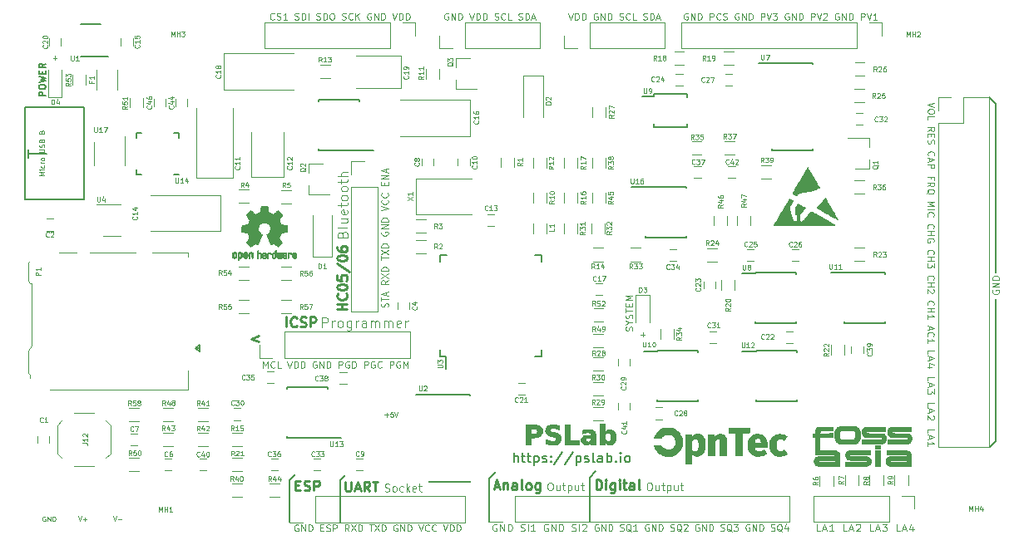
<source format=gbr>
G04 #@! TF.GenerationSoftware,KiCad,Pcbnew,5.0.2-bee76a0~70~ubuntu16.04.1*
G04 #@! TF.CreationDate,2019-03-07T08:45:19+05:30*
G04 #@! TF.ProjectId,PSLab,50534c61-622e-46b6-9963-61645f706362,v5.1*
G04 #@! TF.SameCoordinates,Original*
G04 #@! TF.FileFunction,Legend,Top*
G04 #@! TF.FilePolarity,Positive*
%FSLAX46Y46*%
G04 Gerber Fmt 4.6, Leading zero omitted, Abs format (unit mm)*
G04 Created by KiCad (PCBNEW 5.0.2-bee76a0~70~ubuntu16.04.1) date Thu 07 Mar 2019 08:45:19 +0530*
%MOMM*%
%LPD*%
G01*
G04 APERTURE LIST*
%ADD10C,0.200000*%
%ADD11C,0.100000*%
%ADD12C,0.250000*%
%ADD13C,0.175000*%
%ADD14C,0.150000*%
%ADD15C,0.120000*%
%ADD16C,0.010000*%
G04 APERTURE END LIST*
D10*
X108180000Y-94800000D02*
X108280000Y-94600000D01*
X108380000Y-95000000D02*
X108380000Y-94350000D01*
X107980000Y-94650000D02*
X108380000Y-95000000D01*
X108380000Y-94350000D02*
X107980000Y-94650000D01*
X107980000Y-94650000D02*
X108380000Y-94350000D01*
D11*
X92606190Y-77061904D02*
X92106190Y-77061904D01*
X92463333Y-76895238D01*
X92106190Y-76728571D01*
X92606190Y-76728571D01*
X92606190Y-76490476D02*
X92272857Y-76490476D01*
X92106190Y-76490476D02*
X92130000Y-76514285D01*
X92153809Y-76490476D01*
X92130000Y-76466666D01*
X92106190Y-76490476D01*
X92153809Y-76490476D01*
X92582380Y-76038095D02*
X92606190Y-76085714D01*
X92606190Y-76180952D01*
X92582380Y-76228571D01*
X92558571Y-76252380D01*
X92510952Y-76276190D01*
X92368095Y-76276190D01*
X92320476Y-76252380D01*
X92296666Y-76228571D01*
X92272857Y-76180952D01*
X92272857Y-76085714D01*
X92296666Y-76038095D01*
X92606190Y-75823809D02*
X92272857Y-75823809D01*
X92368095Y-75823809D02*
X92320476Y-75800000D01*
X92296666Y-75776190D01*
X92272857Y-75728571D01*
X92272857Y-75680952D01*
X92606190Y-75442857D02*
X92582380Y-75490476D01*
X92558571Y-75514285D01*
X92510952Y-75538095D01*
X92368095Y-75538095D01*
X92320476Y-75514285D01*
X92296666Y-75490476D01*
X92272857Y-75442857D01*
X92272857Y-75371428D01*
X92296666Y-75323809D01*
X92320476Y-75300000D01*
X92368095Y-75276190D01*
X92510952Y-75276190D01*
X92558571Y-75300000D01*
X92582380Y-75323809D01*
X92606190Y-75371428D01*
X92606190Y-75442857D01*
X92106190Y-74680952D02*
X92510952Y-74680952D01*
X92558571Y-74657142D01*
X92582380Y-74633333D01*
X92606190Y-74585714D01*
X92606190Y-74490476D01*
X92582380Y-74442857D01*
X92558571Y-74419047D01*
X92510952Y-74395238D01*
X92106190Y-74395238D01*
X92582380Y-74180952D02*
X92606190Y-74109523D01*
X92606190Y-73990476D01*
X92582380Y-73942857D01*
X92558571Y-73919047D01*
X92510952Y-73895238D01*
X92463333Y-73895238D01*
X92415714Y-73919047D01*
X92391904Y-73942857D01*
X92368095Y-73990476D01*
X92344285Y-74085714D01*
X92320476Y-74133333D01*
X92296666Y-74157142D01*
X92249047Y-74180952D01*
X92201428Y-74180952D01*
X92153809Y-74157142D01*
X92130000Y-74133333D01*
X92106190Y-74085714D01*
X92106190Y-73966666D01*
X92130000Y-73895238D01*
X92344285Y-73514285D02*
X92368095Y-73442857D01*
X92391904Y-73419047D01*
X92439523Y-73395238D01*
X92510952Y-73395238D01*
X92558571Y-73419047D01*
X92582380Y-73442857D01*
X92606190Y-73490476D01*
X92606190Y-73680952D01*
X92106190Y-73680952D01*
X92106190Y-73514285D01*
X92130000Y-73466666D01*
X92153809Y-73442857D01*
X92201428Y-73419047D01*
X92249047Y-73419047D01*
X92296666Y-73442857D01*
X92320476Y-73466666D01*
X92344285Y-73514285D01*
X92344285Y-73680952D01*
X92344285Y-72633333D02*
X92368095Y-72561904D01*
X92391904Y-72538095D01*
X92439523Y-72514285D01*
X92510952Y-72514285D01*
X92558571Y-72538095D01*
X92582380Y-72561904D01*
X92606190Y-72609523D01*
X92606190Y-72800000D01*
X92106190Y-72800000D01*
X92106190Y-72633333D01*
X92130000Y-72585714D01*
X92153809Y-72561904D01*
X92201428Y-72538095D01*
X92249047Y-72538095D01*
X92296666Y-72561904D01*
X92320476Y-72585714D01*
X92344285Y-72633333D01*
X92344285Y-72800000D01*
X116003571Y-61136428D02*
X115970714Y-61169285D01*
X115872142Y-61202142D01*
X115806428Y-61202142D01*
X115707857Y-61169285D01*
X115642142Y-61103571D01*
X115609285Y-61037857D01*
X115576428Y-60906428D01*
X115576428Y-60807857D01*
X115609285Y-60676428D01*
X115642142Y-60610714D01*
X115707857Y-60545000D01*
X115806428Y-60512142D01*
X115872142Y-60512142D01*
X115970714Y-60545000D01*
X116003571Y-60577857D01*
X116266428Y-61169285D02*
X116365000Y-61202142D01*
X116529285Y-61202142D01*
X116595000Y-61169285D01*
X116627857Y-61136428D01*
X116660714Y-61070714D01*
X116660714Y-61005000D01*
X116627857Y-60939285D01*
X116595000Y-60906428D01*
X116529285Y-60873571D01*
X116397857Y-60840714D01*
X116332142Y-60807857D01*
X116299285Y-60775000D01*
X116266428Y-60709285D01*
X116266428Y-60643571D01*
X116299285Y-60577857D01*
X116332142Y-60545000D01*
X116397857Y-60512142D01*
X116562142Y-60512142D01*
X116660714Y-60545000D01*
X117317857Y-61202142D02*
X116923571Y-61202142D01*
X117120714Y-61202142D02*
X117120714Y-60512142D01*
X117055000Y-60610714D01*
X116989285Y-60676428D01*
X116923571Y-60709285D01*
X118106428Y-61169285D02*
X118205000Y-61202142D01*
X118369285Y-61202142D01*
X118435000Y-61169285D01*
X118467857Y-61136428D01*
X118500714Y-61070714D01*
X118500714Y-61005000D01*
X118467857Y-60939285D01*
X118435000Y-60906428D01*
X118369285Y-60873571D01*
X118237857Y-60840714D01*
X118172142Y-60807857D01*
X118139285Y-60775000D01*
X118106428Y-60709285D01*
X118106428Y-60643571D01*
X118139285Y-60577857D01*
X118172142Y-60545000D01*
X118237857Y-60512142D01*
X118402142Y-60512142D01*
X118500714Y-60545000D01*
X118796428Y-61202142D02*
X118796428Y-60512142D01*
X118960714Y-60512142D01*
X119059285Y-60545000D01*
X119125000Y-60610714D01*
X119157857Y-60676428D01*
X119190714Y-60807857D01*
X119190714Y-60906428D01*
X119157857Y-61037857D01*
X119125000Y-61103571D01*
X119059285Y-61169285D01*
X118960714Y-61202142D01*
X118796428Y-61202142D01*
X119486428Y-61202142D02*
X119486428Y-60512142D01*
X120307857Y-61169285D02*
X120406428Y-61202142D01*
X120570714Y-61202142D01*
X120636428Y-61169285D01*
X120669285Y-61136428D01*
X120702142Y-61070714D01*
X120702142Y-61005000D01*
X120669285Y-60939285D01*
X120636428Y-60906428D01*
X120570714Y-60873571D01*
X120439285Y-60840714D01*
X120373571Y-60807857D01*
X120340714Y-60775000D01*
X120307857Y-60709285D01*
X120307857Y-60643571D01*
X120340714Y-60577857D01*
X120373571Y-60545000D01*
X120439285Y-60512142D01*
X120603571Y-60512142D01*
X120702142Y-60545000D01*
X120997857Y-61202142D02*
X120997857Y-60512142D01*
X121162142Y-60512142D01*
X121260714Y-60545000D01*
X121326428Y-60610714D01*
X121359285Y-60676428D01*
X121392142Y-60807857D01*
X121392142Y-60906428D01*
X121359285Y-61037857D01*
X121326428Y-61103571D01*
X121260714Y-61169285D01*
X121162142Y-61202142D01*
X120997857Y-61202142D01*
X121819285Y-60512142D02*
X121950714Y-60512142D01*
X122016428Y-60545000D01*
X122082142Y-60610714D01*
X122115000Y-60742142D01*
X122115000Y-60972142D01*
X122082142Y-61103571D01*
X122016428Y-61169285D01*
X121950714Y-61202142D01*
X121819285Y-61202142D01*
X121753571Y-61169285D01*
X121687857Y-61103571D01*
X121655000Y-60972142D01*
X121655000Y-60742142D01*
X121687857Y-60610714D01*
X121753571Y-60545000D01*
X121819285Y-60512142D01*
X122903571Y-61169285D02*
X123002142Y-61202142D01*
X123166428Y-61202142D01*
X123232142Y-61169285D01*
X123265000Y-61136428D01*
X123297857Y-61070714D01*
X123297857Y-61005000D01*
X123265000Y-60939285D01*
X123232142Y-60906428D01*
X123166428Y-60873571D01*
X123035000Y-60840714D01*
X122969285Y-60807857D01*
X122936428Y-60775000D01*
X122903571Y-60709285D01*
X122903571Y-60643571D01*
X122936428Y-60577857D01*
X122969285Y-60545000D01*
X123035000Y-60512142D01*
X123199285Y-60512142D01*
X123297857Y-60545000D01*
X123987857Y-61136428D02*
X123955000Y-61169285D01*
X123856428Y-61202142D01*
X123790714Y-61202142D01*
X123692142Y-61169285D01*
X123626428Y-61103571D01*
X123593571Y-61037857D01*
X123560714Y-60906428D01*
X123560714Y-60807857D01*
X123593571Y-60676428D01*
X123626428Y-60610714D01*
X123692142Y-60545000D01*
X123790714Y-60512142D01*
X123856428Y-60512142D01*
X123955000Y-60545000D01*
X123987857Y-60577857D01*
X124283571Y-61202142D02*
X124283571Y-60512142D01*
X124677857Y-61202142D02*
X124382142Y-60807857D01*
X124677857Y-60512142D02*
X124283571Y-60906428D01*
X125860714Y-60545000D02*
X125795000Y-60512142D01*
X125696428Y-60512142D01*
X125597857Y-60545000D01*
X125532142Y-60610714D01*
X125499285Y-60676428D01*
X125466428Y-60807857D01*
X125466428Y-60906428D01*
X125499285Y-61037857D01*
X125532142Y-61103571D01*
X125597857Y-61169285D01*
X125696428Y-61202142D01*
X125762142Y-61202142D01*
X125860714Y-61169285D01*
X125893571Y-61136428D01*
X125893571Y-60906428D01*
X125762142Y-60906428D01*
X126189285Y-61202142D02*
X126189285Y-60512142D01*
X126583571Y-61202142D01*
X126583571Y-60512142D01*
X126912142Y-61202142D02*
X126912142Y-60512142D01*
X127076428Y-60512142D01*
X127175000Y-60545000D01*
X127240714Y-60610714D01*
X127273571Y-60676428D01*
X127306428Y-60807857D01*
X127306428Y-60906428D01*
X127273571Y-61037857D01*
X127240714Y-61103571D01*
X127175000Y-61169285D01*
X127076428Y-61202142D01*
X126912142Y-61202142D01*
X128029285Y-60512142D02*
X128259285Y-61202142D01*
X128489285Y-60512142D01*
X128719285Y-61202142D02*
X128719285Y-60512142D01*
X128883571Y-60512142D01*
X128982142Y-60545000D01*
X129047857Y-60610714D01*
X129080714Y-60676428D01*
X129113571Y-60807857D01*
X129113571Y-60906428D01*
X129080714Y-61037857D01*
X129047857Y-61103571D01*
X128982142Y-61169285D01*
X128883571Y-61202142D01*
X128719285Y-61202142D01*
X129409285Y-61202142D02*
X129409285Y-60512142D01*
X129573571Y-60512142D01*
X129672142Y-60545000D01*
X129737857Y-60610714D01*
X129770714Y-60676428D01*
X129803571Y-60807857D01*
X129803571Y-60906428D01*
X129770714Y-61037857D01*
X129737857Y-61103571D01*
X129672142Y-61169285D01*
X129573571Y-61202142D01*
X129409285Y-61202142D01*
D10*
X117560000Y-108130000D02*
X118170000Y-107520000D01*
X117560000Y-112400000D02*
X117560000Y-108130000D01*
X122720000Y-108170000D02*
X123260000Y-107630000D01*
X122720000Y-108390000D02*
X122720000Y-108170000D01*
X122720000Y-112420000D02*
X122720000Y-108390000D01*
D12*
X118189523Y-108658571D02*
X118522857Y-108658571D01*
X118665714Y-109182380D02*
X118189523Y-109182380D01*
X118189523Y-108182380D01*
X118665714Y-108182380D01*
X119046666Y-109134761D02*
X119189523Y-109182380D01*
X119427619Y-109182380D01*
X119522857Y-109134761D01*
X119570476Y-109087142D01*
X119618095Y-108991904D01*
X119618095Y-108896666D01*
X119570476Y-108801428D01*
X119522857Y-108753809D01*
X119427619Y-108706190D01*
X119237142Y-108658571D01*
X119141904Y-108610952D01*
X119094285Y-108563333D01*
X119046666Y-108468095D01*
X119046666Y-108372857D01*
X119094285Y-108277619D01*
X119141904Y-108230000D01*
X119237142Y-108182380D01*
X119475238Y-108182380D01*
X119618095Y-108230000D01*
X120046666Y-109182380D02*
X120046666Y-108182380D01*
X120427619Y-108182380D01*
X120522857Y-108230000D01*
X120570476Y-108277619D01*
X120618095Y-108372857D01*
X120618095Y-108515714D01*
X120570476Y-108610952D01*
X120522857Y-108658571D01*
X120427619Y-108706190D01*
X120046666Y-108706190D01*
X114420952Y-93415714D02*
X113659047Y-93701428D01*
X114420952Y-93987142D01*
D10*
X148090000Y-111000000D02*
X148090000Y-112310000D01*
X137870000Y-111020000D02*
X137870000Y-112330000D01*
X137870000Y-111020000D02*
X137870000Y-107980000D01*
D11*
X127261428Y-109243809D02*
X127375714Y-109281904D01*
X127566190Y-109281904D01*
X127642380Y-109243809D01*
X127680476Y-109205714D01*
X127718571Y-109129523D01*
X127718571Y-109053333D01*
X127680476Y-108977142D01*
X127642380Y-108939047D01*
X127566190Y-108900952D01*
X127413809Y-108862857D01*
X127337619Y-108824761D01*
X127299523Y-108786666D01*
X127261428Y-108710476D01*
X127261428Y-108634285D01*
X127299523Y-108558095D01*
X127337619Y-108520000D01*
X127413809Y-108481904D01*
X127604285Y-108481904D01*
X127718571Y-108520000D01*
X128175714Y-109281904D02*
X128099523Y-109243809D01*
X128061428Y-109205714D01*
X128023333Y-109129523D01*
X128023333Y-108900952D01*
X128061428Y-108824761D01*
X128099523Y-108786666D01*
X128175714Y-108748571D01*
X128290000Y-108748571D01*
X128366190Y-108786666D01*
X128404285Y-108824761D01*
X128442380Y-108900952D01*
X128442380Y-109129523D01*
X128404285Y-109205714D01*
X128366190Y-109243809D01*
X128290000Y-109281904D01*
X128175714Y-109281904D01*
X129128095Y-109243809D02*
X129051904Y-109281904D01*
X128899523Y-109281904D01*
X128823333Y-109243809D01*
X128785238Y-109205714D01*
X128747142Y-109129523D01*
X128747142Y-108900952D01*
X128785238Y-108824761D01*
X128823333Y-108786666D01*
X128899523Y-108748571D01*
X129051904Y-108748571D01*
X129128095Y-108786666D01*
X129470952Y-109281904D02*
X129470952Y-108481904D01*
X129547142Y-108977142D02*
X129775714Y-109281904D01*
X129775714Y-108748571D02*
X129470952Y-109053333D01*
X130423333Y-109243809D02*
X130347142Y-109281904D01*
X130194761Y-109281904D01*
X130118571Y-109243809D01*
X130080476Y-109167619D01*
X130080476Y-108862857D01*
X130118571Y-108786666D01*
X130194761Y-108748571D01*
X130347142Y-108748571D01*
X130423333Y-108786666D01*
X130461428Y-108862857D01*
X130461428Y-108939047D01*
X130080476Y-109015238D01*
X130689999Y-108748571D02*
X130994761Y-108748571D01*
X130804285Y-108481904D02*
X130804285Y-109167619D01*
X130842380Y-109243809D01*
X130918571Y-109281904D01*
X130994761Y-109281904D01*
D12*
X123234761Y-108262380D02*
X123234761Y-109071904D01*
X123282380Y-109167142D01*
X123330000Y-109214761D01*
X123425238Y-109262380D01*
X123615714Y-109262380D01*
X123710952Y-109214761D01*
X123758571Y-109167142D01*
X123806190Y-109071904D01*
X123806190Y-108262380D01*
X124234761Y-108976666D02*
X124710952Y-108976666D01*
X124139523Y-109262380D02*
X124472857Y-108262380D01*
X124806190Y-109262380D01*
X125710952Y-109262380D02*
X125377619Y-108786190D01*
X125139523Y-109262380D02*
X125139523Y-108262380D01*
X125520476Y-108262380D01*
X125615714Y-108310000D01*
X125663333Y-108357619D01*
X125710952Y-108452857D01*
X125710952Y-108595714D01*
X125663333Y-108690952D01*
X125615714Y-108738571D01*
X125520476Y-108786190D01*
X125139523Y-108786190D01*
X125996666Y-108262380D02*
X126568095Y-108262380D01*
X126282380Y-109262380D02*
X126282380Y-108262380D01*
D11*
X127569285Y-90471428D02*
X127602142Y-90372857D01*
X127602142Y-90208571D01*
X127569285Y-90142857D01*
X127536428Y-90110000D01*
X127470714Y-90077142D01*
X127405000Y-90077142D01*
X127339285Y-90110000D01*
X127306428Y-90142857D01*
X127273571Y-90208571D01*
X127240714Y-90340000D01*
X127207857Y-90405714D01*
X127175000Y-90438571D01*
X127109285Y-90471428D01*
X127043571Y-90471428D01*
X126977857Y-90438571D01*
X126945000Y-90405714D01*
X126912142Y-90340000D01*
X126912142Y-90175714D01*
X126945000Y-90077142D01*
X126912142Y-89880000D02*
X126912142Y-89485714D01*
X127602142Y-89682857D02*
X126912142Y-89682857D01*
X127405000Y-89288571D02*
X127405000Y-88960000D01*
X127602142Y-89354285D02*
X126912142Y-89124285D01*
X127602142Y-88894285D01*
X127602142Y-87744285D02*
X127273571Y-87974285D01*
X127602142Y-88138571D02*
X126912142Y-88138571D01*
X126912142Y-87875714D01*
X126945000Y-87810000D01*
X126977857Y-87777142D01*
X127043571Y-87744285D01*
X127142142Y-87744285D01*
X127207857Y-87777142D01*
X127240714Y-87810000D01*
X127273571Y-87875714D01*
X127273571Y-88138571D01*
X126912142Y-87514285D02*
X127602142Y-87054285D01*
X126912142Y-87054285D02*
X127602142Y-87514285D01*
X127602142Y-86791428D02*
X126912142Y-86791428D01*
X126912142Y-86627142D01*
X126945000Y-86528571D01*
X127010714Y-86462857D01*
X127076428Y-86430000D01*
X127207857Y-86397142D01*
X127306428Y-86397142D01*
X127437857Y-86430000D01*
X127503571Y-86462857D01*
X127569285Y-86528571D01*
X127602142Y-86627142D01*
X127602142Y-86791428D01*
X126912142Y-85674285D02*
X126912142Y-85280000D01*
X127602142Y-85477142D02*
X126912142Y-85477142D01*
X126912142Y-85115714D02*
X127602142Y-84655714D01*
X126912142Y-84655714D02*
X127602142Y-85115714D01*
X127602142Y-84392857D02*
X126912142Y-84392857D01*
X126912142Y-84228571D01*
X126945000Y-84130000D01*
X127010714Y-84064285D01*
X127076428Y-84031428D01*
X127207857Y-83998571D01*
X127306428Y-83998571D01*
X127437857Y-84031428D01*
X127503571Y-84064285D01*
X127569285Y-84130000D01*
X127602142Y-84228571D01*
X127602142Y-84392857D01*
X126945000Y-82815714D02*
X126912142Y-82881428D01*
X126912142Y-82980000D01*
X126945000Y-83078571D01*
X127010714Y-83144285D01*
X127076428Y-83177142D01*
X127207857Y-83210000D01*
X127306428Y-83210000D01*
X127437857Y-83177142D01*
X127503571Y-83144285D01*
X127569285Y-83078571D01*
X127602142Y-82980000D01*
X127602142Y-82914285D01*
X127569285Y-82815714D01*
X127536428Y-82782857D01*
X127306428Y-82782857D01*
X127306428Y-82914285D01*
X127602142Y-82487142D02*
X126912142Y-82487142D01*
X127602142Y-82092857D01*
X126912142Y-82092857D01*
X127602142Y-81764285D02*
X126912142Y-81764285D01*
X126912142Y-81600000D01*
X126945000Y-81501428D01*
X127010714Y-81435714D01*
X127076428Y-81402857D01*
X127207857Y-81370000D01*
X127306428Y-81370000D01*
X127437857Y-81402857D01*
X127503571Y-81435714D01*
X127569285Y-81501428D01*
X127602142Y-81600000D01*
X127602142Y-81764285D01*
X126912142Y-80647142D02*
X127602142Y-80417142D01*
X126912142Y-80187142D01*
X127536428Y-79562857D02*
X127569285Y-79595714D01*
X127602142Y-79694285D01*
X127602142Y-79760000D01*
X127569285Y-79858571D01*
X127503571Y-79924285D01*
X127437857Y-79957142D01*
X127306428Y-79990000D01*
X127207857Y-79990000D01*
X127076428Y-79957142D01*
X127010714Y-79924285D01*
X126945000Y-79858571D01*
X126912142Y-79760000D01*
X126912142Y-79694285D01*
X126945000Y-79595714D01*
X126977857Y-79562857D01*
X127536428Y-78872857D02*
X127569285Y-78905714D01*
X127602142Y-79004285D01*
X127602142Y-79070000D01*
X127569285Y-79168571D01*
X127503571Y-79234285D01*
X127437857Y-79267142D01*
X127306428Y-79300000D01*
X127207857Y-79300000D01*
X127076428Y-79267142D01*
X127010714Y-79234285D01*
X126945000Y-79168571D01*
X126912142Y-79070000D01*
X126912142Y-79004285D01*
X126945000Y-78905714D01*
X126977857Y-78872857D01*
X127240714Y-78051428D02*
X127240714Y-77821428D01*
X127602142Y-77722857D02*
X127602142Y-78051428D01*
X126912142Y-78051428D01*
X126912142Y-77722857D01*
X127602142Y-77427142D02*
X126912142Y-77427142D01*
X127602142Y-77032857D01*
X126912142Y-77032857D01*
X127405000Y-76737142D02*
X127405000Y-76408571D01*
X127602142Y-76802857D02*
X126912142Y-76572857D01*
X127602142Y-76342857D01*
X154120952Y-108361904D02*
X154273333Y-108361904D01*
X154349523Y-108400000D01*
X154425714Y-108476190D01*
X154463809Y-108628571D01*
X154463809Y-108895238D01*
X154425714Y-109047619D01*
X154349523Y-109123809D01*
X154273333Y-109161904D01*
X154120952Y-109161904D01*
X154044761Y-109123809D01*
X153968571Y-109047619D01*
X153930476Y-108895238D01*
X153930476Y-108628571D01*
X153968571Y-108476190D01*
X154044761Y-108400000D01*
X154120952Y-108361904D01*
X155149523Y-108628571D02*
X155149523Y-109161904D01*
X154806666Y-108628571D02*
X154806666Y-109047619D01*
X154844761Y-109123809D01*
X154920952Y-109161904D01*
X155035238Y-109161904D01*
X155111428Y-109123809D01*
X155149523Y-109085714D01*
X155416190Y-108628571D02*
X155720952Y-108628571D01*
X155530476Y-108361904D02*
X155530476Y-109047619D01*
X155568571Y-109123809D01*
X155644761Y-109161904D01*
X155720952Y-109161904D01*
X155987619Y-108628571D02*
X155987619Y-109428571D01*
X155987619Y-108666666D02*
X156063809Y-108628571D01*
X156216190Y-108628571D01*
X156292380Y-108666666D01*
X156330476Y-108704761D01*
X156368571Y-108780952D01*
X156368571Y-109009523D01*
X156330476Y-109085714D01*
X156292380Y-109123809D01*
X156216190Y-109161904D01*
X156063809Y-109161904D01*
X155987619Y-109123809D01*
X157054285Y-108628571D02*
X157054285Y-109161904D01*
X156711428Y-108628571D02*
X156711428Y-109047619D01*
X156749523Y-109123809D01*
X156825714Y-109161904D01*
X156940000Y-109161904D01*
X157016190Y-109123809D01*
X157054285Y-109085714D01*
X157320952Y-108628571D02*
X157625714Y-108628571D01*
X157435238Y-108361904D02*
X157435238Y-109047619D01*
X157473333Y-109123809D01*
X157549523Y-109161904D01*
X157625714Y-109161904D01*
X144020952Y-108361904D02*
X144173333Y-108361904D01*
X144249523Y-108400000D01*
X144325714Y-108476190D01*
X144363809Y-108628571D01*
X144363809Y-108895238D01*
X144325714Y-109047619D01*
X144249523Y-109123809D01*
X144173333Y-109161904D01*
X144020952Y-109161904D01*
X143944761Y-109123809D01*
X143868571Y-109047619D01*
X143830476Y-108895238D01*
X143830476Y-108628571D01*
X143868571Y-108476190D01*
X143944761Y-108400000D01*
X144020952Y-108361904D01*
X145049523Y-108628571D02*
X145049523Y-109161904D01*
X144706666Y-108628571D02*
X144706666Y-109047619D01*
X144744761Y-109123809D01*
X144820952Y-109161904D01*
X144935238Y-109161904D01*
X145011428Y-109123809D01*
X145049523Y-109085714D01*
X145316190Y-108628571D02*
X145620952Y-108628571D01*
X145430476Y-108361904D02*
X145430476Y-109047619D01*
X145468571Y-109123809D01*
X145544761Y-109161904D01*
X145620952Y-109161904D01*
X145887619Y-108628571D02*
X145887619Y-109428571D01*
X145887619Y-108666666D02*
X145963809Y-108628571D01*
X146116190Y-108628571D01*
X146192380Y-108666666D01*
X146230476Y-108704761D01*
X146268571Y-108780952D01*
X146268571Y-109009523D01*
X146230476Y-109085714D01*
X146192380Y-109123809D01*
X146116190Y-109161904D01*
X145963809Y-109161904D01*
X145887619Y-109123809D01*
X146954285Y-108628571D02*
X146954285Y-109161904D01*
X146611428Y-108628571D02*
X146611428Y-109047619D01*
X146649523Y-109123809D01*
X146725714Y-109161904D01*
X146840000Y-109161904D01*
X146916190Y-109123809D01*
X146954285Y-109085714D01*
X147220952Y-108628571D02*
X147525714Y-108628571D01*
X147335238Y-108361904D02*
X147335238Y-109047619D01*
X147373333Y-109123809D01*
X147449523Y-109161904D01*
X147525714Y-109161904D01*
D10*
X137870000Y-107980000D02*
X138540000Y-107310000D01*
X148090000Y-107880000D02*
X148750000Y-107220000D01*
X148090000Y-110990000D02*
X148090000Y-107880000D01*
D12*
X148759523Y-109082380D02*
X148759523Y-108082380D01*
X148997619Y-108082380D01*
X149140476Y-108130000D01*
X149235714Y-108225238D01*
X149283333Y-108320476D01*
X149330952Y-108510952D01*
X149330952Y-108653809D01*
X149283333Y-108844285D01*
X149235714Y-108939523D01*
X149140476Y-109034761D01*
X148997619Y-109082380D01*
X148759523Y-109082380D01*
X149759523Y-109082380D02*
X149759523Y-108415714D01*
X149759523Y-108082380D02*
X149711904Y-108130000D01*
X149759523Y-108177619D01*
X149807142Y-108130000D01*
X149759523Y-108082380D01*
X149759523Y-108177619D01*
X150664285Y-108415714D02*
X150664285Y-109225238D01*
X150616666Y-109320476D01*
X150569047Y-109368095D01*
X150473809Y-109415714D01*
X150330952Y-109415714D01*
X150235714Y-109368095D01*
X150664285Y-109034761D02*
X150569047Y-109082380D01*
X150378571Y-109082380D01*
X150283333Y-109034761D01*
X150235714Y-108987142D01*
X150188095Y-108891904D01*
X150188095Y-108606190D01*
X150235714Y-108510952D01*
X150283333Y-108463333D01*
X150378571Y-108415714D01*
X150569047Y-108415714D01*
X150664285Y-108463333D01*
X151140476Y-109082380D02*
X151140476Y-108415714D01*
X151140476Y-108082380D02*
X151092857Y-108130000D01*
X151140476Y-108177619D01*
X151188095Y-108130000D01*
X151140476Y-108082380D01*
X151140476Y-108177619D01*
X151473809Y-108415714D02*
X151854761Y-108415714D01*
X151616666Y-108082380D02*
X151616666Y-108939523D01*
X151664285Y-109034761D01*
X151759523Y-109082380D01*
X151854761Y-109082380D01*
X152616666Y-109082380D02*
X152616666Y-108558571D01*
X152569047Y-108463333D01*
X152473809Y-108415714D01*
X152283333Y-108415714D01*
X152188095Y-108463333D01*
X152616666Y-109034761D02*
X152521428Y-109082380D01*
X152283333Y-109082380D01*
X152188095Y-109034761D01*
X152140476Y-108939523D01*
X152140476Y-108844285D01*
X152188095Y-108749047D01*
X152283333Y-108701428D01*
X152521428Y-108701428D01*
X152616666Y-108653809D01*
X153235714Y-109082380D02*
X153140476Y-109034761D01*
X153092857Y-108939523D01*
X153092857Y-108082380D01*
X138440476Y-108796666D02*
X138916666Y-108796666D01*
X138345238Y-109082380D02*
X138678571Y-108082380D01*
X139011904Y-109082380D01*
X139345238Y-108415714D02*
X139345238Y-109082380D01*
X139345238Y-108510952D02*
X139392857Y-108463333D01*
X139488095Y-108415714D01*
X139630952Y-108415714D01*
X139726190Y-108463333D01*
X139773809Y-108558571D01*
X139773809Y-109082380D01*
X140678571Y-109082380D02*
X140678571Y-108558571D01*
X140630952Y-108463333D01*
X140535714Y-108415714D01*
X140345238Y-108415714D01*
X140250000Y-108463333D01*
X140678571Y-109034761D02*
X140583333Y-109082380D01*
X140345238Y-109082380D01*
X140250000Y-109034761D01*
X140202380Y-108939523D01*
X140202380Y-108844285D01*
X140250000Y-108749047D01*
X140345238Y-108701428D01*
X140583333Y-108701428D01*
X140678571Y-108653809D01*
X141297619Y-109082380D02*
X141202380Y-109034761D01*
X141154761Y-108939523D01*
X141154761Y-108082380D01*
X141821428Y-109082380D02*
X141726190Y-109034761D01*
X141678571Y-108987142D01*
X141630952Y-108891904D01*
X141630952Y-108606190D01*
X141678571Y-108510952D01*
X141726190Y-108463333D01*
X141821428Y-108415714D01*
X141964285Y-108415714D01*
X142059523Y-108463333D01*
X142107142Y-108510952D01*
X142154761Y-108606190D01*
X142154761Y-108891904D01*
X142107142Y-108987142D01*
X142059523Y-109034761D01*
X141964285Y-109082380D01*
X141821428Y-109082380D01*
X143011904Y-108415714D02*
X143011904Y-109225238D01*
X142964285Y-109320476D01*
X142916666Y-109368095D01*
X142821428Y-109415714D01*
X142678571Y-109415714D01*
X142583333Y-109368095D01*
X143011904Y-109034761D02*
X142916666Y-109082380D01*
X142726190Y-109082380D01*
X142630952Y-109034761D01*
X142583333Y-108987142D01*
X142535714Y-108891904D01*
X142535714Y-108606190D01*
X142583333Y-108510952D01*
X142630952Y-108463333D01*
X142726190Y-108415714D01*
X142916666Y-108415714D01*
X143011904Y-108463333D01*
D10*
X188860000Y-104730000D02*
X188820000Y-104730000D01*
X189430000Y-104160000D02*
X188860000Y-104730000D01*
X189430000Y-89700000D02*
X189430000Y-104160000D01*
X189430000Y-69760000D02*
X188780000Y-69110000D01*
X189430000Y-70920000D02*
X189430000Y-69760000D01*
X189430000Y-86970000D02*
X189430000Y-70920000D01*
D11*
X189110000Y-88763333D02*
X189076666Y-88830000D01*
X189076666Y-88930000D01*
X189110000Y-89030000D01*
X189176666Y-89096666D01*
X189243333Y-89130000D01*
X189376666Y-89163333D01*
X189476666Y-89163333D01*
X189610000Y-89130000D01*
X189676666Y-89096666D01*
X189743333Y-89030000D01*
X189776666Y-88930000D01*
X189776666Y-88863333D01*
X189743333Y-88763333D01*
X189710000Y-88730000D01*
X189476666Y-88730000D01*
X189476666Y-88863333D01*
X189776666Y-88430000D02*
X189076666Y-88430000D01*
X189776666Y-88030000D01*
X189076666Y-88030000D01*
X189776666Y-87696666D02*
X189076666Y-87696666D01*
X189076666Y-87530000D01*
X189110000Y-87430000D01*
X189176666Y-87363333D01*
X189243333Y-87330000D01*
X189376666Y-87296666D01*
X189476666Y-87296666D01*
X189610000Y-87330000D01*
X189676666Y-87363333D01*
X189743333Y-87430000D01*
X189776666Y-87530000D01*
X189776666Y-87696666D01*
X122948571Y-83080000D02*
X122996190Y-82937142D01*
X123043809Y-82889523D01*
X123139047Y-82841904D01*
X123281904Y-82841904D01*
X123377142Y-82889523D01*
X123424761Y-82937142D01*
X123472380Y-83032380D01*
X123472380Y-83413333D01*
X122472380Y-83413333D01*
X122472380Y-83080000D01*
X122520000Y-82984761D01*
X122567619Y-82937142D01*
X122662857Y-82889523D01*
X122758095Y-82889523D01*
X122853333Y-82937142D01*
X122900952Y-82984761D01*
X122948571Y-83080000D01*
X122948571Y-83413333D01*
X123472380Y-82270476D02*
X123424761Y-82365714D01*
X123329523Y-82413333D01*
X122472380Y-82413333D01*
X122805714Y-81460952D02*
X123472380Y-81460952D01*
X122805714Y-81889523D02*
X123329523Y-81889523D01*
X123424761Y-81841904D01*
X123472380Y-81746666D01*
X123472380Y-81603809D01*
X123424761Y-81508571D01*
X123377142Y-81460952D01*
X123424761Y-80603809D02*
X123472380Y-80699047D01*
X123472380Y-80889523D01*
X123424761Y-80984761D01*
X123329523Y-81032380D01*
X122948571Y-81032380D01*
X122853333Y-80984761D01*
X122805714Y-80889523D01*
X122805714Y-80699047D01*
X122853333Y-80603809D01*
X122948571Y-80556190D01*
X123043809Y-80556190D01*
X123139047Y-81032380D01*
X122805714Y-80270476D02*
X122805714Y-79889523D01*
X122472380Y-80127619D02*
X123329523Y-80127619D01*
X123424761Y-80080000D01*
X123472380Y-79984761D01*
X123472380Y-79889523D01*
X123472380Y-79413333D02*
X123424761Y-79508571D01*
X123377142Y-79556190D01*
X123281904Y-79603809D01*
X122996190Y-79603809D01*
X122900952Y-79556190D01*
X122853333Y-79508571D01*
X122805714Y-79413333D01*
X122805714Y-79270476D01*
X122853333Y-79175238D01*
X122900952Y-79127619D01*
X122996190Y-79080000D01*
X123281904Y-79080000D01*
X123377142Y-79127619D01*
X123424761Y-79175238D01*
X123472380Y-79270476D01*
X123472380Y-79413333D01*
X123472380Y-78508571D02*
X123424761Y-78603809D01*
X123377142Y-78651428D01*
X123281904Y-78699047D01*
X122996190Y-78699047D01*
X122900952Y-78651428D01*
X122853333Y-78603809D01*
X122805714Y-78508571D01*
X122805714Y-78365714D01*
X122853333Y-78270476D01*
X122900952Y-78222857D01*
X122996190Y-78175238D01*
X123281904Y-78175238D01*
X123377142Y-78222857D01*
X123424761Y-78270476D01*
X123472380Y-78365714D01*
X123472380Y-78508571D01*
X122805714Y-77889523D02*
X122805714Y-77508571D01*
X122472380Y-77746666D02*
X123329523Y-77746666D01*
X123424761Y-77699047D01*
X123472380Y-77603809D01*
X123472380Y-77508571D01*
X123472380Y-77175238D02*
X122472380Y-77175238D01*
X123472380Y-76746666D02*
X122948571Y-76746666D01*
X122853333Y-76794285D01*
X122805714Y-76889523D01*
X122805714Y-77032380D01*
X122853333Y-77127619D01*
X122900952Y-77175238D01*
D12*
X123412380Y-90724285D02*
X122412380Y-90724285D01*
X122888571Y-90724285D02*
X122888571Y-90152857D01*
X123412380Y-90152857D02*
X122412380Y-90152857D01*
X123317142Y-89105238D02*
X123364761Y-89152857D01*
X123412380Y-89295714D01*
X123412380Y-89390952D01*
X123364761Y-89533809D01*
X123269523Y-89629047D01*
X123174285Y-89676666D01*
X122983809Y-89724285D01*
X122840952Y-89724285D01*
X122650476Y-89676666D01*
X122555238Y-89629047D01*
X122460000Y-89533809D01*
X122412380Y-89390952D01*
X122412380Y-89295714D01*
X122460000Y-89152857D01*
X122507619Y-89105238D01*
X122412380Y-88486190D02*
X122412380Y-88390952D01*
X122460000Y-88295714D01*
X122507619Y-88248095D01*
X122602857Y-88200476D01*
X122793333Y-88152857D01*
X123031428Y-88152857D01*
X123221904Y-88200476D01*
X123317142Y-88248095D01*
X123364761Y-88295714D01*
X123412380Y-88390952D01*
X123412380Y-88486190D01*
X123364761Y-88581428D01*
X123317142Y-88629047D01*
X123221904Y-88676666D01*
X123031428Y-88724285D01*
X122793333Y-88724285D01*
X122602857Y-88676666D01*
X122507619Y-88629047D01*
X122460000Y-88581428D01*
X122412380Y-88486190D01*
X122412380Y-87248095D02*
X122412380Y-87724285D01*
X122888571Y-87771904D01*
X122840952Y-87724285D01*
X122793333Y-87629047D01*
X122793333Y-87390952D01*
X122840952Y-87295714D01*
X122888571Y-87248095D01*
X122983809Y-87200476D01*
X123221904Y-87200476D01*
X123317142Y-87248095D01*
X123364761Y-87295714D01*
X123412380Y-87390952D01*
X123412380Y-87629047D01*
X123364761Y-87724285D01*
X123317142Y-87771904D01*
X122364761Y-86057619D02*
X123650476Y-86914761D01*
X122412380Y-85533809D02*
X122412380Y-85438571D01*
X122460000Y-85343333D01*
X122507619Y-85295714D01*
X122602857Y-85248095D01*
X122793333Y-85200476D01*
X123031428Y-85200476D01*
X123221904Y-85248095D01*
X123317142Y-85295714D01*
X123364761Y-85343333D01*
X123412380Y-85438571D01*
X123412380Y-85533809D01*
X123364761Y-85629047D01*
X123317142Y-85676666D01*
X123221904Y-85724285D01*
X123031428Y-85771904D01*
X122793333Y-85771904D01*
X122602857Y-85724285D01*
X122507619Y-85676666D01*
X122460000Y-85629047D01*
X122412380Y-85533809D01*
X122412380Y-84343333D02*
X122412380Y-84533809D01*
X122460000Y-84629047D01*
X122507619Y-84676666D01*
X122650476Y-84771904D01*
X122840952Y-84819523D01*
X123221904Y-84819523D01*
X123317142Y-84771904D01*
X123364761Y-84724285D01*
X123412380Y-84629047D01*
X123412380Y-84438571D01*
X123364761Y-84343333D01*
X123317142Y-84295714D01*
X123221904Y-84248095D01*
X122983809Y-84248095D01*
X122888571Y-84295714D01*
X122840952Y-84343333D01*
X122793333Y-84438571D01*
X122793333Y-84629047D01*
X122840952Y-84724285D01*
X122888571Y-84771904D01*
X122983809Y-84819523D01*
D11*
X145947857Y-60522142D02*
X146177857Y-61212142D01*
X146407857Y-60522142D01*
X146637857Y-61212142D02*
X146637857Y-60522142D01*
X146802142Y-60522142D01*
X146900714Y-60555000D01*
X146966428Y-60620714D01*
X146999285Y-60686428D01*
X147032142Y-60817857D01*
X147032142Y-60916428D01*
X146999285Y-61047857D01*
X146966428Y-61113571D01*
X146900714Y-61179285D01*
X146802142Y-61212142D01*
X146637857Y-61212142D01*
X147327857Y-61212142D02*
X147327857Y-60522142D01*
X147492142Y-60522142D01*
X147590714Y-60555000D01*
X147656428Y-60620714D01*
X147689285Y-60686428D01*
X147722142Y-60817857D01*
X147722142Y-60916428D01*
X147689285Y-61047857D01*
X147656428Y-61113571D01*
X147590714Y-61179285D01*
X147492142Y-61212142D01*
X147327857Y-61212142D01*
X148905000Y-60555000D02*
X148839285Y-60522142D01*
X148740714Y-60522142D01*
X148642142Y-60555000D01*
X148576428Y-60620714D01*
X148543571Y-60686428D01*
X148510714Y-60817857D01*
X148510714Y-60916428D01*
X148543571Y-61047857D01*
X148576428Y-61113571D01*
X148642142Y-61179285D01*
X148740714Y-61212142D01*
X148806428Y-61212142D01*
X148905000Y-61179285D01*
X148937857Y-61146428D01*
X148937857Y-60916428D01*
X148806428Y-60916428D01*
X149233571Y-61212142D02*
X149233571Y-60522142D01*
X149627857Y-61212142D01*
X149627857Y-60522142D01*
X149956428Y-61212142D02*
X149956428Y-60522142D01*
X150120714Y-60522142D01*
X150219285Y-60555000D01*
X150285000Y-60620714D01*
X150317857Y-60686428D01*
X150350714Y-60817857D01*
X150350714Y-60916428D01*
X150317857Y-61047857D01*
X150285000Y-61113571D01*
X150219285Y-61179285D01*
X150120714Y-61212142D01*
X149956428Y-61212142D01*
X151139285Y-61179285D02*
X151237857Y-61212142D01*
X151402142Y-61212142D01*
X151467857Y-61179285D01*
X151500714Y-61146428D01*
X151533571Y-61080714D01*
X151533571Y-61015000D01*
X151500714Y-60949285D01*
X151467857Y-60916428D01*
X151402142Y-60883571D01*
X151270714Y-60850714D01*
X151205000Y-60817857D01*
X151172142Y-60785000D01*
X151139285Y-60719285D01*
X151139285Y-60653571D01*
X151172142Y-60587857D01*
X151205000Y-60555000D01*
X151270714Y-60522142D01*
X151435000Y-60522142D01*
X151533571Y-60555000D01*
X152223571Y-61146428D02*
X152190714Y-61179285D01*
X152092142Y-61212142D01*
X152026428Y-61212142D01*
X151927857Y-61179285D01*
X151862142Y-61113571D01*
X151829285Y-61047857D01*
X151796428Y-60916428D01*
X151796428Y-60817857D01*
X151829285Y-60686428D01*
X151862142Y-60620714D01*
X151927857Y-60555000D01*
X152026428Y-60522142D01*
X152092142Y-60522142D01*
X152190714Y-60555000D01*
X152223571Y-60587857D01*
X152847857Y-61212142D02*
X152519285Y-61212142D01*
X152519285Y-60522142D01*
X153570714Y-61179285D02*
X153669285Y-61212142D01*
X153833571Y-61212142D01*
X153899285Y-61179285D01*
X153932142Y-61146428D01*
X153965000Y-61080714D01*
X153965000Y-61015000D01*
X153932142Y-60949285D01*
X153899285Y-60916428D01*
X153833571Y-60883571D01*
X153702142Y-60850714D01*
X153636428Y-60817857D01*
X153603571Y-60785000D01*
X153570714Y-60719285D01*
X153570714Y-60653571D01*
X153603571Y-60587857D01*
X153636428Y-60555000D01*
X153702142Y-60522142D01*
X153866428Y-60522142D01*
X153965000Y-60555000D01*
X154260714Y-61212142D02*
X154260714Y-60522142D01*
X154425000Y-60522142D01*
X154523571Y-60555000D01*
X154589285Y-60620714D01*
X154622142Y-60686428D01*
X154655000Y-60817857D01*
X154655000Y-60916428D01*
X154622142Y-61047857D01*
X154589285Y-61113571D01*
X154523571Y-61179285D01*
X154425000Y-61212142D01*
X154260714Y-61212142D01*
X154917857Y-61015000D02*
X155246428Y-61015000D01*
X154852142Y-61212142D02*
X155082142Y-60522142D01*
X155312142Y-61212142D01*
X133707857Y-60555000D02*
X133642142Y-60522142D01*
X133543571Y-60522142D01*
X133445000Y-60555000D01*
X133379285Y-60620714D01*
X133346428Y-60686428D01*
X133313571Y-60817857D01*
X133313571Y-60916428D01*
X133346428Y-61047857D01*
X133379285Y-61113571D01*
X133445000Y-61179285D01*
X133543571Y-61212142D01*
X133609285Y-61212142D01*
X133707857Y-61179285D01*
X133740714Y-61146428D01*
X133740714Y-60916428D01*
X133609285Y-60916428D01*
X134036428Y-61212142D02*
X134036428Y-60522142D01*
X134430714Y-61212142D01*
X134430714Y-60522142D01*
X134759285Y-61212142D02*
X134759285Y-60522142D01*
X134923571Y-60522142D01*
X135022142Y-60555000D01*
X135087857Y-60620714D01*
X135120714Y-60686428D01*
X135153571Y-60817857D01*
X135153571Y-60916428D01*
X135120714Y-61047857D01*
X135087857Y-61113571D01*
X135022142Y-61179285D01*
X134923571Y-61212142D01*
X134759285Y-61212142D01*
X135876428Y-60522142D02*
X136106428Y-61212142D01*
X136336428Y-60522142D01*
X136566428Y-61212142D02*
X136566428Y-60522142D01*
X136730714Y-60522142D01*
X136829285Y-60555000D01*
X136895000Y-60620714D01*
X136927857Y-60686428D01*
X136960714Y-60817857D01*
X136960714Y-60916428D01*
X136927857Y-61047857D01*
X136895000Y-61113571D01*
X136829285Y-61179285D01*
X136730714Y-61212142D01*
X136566428Y-61212142D01*
X137256428Y-61212142D02*
X137256428Y-60522142D01*
X137420714Y-60522142D01*
X137519285Y-60555000D01*
X137585000Y-60620714D01*
X137617857Y-60686428D01*
X137650714Y-60817857D01*
X137650714Y-60916428D01*
X137617857Y-61047857D01*
X137585000Y-61113571D01*
X137519285Y-61179285D01*
X137420714Y-61212142D01*
X137256428Y-61212142D01*
X138439285Y-61179285D02*
X138537857Y-61212142D01*
X138702142Y-61212142D01*
X138767857Y-61179285D01*
X138800714Y-61146428D01*
X138833571Y-61080714D01*
X138833571Y-61015000D01*
X138800714Y-60949285D01*
X138767857Y-60916428D01*
X138702142Y-60883571D01*
X138570714Y-60850714D01*
X138505000Y-60817857D01*
X138472142Y-60785000D01*
X138439285Y-60719285D01*
X138439285Y-60653571D01*
X138472142Y-60587857D01*
X138505000Y-60555000D01*
X138570714Y-60522142D01*
X138735000Y-60522142D01*
X138833571Y-60555000D01*
X139523571Y-61146428D02*
X139490714Y-61179285D01*
X139392142Y-61212142D01*
X139326428Y-61212142D01*
X139227857Y-61179285D01*
X139162142Y-61113571D01*
X139129285Y-61047857D01*
X139096428Y-60916428D01*
X139096428Y-60817857D01*
X139129285Y-60686428D01*
X139162142Y-60620714D01*
X139227857Y-60555000D01*
X139326428Y-60522142D01*
X139392142Y-60522142D01*
X139490714Y-60555000D01*
X139523571Y-60587857D01*
X140147857Y-61212142D02*
X139819285Y-61212142D01*
X139819285Y-60522142D01*
X140870714Y-61179285D02*
X140969285Y-61212142D01*
X141133571Y-61212142D01*
X141199285Y-61179285D01*
X141232142Y-61146428D01*
X141265000Y-61080714D01*
X141265000Y-61015000D01*
X141232142Y-60949285D01*
X141199285Y-60916428D01*
X141133571Y-60883571D01*
X141002142Y-60850714D01*
X140936428Y-60817857D01*
X140903571Y-60785000D01*
X140870714Y-60719285D01*
X140870714Y-60653571D01*
X140903571Y-60587857D01*
X140936428Y-60555000D01*
X141002142Y-60522142D01*
X141166428Y-60522142D01*
X141265000Y-60555000D01*
X141560714Y-61212142D02*
X141560714Y-60522142D01*
X141725000Y-60522142D01*
X141823571Y-60555000D01*
X141889285Y-60620714D01*
X141922142Y-60686428D01*
X141955000Y-60817857D01*
X141955000Y-60916428D01*
X141922142Y-61047857D01*
X141889285Y-61113571D01*
X141823571Y-61179285D01*
X141725000Y-61212142D01*
X141560714Y-61212142D01*
X142217857Y-61015000D02*
X142546428Y-61015000D01*
X142152142Y-61212142D02*
X142382142Y-60522142D01*
X142612142Y-61212142D01*
D12*
X117243809Y-92482380D02*
X117243809Y-91482380D01*
X118291428Y-92387142D02*
X118243809Y-92434761D01*
X118100952Y-92482380D01*
X118005714Y-92482380D01*
X117862857Y-92434761D01*
X117767619Y-92339523D01*
X117720000Y-92244285D01*
X117672380Y-92053809D01*
X117672380Y-91910952D01*
X117720000Y-91720476D01*
X117767619Y-91625238D01*
X117862857Y-91530000D01*
X118005714Y-91482380D01*
X118100952Y-91482380D01*
X118243809Y-91530000D01*
X118291428Y-91577619D01*
X118672380Y-92434761D02*
X118815238Y-92482380D01*
X119053333Y-92482380D01*
X119148571Y-92434761D01*
X119196190Y-92387142D01*
X119243809Y-92291904D01*
X119243809Y-92196666D01*
X119196190Y-92101428D01*
X119148571Y-92053809D01*
X119053333Y-92006190D01*
X118862857Y-91958571D01*
X118767619Y-91910952D01*
X118720000Y-91863333D01*
X118672380Y-91768095D01*
X118672380Y-91672857D01*
X118720000Y-91577619D01*
X118767619Y-91530000D01*
X118862857Y-91482380D01*
X119100952Y-91482380D01*
X119243809Y-91530000D01*
X119672380Y-92482380D02*
X119672380Y-91482380D01*
X120053333Y-91482380D01*
X120148571Y-91530000D01*
X120196190Y-91577619D01*
X120243809Y-91672857D01*
X120243809Y-91815714D01*
X120196190Y-91910952D01*
X120148571Y-91958571D01*
X120053333Y-92006190D01*
X119672380Y-92006190D01*
D11*
X127237142Y-101475714D02*
X127618095Y-101475714D01*
X127427619Y-101666190D02*
X127427619Y-101285238D01*
X128094285Y-101166190D02*
X127856190Y-101166190D01*
X127832380Y-101404285D01*
X127856190Y-101380476D01*
X127903809Y-101356666D01*
X128022857Y-101356666D01*
X128070476Y-101380476D01*
X128094285Y-101404285D01*
X128118095Y-101451904D01*
X128118095Y-101570952D01*
X128094285Y-101618571D01*
X128070476Y-101642380D01*
X128022857Y-101666190D01*
X127903809Y-101666190D01*
X127856190Y-101642380D01*
X127832380Y-101618571D01*
X128260952Y-101166190D02*
X128427619Y-101666190D01*
X128594285Y-101166190D01*
X99613809Y-111796190D02*
X99780476Y-112296190D01*
X99947142Y-111796190D01*
X100113809Y-112105714D02*
X100494761Y-112105714D01*
X96053809Y-111806190D02*
X96220476Y-112306190D01*
X96387142Y-111806190D01*
X96553809Y-112115714D02*
X96934761Y-112115714D01*
X96744285Y-112306190D02*
X96744285Y-111925238D01*
X92699047Y-111840000D02*
X92651428Y-111816190D01*
X92580000Y-111816190D01*
X92508571Y-111840000D01*
X92460952Y-111887619D01*
X92437142Y-111935238D01*
X92413333Y-112030476D01*
X92413333Y-112101904D01*
X92437142Y-112197142D01*
X92460952Y-112244761D01*
X92508571Y-112292380D01*
X92580000Y-112316190D01*
X92627619Y-112316190D01*
X92699047Y-112292380D01*
X92722857Y-112268571D01*
X92722857Y-112101904D01*
X92627619Y-112101904D01*
X92937142Y-112316190D02*
X92937142Y-111816190D01*
X93222857Y-112316190D01*
X93222857Y-111816190D01*
X93460952Y-112316190D02*
X93460952Y-111816190D01*
X93580000Y-111816190D01*
X93651428Y-111840000D01*
X93699047Y-111887619D01*
X93722857Y-111935238D01*
X93746666Y-112030476D01*
X93746666Y-112101904D01*
X93722857Y-112197142D01*
X93699047Y-112244761D01*
X93651428Y-112292380D01*
X93580000Y-112316190D01*
X93460952Y-112316190D01*
X93489523Y-65075714D02*
X93870476Y-65075714D01*
X93680000Y-65266190D02*
X93680000Y-64885238D01*
X153309523Y-93285714D02*
X153690476Y-93285714D01*
X153500000Y-93476190D02*
X153500000Y-93095238D01*
X120890476Y-92542380D02*
X120890476Y-91542380D01*
X121271428Y-91542380D01*
X121366666Y-91590000D01*
X121414285Y-91637619D01*
X121461904Y-91732857D01*
X121461904Y-91875714D01*
X121414285Y-91970952D01*
X121366666Y-92018571D01*
X121271428Y-92066190D01*
X120890476Y-92066190D01*
X121890476Y-92542380D02*
X121890476Y-91875714D01*
X121890476Y-92066190D02*
X121938095Y-91970952D01*
X121985714Y-91923333D01*
X122080952Y-91875714D01*
X122176190Y-91875714D01*
X122652380Y-92542380D02*
X122557142Y-92494761D01*
X122509523Y-92447142D01*
X122461904Y-92351904D01*
X122461904Y-92066190D01*
X122509523Y-91970952D01*
X122557142Y-91923333D01*
X122652380Y-91875714D01*
X122795238Y-91875714D01*
X122890476Y-91923333D01*
X122938095Y-91970952D01*
X122985714Y-92066190D01*
X122985714Y-92351904D01*
X122938095Y-92447142D01*
X122890476Y-92494761D01*
X122795238Y-92542380D01*
X122652380Y-92542380D01*
X123842857Y-91875714D02*
X123842857Y-92685238D01*
X123795238Y-92780476D01*
X123747619Y-92828095D01*
X123652380Y-92875714D01*
X123509523Y-92875714D01*
X123414285Y-92828095D01*
X123842857Y-92494761D02*
X123747619Y-92542380D01*
X123557142Y-92542380D01*
X123461904Y-92494761D01*
X123414285Y-92447142D01*
X123366666Y-92351904D01*
X123366666Y-92066190D01*
X123414285Y-91970952D01*
X123461904Y-91923333D01*
X123557142Y-91875714D01*
X123747619Y-91875714D01*
X123842857Y-91923333D01*
X124319047Y-92542380D02*
X124319047Y-91875714D01*
X124319047Y-92066190D02*
X124366666Y-91970952D01*
X124414285Y-91923333D01*
X124509523Y-91875714D01*
X124604761Y-91875714D01*
X125366666Y-92542380D02*
X125366666Y-92018571D01*
X125319047Y-91923333D01*
X125223809Y-91875714D01*
X125033333Y-91875714D01*
X124938095Y-91923333D01*
X125366666Y-92494761D02*
X125271428Y-92542380D01*
X125033333Y-92542380D01*
X124938095Y-92494761D01*
X124890476Y-92399523D01*
X124890476Y-92304285D01*
X124938095Y-92209047D01*
X125033333Y-92161428D01*
X125271428Y-92161428D01*
X125366666Y-92113809D01*
X125842857Y-92542380D02*
X125842857Y-91875714D01*
X125842857Y-91970952D02*
X125890476Y-91923333D01*
X125985714Y-91875714D01*
X126128571Y-91875714D01*
X126223809Y-91923333D01*
X126271428Y-92018571D01*
X126271428Y-92542380D01*
X126271428Y-92018571D02*
X126319047Y-91923333D01*
X126414285Y-91875714D01*
X126557142Y-91875714D01*
X126652380Y-91923333D01*
X126700000Y-92018571D01*
X126700000Y-92542380D01*
X127176190Y-92542380D02*
X127176190Y-91875714D01*
X127176190Y-91970952D02*
X127223809Y-91923333D01*
X127319047Y-91875714D01*
X127461904Y-91875714D01*
X127557142Y-91923333D01*
X127604761Y-92018571D01*
X127604761Y-92542380D01*
X127604761Y-92018571D02*
X127652380Y-91923333D01*
X127747619Y-91875714D01*
X127890476Y-91875714D01*
X127985714Y-91923333D01*
X128033333Y-92018571D01*
X128033333Y-92542380D01*
X128890476Y-92494761D02*
X128795238Y-92542380D01*
X128604761Y-92542380D01*
X128509523Y-92494761D01*
X128461904Y-92399523D01*
X128461904Y-92018571D01*
X128509523Y-91923333D01*
X128604761Y-91875714D01*
X128795238Y-91875714D01*
X128890476Y-91923333D01*
X128938095Y-92018571D01*
X128938095Y-92113809D01*
X128461904Y-92209047D01*
X129366666Y-92542380D02*
X129366666Y-91875714D01*
X129366666Y-92066190D02*
X129414285Y-91970952D01*
X129461904Y-91923333D01*
X129557142Y-91875714D01*
X129652380Y-91875714D01*
X152443333Y-92906666D02*
X152476666Y-92806666D01*
X152476666Y-92640000D01*
X152443333Y-92573333D01*
X152410000Y-92540000D01*
X152343333Y-92506666D01*
X152276666Y-92506666D01*
X152210000Y-92540000D01*
X152176666Y-92573333D01*
X152143333Y-92640000D01*
X152110000Y-92773333D01*
X152076666Y-92840000D01*
X152043333Y-92873333D01*
X151976666Y-92906666D01*
X151910000Y-92906666D01*
X151843333Y-92873333D01*
X151810000Y-92840000D01*
X151776666Y-92773333D01*
X151776666Y-92606666D01*
X151810000Y-92506666D01*
X152143333Y-92073333D02*
X152476666Y-92073333D01*
X151776666Y-92306666D02*
X152143333Y-92073333D01*
X151776666Y-91840000D01*
X152443333Y-91640000D02*
X152476666Y-91540000D01*
X152476666Y-91373333D01*
X152443333Y-91306666D01*
X152410000Y-91273333D01*
X152343333Y-91240000D01*
X152276666Y-91240000D01*
X152210000Y-91273333D01*
X152176666Y-91306666D01*
X152143333Y-91373333D01*
X152110000Y-91506666D01*
X152076666Y-91573333D01*
X152043333Y-91606666D01*
X151976666Y-91640000D01*
X151910000Y-91640000D01*
X151843333Y-91606666D01*
X151810000Y-91573333D01*
X151776666Y-91506666D01*
X151776666Y-91340000D01*
X151810000Y-91240000D01*
X151776666Y-91040000D02*
X151776666Y-90640000D01*
X152476666Y-90840000D02*
X151776666Y-90840000D01*
X152110000Y-90406666D02*
X152110000Y-90173333D01*
X152476666Y-90073333D02*
X152476666Y-90406666D01*
X151776666Y-90406666D01*
X151776666Y-90073333D01*
X152476666Y-89773333D02*
X151776666Y-89773333D01*
X152276666Y-89540000D01*
X151776666Y-89306666D01*
X152476666Y-89306666D01*
D13*
X92736666Y-68946666D02*
X92036666Y-68946666D01*
X92036666Y-68680000D01*
X92070000Y-68613333D01*
X92103333Y-68580000D01*
X92170000Y-68546666D01*
X92270000Y-68546666D01*
X92336666Y-68580000D01*
X92370000Y-68613333D01*
X92403333Y-68680000D01*
X92403333Y-68946666D01*
X92036666Y-68113333D02*
X92036666Y-67980000D01*
X92070000Y-67913333D01*
X92136666Y-67846666D01*
X92270000Y-67813333D01*
X92503333Y-67813333D01*
X92636666Y-67846666D01*
X92703333Y-67913333D01*
X92736666Y-67980000D01*
X92736666Y-68113333D01*
X92703333Y-68180000D01*
X92636666Y-68246666D01*
X92503333Y-68280000D01*
X92270000Y-68280000D01*
X92136666Y-68246666D01*
X92070000Y-68180000D01*
X92036666Y-68113333D01*
X92036666Y-67580000D02*
X92736666Y-67413333D01*
X92236666Y-67280000D01*
X92736666Y-67146666D01*
X92036666Y-66980000D01*
X92370000Y-66713333D02*
X92370000Y-66480000D01*
X92736666Y-66380000D02*
X92736666Y-66713333D01*
X92036666Y-66713333D01*
X92036666Y-66380000D01*
X92736666Y-65680000D02*
X92403333Y-65913333D01*
X92736666Y-66080000D02*
X92036666Y-66080000D01*
X92036666Y-65813333D01*
X92070000Y-65746666D01*
X92103333Y-65713333D01*
X92170000Y-65680000D01*
X92270000Y-65680000D01*
X92336666Y-65713333D01*
X92370000Y-65746666D01*
X92403333Y-65813333D01*
X92403333Y-66080000D01*
D11*
X149004761Y-112635000D02*
X148940000Y-112602142D01*
X148842857Y-112602142D01*
X148745714Y-112635000D01*
X148680952Y-112700714D01*
X148648571Y-112766428D01*
X148616190Y-112897857D01*
X148616190Y-112996428D01*
X148648571Y-113127857D01*
X148680952Y-113193571D01*
X148745714Y-113259285D01*
X148842857Y-113292142D01*
X148907619Y-113292142D01*
X149004761Y-113259285D01*
X149037142Y-113226428D01*
X149037142Y-112996428D01*
X148907619Y-112996428D01*
X149328571Y-113292142D02*
X149328571Y-112602142D01*
X149717142Y-113292142D01*
X149717142Y-112602142D01*
X150040952Y-113292142D02*
X150040952Y-112602142D01*
X150202857Y-112602142D01*
X150300000Y-112635000D01*
X150364761Y-112700714D01*
X150397142Y-112766428D01*
X150429523Y-112897857D01*
X150429523Y-112996428D01*
X150397142Y-113127857D01*
X150364761Y-113193571D01*
X150300000Y-113259285D01*
X150202857Y-113292142D01*
X150040952Y-113292142D01*
X151206666Y-113259285D02*
X151303809Y-113292142D01*
X151465714Y-113292142D01*
X151530476Y-113259285D01*
X151562857Y-113226428D01*
X151595238Y-113160714D01*
X151595238Y-113095000D01*
X151562857Y-113029285D01*
X151530476Y-112996428D01*
X151465714Y-112963571D01*
X151336190Y-112930714D01*
X151271428Y-112897857D01*
X151239047Y-112865000D01*
X151206666Y-112799285D01*
X151206666Y-112733571D01*
X151239047Y-112667857D01*
X151271428Y-112635000D01*
X151336190Y-112602142D01*
X151498095Y-112602142D01*
X151595238Y-112635000D01*
X152340000Y-113357857D02*
X152275238Y-113325000D01*
X152210476Y-113259285D01*
X152113333Y-113160714D01*
X152048571Y-113127857D01*
X151983809Y-113127857D01*
X152016190Y-113292142D02*
X151951428Y-113259285D01*
X151886666Y-113193571D01*
X151854285Y-113062142D01*
X151854285Y-112832142D01*
X151886666Y-112700714D01*
X151951428Y-112635000D01*
X152016190Y-112602142D01*
X152145714Y-112602142D01*
X152210476Y-112635000D01*
X152275238Y-112700714D01*
X152307619Y-112832142D01*
X152307619Y-113062142D01*
X152275238Y-113193571D01*
X152210476Y-113259285D01*
X152145714Y-113292142D01*
X152016190Y-113292142D01*
X152955238Y-113292142D02*
X152566666Y-113292142D01*
X152760952Y-113292142D02*
X152760952Y-112602142D01*
X152696190Y-112700714D01*
X152631428Y-112766428D01*
X152566666Y-112799285D01*
X154120952Y-112635000D02*
X154056190Y-112602142D01*
X153959047Y-112602142D01*
X153861904Y-112635000D01*
X153797142Y-112700714D01*
X153764761Y-112766428D01*
X153732380Y-112897857D01*
X153732380Y-112996428D01*
X153764761Y-113127857D01*
X153797142Y-113193571D01*
X153861904Y-113259285D01*
X153959047Y-113292142D01*
X154023809Y-113292142D01*
X154120952Y-113259285D01*
X154153333Y-113226428D01*
X154153333Y-112996428D01*
X154023809Y-112996428D01*
X154444761Y-113292142D02*
X154444761Y-112602142D01*
X154833333Y-113292142D01*
X154833333Y-112602142D01*
X155157142Y-113292142D02*
X155157142Y-112602142D01*
X155319047Y-112602142D01*
X155416190Y-112635000D01*
X155480952Y-112700714D01*
X155513333Y-112766428D01*
X155545714Y-112897857D01*
X155545714Y-112996428D01*
X155513333Y-113127857D01*
X155480952Y-113193571D01*
X155416190Y-113259285D01*
X155319047Y-113292142D01*
X155157142Y-113292142D01*
X156322857Y-113259285D02*
X156420000Y-113292142D01*
X156581904Y-113292142D01*
X156646666Y-113259285D01*
X156679047Y-113226428D01*
X156711428Y-113160714D01*
X156711428Y-113095000D01*
X156679047Y-113029285D01*
X156646666Y-112996428D01*
X156581904Y-112963571D01*
X156452380Y-112930714D01*
X156387619Y-112897857D01*
X156355238Y-112865000D01*
X156322857Y-112799285D01*
X156322857Y-112733571D01*
X156355238Y-112667857D01*
X156387619Y-112635000D01*
X156452380Y-112602142D01*
X156614285Y-112602142D01*
X156711428Y-112635000D01*
X157456190Y-113357857D02*
X157391428Y-113325000D01*
X157326666Y-113259285D01*
X157229523Y-113160714D01*
X157164761Y-113127857D01*
X157100000Y-113127857D01*
X157132380Y-113292142D02*
X157067619Y-113259285D01*
X157002857Y-113193571D01*
X156970476Y-113062142D01*
X156970476Y-112832142D01*
X157002857Y-112700714D01*
X157067619Y-112635000D01*
X157132380Y-112602142D01*
X157261904Y-112602142D01*
X157326666Y-112635000D01*
X157391428Y-112700714D01*
X157423809Y-112832142D01*
X157423809Y-113062142D01*
X157391428Y-113193571D01*
X157326666Y-113259285D01*
X157261904Y-113292142D01*
X157132380Y-113292142D01*
X157682857Y-112667857D02*
X157715238Y-112635000D01*
X157780000Y-112602142D01*
X157941904Y-112602142D01*
X158006666Y-112635000D01*
X158039047Y-112667857D01*
X158071428Y-112733571D01*
X158071428Y-112799285D01*
X158039047Y-112897857D01*
X157650476Y-113292142D01*
X158071428Y-113292142D01*
X159237142Y-112635000D02*
X159172380Y-112602142D01*
X159075238Y-112602142D01*
X158978095Y-112635000D01*
X158913333Y-112700714D01*
X158880952Y-112766428D01*
X158848571Y-112897857D01*
X158848571Y-112996428D01*
X158880952Y-113127857D01*
X158913333Y-113193571D01*
X158978095Y-113259285D01*
X159075238Y-113292142D01*
X159140000Y-113292142D01*
X159237142Y-113259285D01*
X159269523Y-113226428D01*
X159269523Y-112996428D01*
X159140000Y-112996428D01*
X159560952Y-113292142D02*
X159560952Y-112602142D01*
X159949523Y-113292142D01*
X159949523Y-112602142D01*
X160273333Y-113292142D02*
X160273333Y-112602142D01*
X160435238Y-112602142D01*
X160532380Y-112635000D01*
X160597142Y-112700714D01*
X160629523Y-112766428D01*
X160661904Y-112897857D01*
X160661904Y-112996428D01*
X160629523Y-113127857D01*
X160597142Y-113193571D01*
X160532380Y-113259285D01*
X160435238Y-113292142D01*
X160273333Y-113292142D01*
X161439047Y-113259285D02*
X161536190Y-113292142D01*
X161698095Y-113292142D01*
X161762857Y-113259285D01*
X161795238Y-113226428D01*
X161827619Y-113160714D01*
X161827619Y-113095000D01*
X161795238Y-113029285D01*
X161762857Y-112996428D01*
X161698095Y-112963571D01*
X161568571Y-112930714D01*
X161503809Y-112897857D01*
X161471428Y-112865000D01*
X161439047Y-112799285D01*
X161439047Y-112733571D01*
X161471428Y-112667857D01*
X161503809Y-112635000D01*
X161568571Y-112602142D01*
X161730476Y-112602142D01*
X161827619Y-112635000D01*
X162572380Y-113357857D02*
X162507619Y-113325000D01*
X162442857Y-113259285D01*
X162345714Y-113160714D01*
X162280952Y-113127857D01*
X162216190Y-113127857D01*
X162248571Y-113292142D02*
X162183809Y-113259285D01*
X162119047Y-113193571D01*
X162086666Y-113062142D01*
X162086666Y-112832142D01*
X162119047Y-112700714D01*
X162183809Y-112635000D01*
X162248571Y-112602142D01*
X162378095Y-112602142D01*
X162442857Y-112635000D01*
X162507619Y-112700714D01*
X162540000Y-112832142D01*
X162540000Y-113062142D01*
X162507619Y-113193571D01*
X162442857Y-113259285D01*
X162378095Y-113292142D01*
X162248571Y-113292142D01*
X162766666Y-112602142D02*
X163187619Y-112602142D01*
X162960952Y-112865000D01*
X163058095Y-112865000D01*
X163122857Y-112897857D01*
X163155238Y-112930714D01*
X163187619Y-112996428D01*
X163187619Y-113160714D01*
X163155238Y-113226428D01*
X163122857Y-113259285D01*
X163058095Y-113292142D01*
X162863809Y-113292142D01*
X162799047Y-113259285D01*
X162766666Y-113226428D01*
X164353333Y-112635000D02*
X164288571Y-112602142D01*
X164191428Y-112602142D01*
X164094285Y-112635000D01*
X164029523Y-112700714D01*
X163997142Y-112766428D01*
X163964761Y-112897857D01*
X163964761Y-112996428D01*
X163997142Y-113127857D01*
X164029523Y-113193571D01*
X164094285Y-113259285D01*
X164191428Y-113292142D01*
X164256190Y-113292142D01*
X164353333Y-113259285D01*
X164385714Y-113226428D01*
X164385714Y-112996428D01*
X164256190Y-112996428D01*
X164677142Y-113292142D02*
X164677142Y-112602142D01*
X165065714Y-113292142D01*
X165065714Y-112602142D01*
X165389523Y-113292142D02*
X165389523Y-112602142D01*
X165551428Y-112602142D01*
X165648571Y-112635000D01*
X165713333Y-112700714D01*
X165745714Y-112766428D01*
X165778095Y-112897857D01*
X165778095Y-112996428D01*
X165745714Y-113127857D01*
X165713333Y-113193571D01*
X165648571Y-113259285D01*
X165551428Y-113292142D01*
X165389523Y-113292142D01*
X166555238Y-113259285D02*
X166652380Y-113292142D01*
X166814285Y-113292142D01*
X166879047Y-113259285D01*
X166911428Y-113226428D01*
X166943809Y-113160714D01*
X166943809Y-113095000D01*
X166911428Y-113029285D01*
X166879047Y-112996428D01*
X166814285Y-112963571D01*
X166684761Y-112930714D01*
X166620000Y-112897857D01*
X166587619Y-112865000D01*
X166555238Y-112799285D01*
X166555238Y-112733571D01*
X166587619Y-112667857D01*
X166620000Y-112635000D01*
X166684761Y-112602142D01*
X166846666Y-112602142D01*
X166943809Y-112635000D01*
X167688571Y-113357857D02*
X167623809Y-113325000D01*
X167559047Y-113259285D01*
X167461904Y-113160714D01*
X167397142Y-113127857D01*
X167332380Y-113127857D01*
X167364761Y-113292142D02*
X167300000Y-113259285D01*
X167235238Y-113193571D01*
X167202857Y-113062142D01*
X167202857Y-112832142D01*
X167235238Y-112700714D01*
X167300000Y-112635000D01*
X167364761Y-112602142D01*
X167494285Y-112602142D01*
X167559047Y-112635000D01*
X167623809Y-112700714D01*
X167656190Y-112832142D01*
X167656190Y-113062142D01*
X167623809Y-113193571D01*
X167559047Y-113259285D01*
X167494285Y-113292142D01*
X167364761Y-113292142D01*
X168239047Y-112832142D02*
X168239047Y-113292142D01*
X168077142Y-112569285D02*
X167915238Y-113062142D01*
X168336190Y-113062142D01*
X158083571Y-60555000D02*
X158017857Y-60522142D01*
X157919285Y-60522142D01*
X157820714Y-60555000D01*
X157755000Y-60620714D01*
X157722142Y-60686428D01*
X157689285Y-60817857D01*
X157689285Y-60916428D01*
X157722142Y-61047857D01*
X157755000Y-61113571D01*
X157820714Y-61179285D01*
X157919285Y-61212142D01*
X157985000Y-61212142D01*
X158083571Y-61179285D01*
X158116428Y-61146428D01*
X158116428Y-60916428D01*
X157985000Y-60916428D01*
X158412142Y-61212142D02*
X158412142Y-60522142D01*
X158806428Y-61212142D01*
X158806428Y-60522142D01*
X159135000Y-61212142D02*
X159135000Y-60522142D01*
X159299285Y-60522142D01*
X159397857Y-60555000D01*
X159463571Y-60620714D01*
X159496428Y-60686428D01*
X159529285Y-60817857D01*
X159529285Y-60916428D01*
X159496428Y-61047857D01*
X159463571Y-61113571D01*
X159397857Y-61179285D01*
X159299285Y-61212142D01*
X159135000Y-61212142D01*
X160350714Y-61212142D02*
X160350714Y-60522142D01*
X160613571Y-60522142D01*
X160679285Y-60555000D01*
X160712142Y-60587857D01*
X160745000Y-60653571D01*
X160745000Y-60752142D01*
X160712142Y-60817857D01*
X160679285Y-60850714D01*
X160613571Y-60883571D01*
X160350714Y-60883571D01*
X161435000Y-61146428D02*
X161402142Y-61179285D01*
X161303571Y-61212142D01*
X161237857Y-61212142D01*
X161139285Y-61179285D01*
X161073571Y-61113571D01*
X161040714Y-61047857D01*
X161007857Y-60916428D01*
X161007857Y-60817857D01*
X161040714Y-60686428D01*
X161073571Y-60620714D01*
X161139285Y-60555000D01*
X161237857Y-60522142D01*
X161303571Y-60522142D01*
X161402142Y-60555000D01*
X161435000Y-60587857D01*
X161697857Y-61179285D02*
X161796428Y-61212142D01*
X161960714Y-61212142D01*
X162026428Y-61179285D01*
X162059285Y-61146428D01*
X162092142Y-61080714D01*
X162092142Y-61015000D01*
X162059285Y-60949285D01*
X162026428Y-60916428D01*
X161960714Y-60883571D01*
X161829285Y-60850714D01*
X161763571Y-60817857D01*
X161730714Y-60785000D01*
X161697857Y-60719285D01*
X161697857Y-60653571D01*
X161730714Y-60587857D01*
X161763571Y-60555000D01*
X161829285Y-60522142D01*
X161993571Y-60522142D01*
X162092142Y-60555000D01*
X163275000Y-60555000D02*
X163209285Y-60522142D01*
X163110714Y-60522142D01*
X163012142Y-60555000D01*
X162946428Y-60620714D01*
X162913571Y-60686428D01*
X162880714Y-60817857D01*
X162880714Y-60916428D01*
X162913571Y-61047857D01*
X162946428Y-61113571D01*
X163012142Y-61179285D01*
X163110714Y-61212142D01*
X163176428Y-61212142D01*
X163275000Y-61179285D01*
X163307857Y-61146428D01*
X163307857Y-60916428D01*
X163176428Y-60916428D01*
X163603571Y-61212142D02*
X163603571Y-60522142D01*
X163997857Y-61212142D01*
X163997857Y-60522142D01*
X164326428Y-61212142D02*
X164326428Y-60522142D01*
X164490714Y-60522142D01*
X164589285Y-60555000D01*
X164655000Y-60620714D01*
X164687857Y-60686428D01*
X164720714Y-60817857D01*
X164720714Y-60916428D01*
X164687857Y-61047857D01*
X164655000Y-61113571D01*
X164589285Y-61179285D01*
X164490714Y-61212142D01*
X164326428Y-61212142D01*
X165542142Y-61212142D02*
X165542142Y-60522142D01*
X165805000Y-60522142D01*
X165870714Y-60555000D01*
X165903571Y-60587857D01*
X165936428Y-60653571D01*
X165936428Y-60752142D01*
X165903571Y-60817857D01*
X165870714Y-60850714D01*
X165805000Y-60883571D01*
X165542142Y-60883571D01*
X166133571Y-60522142D02*
X166363571Y-61212142D01*
X166593571Y-60522142D01*
X166757857Y-60522142D02*
X167185000Y-60522142D01*
X166955000Y-60785000D01*
X167053571Y-60785000D01*
X167119285Y-60817857D01*
X167152142Y-60850714D01*
X167185000Y-60916428D01*
X167185000Y-61080714D01*
X167152142Y-61146428D01*
X167119285Y-61179285D01*
X167053571Y-61212142D01*
X166856428Y-61212142D01*
X166790714Y-61179285D01*
X166757857Y-61146428D01*
X168367857Y-60555000D02*
X168302142Y-60522142D01*
X168203571Y-60522142D01*
X168105000Y-60555000D01*
X168039285Y-60620714D01*
X168006428Y-60686428D01*
X167973571Y-60817857D01*
X167973571Y-60916428D01*
X168006428Y-61047857D01*
X168039285Y-61113571D01*
X168105000Y-61179285D01*
X168203571Y-61212142D01*
X168269285Y-61212142D01*
X168367857Y-61179285D01*
X168400714Y-61146428D01*
X168400714Y-60916428D01*
X168269285Y-60916428D01*
X168696428Y-61212142D02*
X168696428Y-60522142D01*
X169090714Y-61212142D01*
X169090714Y-60522142D01*
X169419285Y-61212142D02*
X169419285Y-60522142D01*
X169583571Y-60522142D01*
X169682142Y-60555000D01*
X169747857Y-60620714D01*
X169780714Y-60686428D01*
X169813571Y-60817857D01*
X169813571Y-60916428D01*
X169780714Y-61047857D01*
X169747857Y-61113571D01*
X169682142Y-61179285D01*
X169583571Y-61212142D01*
X169419285Y-61212142D01*
X170635000Y-61212142D02*
X170635000Y-60522142D01*
X170897857Y-60522142D01*
X170963571Y-60555000D01*
X170996428Y-60587857D01*
X171029285Y-60653571D01*
X171029285Y-60752142D01*
X170996428Y-60817857D01*
X170963571Y-60850714D01*
X170897857Y-60883571D01*
X170635000Y-60883571D01*
X171226428Y-60522142D02*
X171456428Y-61212142D01*
X171686428Y-60522142D01*
X171883571Y-60587857D02*
X171916428Y-60555000D01*
X171982142Y-60522142D01*
X172146428Y-60522142D01*
X172212142Y-60555000D01*
X172245000Y-60587857D01*
X172277857Y-60653571D01*
X172277857Y-60719285D01*
X172245000Y-60817857D01*
X171850714Y-61212142D01*
X172277857Y-61212142D01*
X173460714Y-60555000D02*
X173395000Y-60522142D01*
X173296428Y-60522142D01*
X173197857Y-60555000D01*
X173132142Y-60620714D01*
X173099285Y-60686428D01*
X173066428Y-60817857D01*
X173066428Y-60916428D01*
X173099285Y-61047857D01*
X173132142Y-61113571D01*
X173197857Y-61179285D01*
X173296428Y-61212142D01*
X173362142Y-61212142D01*
X173460714Y-61179285D01*
X173493571Y-61146428D01*
X173493571Y-60916428D01*
X173362142Y-60916428D01*
X173789285Y-61212142D02*
X173789285Y-60522142D01*
X174183571Y-61212142D01*
X174183571Y-60522142D01*
X174512142Y-61212142D02*
X174512142Y-60522142D01*
X174676428Y-60522142D01*
X174775000Y-60555000D01*
X174840714Y-60620714D01*
X174873571Y-60686428D01*
X174906428Y-60817857D01*
X174906428Y-60916428D01*
X174873571Y-61047857D01*
X174840714Y-61113571D01*
X174775000Y-61179285D01*
X174676428Y-61212142D01*
X174512142Y-61212142D01*
X175727857Y-61212142D02*
X175727857Y-60522142D01*
X175990714Y-60522142D01*
X176056428Y-60555000D01*
X176089285Y-60587857D01*
X176122142Y-60653571D01*
X176122142Y-60752142D01*
X176089285Y-60817857D01*
X176056428Y-60850714D01*
X175990714Y-60883571D01*
X175727857Y-60883571D01*
X176319285Y-60522142D02*
X176549285Y-61212142D01*
X176779285Y-60522142D01*
X177370714Y-61212142D02*
X176976428Y-61212142D01*
X177173571Y-61212142D02*
X177173571Y-60522142D01*
X177107857Y-60620714D01*
X177042142Y-60686428D01*
X176976428Y-60719285D01*
X182467857Y-95293333D02*
X182467857Y-94917142D01*
X183157857Y-94917142D01*
X182665000Y-95519047D02*
X182665000Y-95895238D01*
X182467857Y-95443809D02*
X183157857Y-95707142D01*
X182467857Y-95970476D01*
X182927857Y-96572380D02*
X182467857Y-96572380D01*
X183190714Y-96384285D02*
X182697857Y-96196190D01*
X182697857Y-96685238D01*
X182467857Y-97964285D02*
X182467857Y-97588095D01*
X183157857Y-97588095D01*
X182665000Y-98190000D02*
X182665000Y-98566190D01*
X182467857Y-98114761D02*
X183157857Y-98378095D01*
X182467857Y-98641428D01*
X183157857Y-98829523D02*
X183157857Y-99318571D01*
X182895000Y-99055238D01*
X182895000Y-99168095D01*
X182862142Y-99243333D01*
X182829285Y-99280952D01*
X182763571Y-99318571D01*
X182599285Y-99318571D01*
X182533571Y-99280952D01*
X182500714Y-99243333D01*
X182467857Y-99168095D01*
X182467857Y-98942380D01*
X182500714Y-98867142D01*
X182533571Y-98829523D01*
X182467857Y-100635238D02*
X182467857Y-100259047D01*
X183157857Y-100259047D01*
X182665000Y-100860952D02*
X182665000Y-101237142D01*
X182467857Y-100785714D02*
X183157857Y-101049047D01*
X182467857Y-101312380D01*
X183092142Y-101538095D02*
X183125000Y-101575714D01*
X183157857Y-101650952D01*
X183157857Y-101839047D01*
X183125000Y-101914285D01*
X183092142Y-101951904D01*
X183026428Y-101989523D01*
X182960714Y-101989523D01*
X182862142Y-101951904D01*
X182467857Y-101500476D01*
X182467857Y-101989523D01*
X182467857Y-103306190D02*
X182467857Y-102930000D01*
X183157857Y-102930000D01*
X182665000Y-103531904D02*
X182665000Y-103908095D01*
X182467857Y-103456666D02*
X183157857Y-103720000D01*
X182467857Y-103983333D01*
X182467857Y-104660476D02*
X182467857Y-104209047D01*
X182467857Y-104434761D02*
X183157857Y-104434761D01*
X183059285Y-104359523D01*
X182993571Y-104284285D01*
X182960714Y-104209047D01*
X171596666Y-113312142D02*
X171215714Y-113312142D01*
X171215714Y-112622142D01*
X171825238Y-113115000D02*
X172206190Y-113115000D01*
X171749047Y-113312142D02*
X172015714Y-112622142D01*
X172282380Y-113312142D01*
X172968095Y-113312142D02*
X172510952Y-113312142D01*
X172739523Y-113312142D02*
X172739523Y-112622142D01*
X172663333Y-112720714D01*
X172587142Y-112786428D01*
X172510952Y-112819285D01*
X174301428Y-113312142D02*
X173920476Y-113312142D01*
X173920476Y-112622142D01*
X174530000Y-113115000D02*
X174910952Y-113115000D01*
X174453809Y-113312142D02*
X174720476Y-112622142D01*
X174987142Y-113312142D01*
X175215714Y-112687857D02*
X175253809Y-112655000D01*
X175330000Y-112622142D01*
X175520476Y-112622142D01*
X175596666Y-112655000D01*
X175634761Y-112687857D01*
X175672857Y-112753571D01*
X175672857Y-112819285D01*
X175634761Y-112917857D01*
X175177619Y-113312142D01*
X175672857Y-113312142D01*
X177006190Y-113312142D02*
X176625238Y-113312142D01*
X176625238Y-112622142D01*
X177234761Y-113115000D02*
X177615714Y-113115000D01*
X177158571Y-113312142D02*
X177425238Y-112622142D01*
X177691904Y-113312142D01*
X177882380Y-112622142D02*
X178377619Y-112622142D01*
X178110952Y-112885000D01*
X178225238Y-112885000D01*
X178301428Y-112917857D01*
X178339523Y-112950714D01*
X178377619Y-113016428D01*
X178377619Y-113180714D01*
X178339523Y-113246428D01*
X178301428Y-113279285D01*
X178225238Y-113312142D01*
X177996666Y-113312142D01*
X177920476Y-113279285D01*
X177882380Y-113246428D01*
X179710952Y-113312142D02*
X179330000Y-113312142D01*
X179330000Y-112622142D01*
X179939523Y-113115000D02*
X180320476Y-113115000D01*
X179863333Y-113312142D02*
X180130000Y-112622142D01*
X180396666Y-113312142D01*
X181006190Y-112852142D02*
X181006190Y-113312142D01*
X180815714Y-112589285D02*
X180625238Y-113082142D01*
X181120476Y-113082142D01*
X114880000Y-96682142D02*
X114880000Y-95992142D01*
X115110000Y-96485000D01*
X115340000Y-95992142D01*
X115340000Y-96682142D01*
X116062857Y-96616428D02*
X116030000Y-96649285D01*
X115931428Y-96682142D01*
X115865714Y-96682142D01*
X115767142Y-96649285D01*
X115701428Y-96583571D01*
X115668571Y-96517857D01*
X115635714Y-96386428D01*
X115635714Y-96287857D01*
X115668571Y-96156428D01*
X115701428Y-96090714D01*
X115767142Y-96025000D01*
X115865714Y-95992142D01*
X115931428Y-95992142D01*
X116030000Y-96025000D01*
X116062857Y-96057857D01*
X116687142Y-96682142D02*
X116358571Y-96682142D01*
X116358571Y-95992142D01*
X117344285Y-95992142D02*
X117574285Y-96682142D01*
X117804285Y-95992142D01*
X118034285Y-96682142D02*
X118034285Y-95992142D01*
X118198571Y-95992142D01*
X118297142Y-96025000D01*
X118362857Y-96090714D01*
X118395714Y-96156428D01*
X118428571Y-96287857D01*
X118428571Y-96386428D01*
X118395714Y-96517857D01*
X118362857Y-96583571D01*
X118297142Y-96649285D01*
X118198571Y-96682142D01*
X118034285Y-96682142D01*
X118724285Y-96682142D02*
X118724285Y-95992142D01*
X118888571Y-95992142D01*
X118987142Y-96025000D01*
X119052857Y-96090714D01*
X119085714Y-96156428D01*
X119118571Y-96287857D01*
X119118571Y-96386428D01*
X119085714Y-96517857D01*
X119052857Y-96583571D01*
X118987142Y-96649285D01*
X118888571Y-96682142D01*
X118724285Y-96682142D01*
X120301428Y-96025000D02*
X120235714Y-95992142D01*
X120137142Y-95992142D01*
X120038571Y-96025000D01*
X119972857Y-96090714D01*
X119940000Y-96156428D01*
X119907142Y-96287857D01*
X119907142Y-96386428D01*
X119940000Y-96517857D01*
X119972857Y-96583571D01*
X120038571Y-96649285D01*
X120137142Y-96682142D01*
X120202857Y-96682142D01*
X120301428Y-96649285D01*
X120334285Y-96616428D01*
X120334285Y-96386428D01*
X120202857Y-96386428D01*
X120630000Y-96682142D02*
X120630000Y-95992142D01*
X121024285Y-96682142D01*
X121024285Y-95992142D01*
X121352857Y-96682142D02*
X121352857Y-95992142D01*
X121517142Y-95992142D01*
X121615714Y-96025000D01*
X121681428Y-96090714D01*
X121714285Y-96156428D01*
X121747142Y-96287857D01*
X121747142Y-96386428D01*
X121714285Y-96517857D01*
X121681428Y-96583571D01*
X121615714Y-96649285D01*
X121517142Y-96682142D01*
X121352857Y-96682142D01*
X122568571Y-96682142D02*
X122568571Y-95992142D01*
X122831428Y-95992142D01*
X122897142Y-96025000D01*
X122930000Y-96057857D01*
X122962857Y-96123571D01*
X122962857Y-96222142D01*
X122930000Y-96287857D01*
X122897142Y-96320714D01*
X122831428Y-96353571D01*
X122568571Y-96353571D01*
X123620000Y-96025000D02*
X123554285Y-95992142D01*
X123455714Y-95992142D01*
X123357142Y-96025000D01*
X123291428Y-96090714D01*
X123258571Y-96156428D01*
X123225714Y-96287857D01*
X123225714Y-96386428D01*
X123258571Y-96517857D01*
X123291428Y-96583571D01*
X123357142Y-96649285D01*
X123455714Y-96682142D01*
X123521428Y-96682142D01*
X123620000Y-96649285D01*
X123652857Y-96616428D01*
X123652857Y-96386428D01*
X123521428Y-96386428D01*
X123948571Y-96682142D02*
X123948571Y-95992142D01*
X124112857Y-95992142D01*
X124211428Y-96025000D01*
X124277142Y-96090714D01*
X124310000Y-96156428D01*
X124342857Y-96287857D01*
X124342857Y-96386428D01*
X124310000Y-96517857D01*
X124277142Y-96583571D01*
X124211428Y-96649285D01*
X124112857Y-96682142D01*
X123948571Y-96682142D01*
X125164285Y-96682142D02*
X125164285Y-95992142D01*
X125427142Y-95992142D01*
X125492857Y-96025000D01*
X125525714Y-96057857D01*
X125558571Y-96123571D01*
X125558571Y-96222142D01*
X125525714Y-96287857D01*
X125492857Y-96320714D01*
X125427142Y-96353571D01*
X125164285Y-96353571D01*
X126215714Y-96025000D02*
X126150000Y-95992142D01*
X126051428Y-95992142D01*
X125952857Y-96025000D01*
X125887142Y-96090714D01*
X125854285Y-96156428D01*
X125821428Y-96287857D01*
X125821428Y-96386428D01*
X125854285Y-96517857D01*
X125887142Y-96583571D01*
X125952857Y-96649285D01*
X126051428Y-96682142D01*
X126117142Y-96682142D01*
X126215714Y-96649285D01*
X126248571Y-96616428D01*
X126248571Y-96386428D01*
X126117142Y-96386428D01*
X126938571Y-96616428D02*
X126905714Y-96649285D01*
X126807142Y-96682142D01*
X126741428Y-96682142D01*
X126642857Y-96649285D01*
X126577142Y-96583571D01*
X126544285Y-96517857D01*
X126511428Y-96386428D01*
X126511428Y-96287857D01*
X126544285Y-96156428D01*
X126577142Y-96090714D01*
X126642857Y-96025000D01*
X126741428Y-95992142D01*
X126807142Y-95992142D01*
X126905714Y-96025000D01*
X126938571Y-96057857D01*
X127760000Y-96682142D02*
X127760000Y-95992142D01*
X128022857Y-95992142D01*
X128088571Y-96025000D01*
X128121428Y-96057857D01*
X128154285Y-96123571D01*
X128154285Y-96222142D01*
X128121428Y-96287857D01*
X128088571Y-96320714D01*
X128022857Y-96353571D01*
X127760000Y-96353571D01*
X128811428Y-96025000D02*
X128745714Y-95992142D01*
X128647142Y-95992142D01*
X128548571Y-96025000D01*
X128482857Y-96090714D01*
X128450000Y-96156428D01*
X128417142Y-96287857D01*
X128417142Y-96386428D01*
X128450000Y-96517857D01*
X128482857Y-96583571D01*
X128548571Y-96649285D01*
X128647142Y-96682142D01*
X128712857Y-96682142D01*
X128811428Y-96649285D01*
X128844285Y-96616428D01*
X128844285Y-96386428D01*
X128712857Y-96386428D01*
X129140000Y-96682142D02*
X129140000Y-95992142D01*
X129370000Y-96485000D01*
X129600000Y-95992142D01*
X129600000Y-96682142D01*
X138642857Y-112645000D02*
X138571428Y-112612142D01*
X138464285Y-112612142D01*
X138357142Y-112645000D01*
X138285714Y-112710714D01*
X138250000Y-112776428D01*
X138214285Y-112907857D01*
X138214285Y-113006428D01*
X138250000Y-113137857D01*
X138285714Y-113203571D01*
X138357142Y-113269285D01*
X138464285Y-113302142D01*
X138535714Y-113302142D01*
X138642857Y-113269285D01*
X138678571Y-113236428D01*
X138678571Y-113006428D01*
X138535714Y-113006428D01*
X139000000Y-113302142D02*
X139000000Y-112612142D01*
X139428571Y-113302142D01*
X139428571Y-112612142D01*
X139785714Y-113302142D02*
X139785714Y-112612142D01*
X139964285Y-112612142D01*
X140071428Y-112645000D01*
X140142857Y-112710714D01*
X140178571Y-112776428D01*
X140214285Y-112907857D01*
X140214285Y-113006428D01*
X140178571Y-113137857D01*
X140142857Y-113203571D01*
X140071428Y-113269285D01*
X139964285Y-113302142D01*
X139785714Y-113302142D01*
X141071428Y-113269285D02*
X141178571Y-113302142D01*
X141357142Y-113302142D01*
X141428571Y-113269285D01*
X141464285Y-113236428D01*
X141500000Y-113170714D01*
X141500000Y-113105000D01*
X141464285Y-113039285D01*
X141428571Y-113006428D01*
X141357142Y-112973571D01*
X141214285Y-112940714D01*
X141142857Y-112907857D01*
X141107142Y-112875000D01*
X141071428Y-112809285D01*
X141071428Y-112743571D01*
X141107142Y-112677857D01*
X141142857Y-112645000D01*
X141214285Y-112612142D01*
X141392857Y-112612142D01*
X141500000Y-112645000D01*
X141821428Y-113302142D02*
X141821428Y-112612142D01*
X142571428Y-113302142D02*
X142142857Y-113302142D01*
X142357142Y-113302142D02*
X142357142Y-112612142D01*
X142285714Y-112710714D01*
X142214285Y-112776428D01*
X142142857Y-112809285D01*
X143857142Y-112645000D02*
X143785714Y-112612142D01*
X143678571Y-112612142D01*
X143571428Y-112645000D01*
X143500000Y-112710714D01*
X143464285Y-112776428D01*
X143428571Y-112907857D01*
X143428571Y-113006428D01*
X143464285Y-113137857D01*
X143500000Y-113203571D01*
X143571428Y-113269285D01*
X143678571Y-113302142D01*
X143750000Y-113302142D01*
X143857142Y-113269285D01*
X143892857Y-113236428D01*
X143892857Y-113006428D01*
X143750000Y-113006428D01*
X144214285Y-113302142D02*
X144214285Y-112612142D01*
X144642857Y-113302142D01*
X144642857Y-112612142D01*
X145000000Y-113302142D02*
X145000000Y-112612142D01*
X145178571Y-112612142D01*
X145285714Y-112645000D01*
X145357142Y-112710714D01*
X145392857Y-112776428D01*
X145428571Y-112907857D01*
X145428571Y-113006428D01*
X145392857Y-113137857D01*
X145357142Y-113203571D01*
X145285714Y-113269285D01*
X145178571Y-113302142D01*
X145000000Y-113302142D01*
X146285714Y-113269285D02*
X146392857Y-113302142D01*
X146571428Y-113302142D01*
X146642857Y-113269285D01*
X146678571Y-113236428D01*
X146714285Y-113170714D01*
X146714285Y-113105000D01*
X146678571Y-113039285D01*
X146642857Y-113006428D01*
X146571428Y-112973571D01*
X146428571Y-112940714D01*
X146357142Y-112907857D01*
X146321428Y-112875000D01*
X146285714Y-112809285D01*
X146285714Y-112743571D01*
X146321428Y-112677857D01*
X146357142Y-112645000D01*
X146428571Y-112612142D01*
X146607142Y-112612142D01*
X146714285Y-112645000D01*
X147035714Y-113302142D02*
X147035714Y-112612142D01*
X147357142Y-112677857D02*
X147392857Y-112645000D01*
X147464285Y-112612142D01*
X147642857Y-112612142D01*
X147714285Y-112645000D01*
X147750000Y-112677857D01*
X147785714Y-112743571D01*
X147785714Y-112809285D01*
X147750000Y-112907857D01*
X147321428Y-113302142D01*
X147785714Y-113302142D01*
X118443571Y-112675000D02*
X118377857Y-112642142D01*
X118279285Y-112642142D01*
X118180714Y-112675000D01*
X118114999Y-112740714D01*
X118082142Y-112806428D01*
X118049285Y-112937857D01*
X118049285Y-113036428D01*
X118082142Y-113167857D01*
X118114999Y-113233571D01*
X118180714Y-113299285D01*
X118279285Y-113332142D01*
X118344999Y-113332142D01*
X118443571Y-113299285D01*
X118476428Y-113266428D01*
X118476428Y-113036428D01*
X118344999Y-113036428D01*
X118772142Y-113332142D02*
X118772142Y-112642142D01*
X119166428Y-113332142D01*
X119166428Y-112642142D01*
X119494999Y-113332142D02*
X119494999Y-112642142D01*
X119659285Y-112642142D01*
X119757857Y-112675000D01*
X119823571Y-112740714D01*
X119856428Y-112806428D01*
X119889285Y-112937857D01*
X119889285Y-113036428D01*
X119856428Y-113167857D01*
X119823571Y-113233571D01*
X119757857Y-113299285D01*
X119659285Y-113332142D01*
X119494999Y-113332142D01*
X120710714Y-112970714D02*
X120940714Y-112970714D01*
X121039285Y-113332142D02*
X120710714Y-113332142D01*
X120710714Y-112642142D01*
X121039285Y-112642142D01*
X121302142Y-113299285D02*
X121400714Y-113332142D01*
X121564999Y-113332142D01*
X121630714Y-113299285D01*
X121663571Y-113266428D01*
X121696428Y-113200714D01*
X121696428Y-113135000D01*
X121663571Y-113069285D01*
X121630714Y-113036428D01*
X121564999Y-113003571D01*
X121433571Y-112970714D01*
X121367857Y-112937857D01*
X121334999Y-112905000D01*
X121302142Y-112839285D01*
X121302142Y-112773571D01*
X121334999Y-112707857D01*
X121367857Y-112675000D01*
X121433571Y-112642142D01*
X121597857Y-112642142D01*
X121696428Y-112675000D01*
X121992142Y-113332142D02*
X121992142Y-112642142D01*
X122254999Y-112642142D01*
X122320714Y-112675000D01*
X122353571Y-112707857D01*
X122386428Y-112773571D01*
X122386428Y-112872142D01*
X122353571Y-112937857D01*
X122320714Y-112970714D01*
X122254999Y-113003571D01*
X121992142Y-113003571D01*
X123602142Y-113332142D02*
X123372142Y-113003571D01*
X123207857Y-113332142D02*
X123207857Y-112642142D01*
X123470714Y-112642142D01*
X123536428Y-112675000D01*
X123569285Y-112707857D01*
X123602142Y-112773571D01*
X123602142Y-112872142D01*
X123569285Y-112937857D01*
X123536428Y-112970714D01*
X123470714Y-113003571D01*
X123207857Y-113003571D01*
X123832142Y-112642142D02*
X124292142Y-113332142D01*
X124292142Y-112642142D02*
X123832142Y-113332142D01*
X124554999Y-113332142D02*
X124554999Y-112642142D01*
X124719285Y-112642142D01*
X124817857Y-112675000D01*
X124883571Y-112740714D01*
X124916428Y-112806428D01*
X124949285Y-112937857D01*
X124949285Y-113036428D01*
X124916428Y-113167857D01*
X124883571Y-113233571D01*
X124817857Y-113299285D01*
X124719285Y-113332142D01*
X124554999Y-113332142D01*
X125672142Y-112642142D02*
X126066428Y-112642142D01*
X125869285Y-113332142D02*
X125869285Y-112642142D01*
X126230714Y-112642142D02*
X126690714Y-113332142D01*
X126690714Y-112642142D02*
X126230714Y-113332142D01*
X126953571Y-113332142D02*
X126953571Y-112642142D01*
X127117857Y-112642142D01*
X127216428Y-112675000D01*
X127282142Y-112740714D01*
X127314999Y-112806428D01*
X127347857Y-112937857D01*
X127347857Y-113036428D01*
X127314999Y-113167857D01*
X127282142Y-113233571D01*
X127216428Y-113299285D01*
X127117857Y-113332142D01*
X126953571Y-113332142D01*
X128530714Y-112675000D02*
X128464999Y-112642142D01*
X128366428Y-112642142D01*
X128267857Y-112675000D01*
X128202142Y-112740714D01*
X128169285Y-112806428D01*
X128136428Y-112937857D01*
X128136428Y-113036428D01*
X128169285Y-113167857D01*
X128202142Y-113233571D01*
X128267857Y-113299285D01*
X128366428Y-113332142D01*
X128432142Y-113332142D01*
X128530714Y-113299285D01*
X128563571Y-113266428D01*
X128563571Y-113036428D01*
X128432142Y-113036428D01*
X128859285Y-113332142D02*
X128859285Y-112642142D01*
X129253571Y-113332142D01*
X129253571Y-112642142D01*
X129582142Y-113332142D02*
X129582142Y-112642142D01*
X129746428Y-112642142D01*
X129844999Y-112675000D01*
X129910714Y-112740714D01*
X129943571Y-112806428D01*
X129976428Y-112937857D01*
X129976428Y-113036428D01*
X129943571Y-113167857D01*
X129910714Y-113233571D01*
X129844999Y-113299285D01*
X129746428Y-113332142D01*
X129582142Y-113332142D01*
X130699285Y-112642142D02*
X130929285Y-113332142D01*
X131159285Y-112642142D01*
X131783571Y-113266428D02*
X131750714Y-113299285D01*
X131652142Y-113332142D01*
X131586428Y-113332142D01*
X131487857Y-113299285D01*
X131422142Y-113233571D01*
X131389285Y-113167857D01*
X131356428Y-113036428D01*
X131356428Y-112937857D01*
X131389285Y-112806428D01*
X131422142Y-112740714D01*
X131487857Y-112675000D01*
X131586428Y-112642142D01*
X131652142Y-112642142D01*
X131750714Y-112675000D01*
X131783571Y-112707857D01*
X132473571Y-113266428D02*
X132440714Y-113299285D01*
X132342142Y-113332142D01*
X132276428Y-113332142D01*
X132177857Y-113299285D01*
X132112142Y-113233571D01*
X132079285Y-113167857D01*
X132046428Y-113036428D01*
X132046428Y-112937857D01*
X132079285Y-112806428D01*
X132112142Y-112740714D01*
X132177857Y-112675000D01*
X132276428Y-112642142D01*
X132342142Y-112642142D01*
X132440714Y-112675000D01*
X132473571Y-112707857D01*
X133196428Y-112642142D02*
X133426428Y-113332142D01*
X133656428Y-112642142D01*
X133886428Y-113332142D02*
X133886428Y-112642142D01*
X134050714Y-112642142D01*
X134149285Y-112675000D01*
X134214999Y-112740714D01*
X134247857Y-112806428D01*
X134280714Y-112937857D01*
X134280714Y-113036428D01*
X134247857Y-113167857D01*
X134214999Y-113233571D01*
X134149285Y-113299285D01*
X134050714Y-113332142D01*
X133886428Y-113332142D01*
X134576428Y-113332142D02*
X134576428Y-112642142D01*
X134740714Y-112642142D01*
X134839285Y-112675000D01*
X134905000Y-112740714D01*
X134937857Y-112806428D01*
X134970714Y-112937857D01*
X134970714Y-113036428D01*
X134937857Y-113167857D01*
X134905000Y-113233571D01*
X134839285Y-113299285D01*
X134740714Y-113332142D01*
X134576428Y-113332142D01*
X183197857Y-69662142D02*
X182507857Y-69892142D01*
X183197857Y-70122142D01*
X183197857Y-70483571D02*
X183197857Y-70615000D01*
X183165000Y-70680714D01*
X183099285Y-70746428D01*
X182967857Y-70779285D01*
X182737857Y-70779285D01*
X182606428Y-70746428D01*
X182540714Y-70680714D01*
X182507857Y-70615000D01*
X182507857Y-70483571D01*
X182540714Y-70417857D01*
X182606428Y-70352142D01*
X182737857Y-70319285D01*
X182967857Y-70319285D01*
X183099285Y-70352142D01*
X183165000Y-70417857D01*
X183197857Y-70483571D01*
X182507857Y-71403571D02*
X182507857Y-71075000D01*
X183197857Y-71075000D01*
X182507857Y-72553571D02*
X182836428Y-72323571D01*
X182507857Y-72159285D02*
X183197857Y-72159285D01*
X183197857Y-72422142D01*
X183165000Y-72487857D01*
X183132142Y-72520714D01*
X183066428Y-72553571D01*
X182967857Y-72553571D01*
X182902142Y-72520714D01*
X182869285Y-72487857D01*
X182836428Y-72422142D01*
X182836428Y-72159285D01*
X182869285Y-72849285D02*
X182869285Y-73079285D01*
X182507857Y-73177857D02*
X182507857Y-72849285D01*
X183197857Y-72849285D01*
X183197857Y-73177857D01*
X182540714Y-73440714D02*
X182507857Y-73539285D01*
X182507857Y-73703571D01*
X182540714Y-73769285D01*
X182573571Y-73802142D01*
X182639285Y-73835000D01*
X182705000Y-73835000D01*
X182770714Y-73802142D01*
X182803571Y-73769285D01*
X182836428Y-73703571D01*
X182869285Y-73572142D01*
X182902142Y-73506428D01*
X182935000Y-73473571D01*
X183000714Y-73440714D01*
X183066428Y-73440714D01*
X183132142Y-73473571D01*
X183165000Y-73506428D01*
X183197857Y-73572142D01*
X183197857Y-73736428D01*
X183165000Y-73835000D01*
X182573571Y-75050714D02*
X182540714Y-75017857D01*
X182507857Y-74919285D01*
X182507857Y-74853571D01*
X182540714Y-74755000D01*
X182606428Y-74689285D01*
X182672142Y-74656428D01*
X182803571Y-74623571D01*
X182902142Y-74623571D01*
X183033571Y-74656428D01*
X183099285Y-74689285D01*
X183165000Y-74755000D01*
X183197857Y-74853571D01*
X183197857Y-74919285D01*
X183165000Y-75017857D01*
X183132142Y-75050714D01*
X182705000Y-75313571D02*
X182705000Y-75642142D01*
X182507857Y-75247857D02*
X183197857Y-75477857D01*
X182507857Y-75707857D01*
X182507857Y-75937857D02*
X183197857Y-75937857D01*
X183197857Y-76200714D01*
X183165000Y-76266428D01*
X183132142Y-76299285D01*
X183066428Y-76332142D01*
X182967857Y-76332142D01*
X182902142Y-76299285D01*
X182869285Y-76266428D01*
X182836428Y-76200714D01*
X182836428Y-75937857D01*
X182819285Y-77435714D02*
X182819285Y-77205714D01*
X182457857Y-77205714D02*
X183147857Y-77205714D01*
X183147857Y-77534285D01*
X182457857Y-78191428D02*
X182786428Y-77961428D01*
X182457857Y-77797142D02*
X183147857Y-77797142D01*
X183147857Y-78060000D01*
X183115000Y-78125714D01*
X183082142Y-78158571D01*
X183016428Y-78191428D01*
X182917857Y-78191428D01*
X182852142Y-78158571D01*
X182819285Y-78125714D01*
X182786428Y-78060000D01*
X182786428Y-77797142D01*
X182392142Y-78947142D02*
X182425000Y-78881428D01*
X182490714Y-78815714D01*
X182589285Y-78717142D01*
X182622142Y-78651428D01*
X182622142Y-78585714D01*
X182457857Y-78618571D02*
X182490714Y-78552857D01*
X182556428Y-78487142D01*
X182687857Y-78454285D01*
X182917857Y-78454285D01*
X183049285Y-78487142D01*
X183115000Y-78552857D01*
X183147857Y-78618571D01*
X183147857Y-78750000D01*
X183115000Y-78815714D01*
X183049285Y-78881428D01*
X182917857Y-78914285D01*
X182687857Y-78914285D01*
X182556428Y-78881428D01*
X182490714Y-78815714D01*
X182457857Y-78750000D01*
X182457857Y-78618571D01*
X182457857Y-79735714D02*
X183147857Y-79735714D01*
X182655000Y-79965714D01*
X183147857Y-80195714D01*
X182457857Y-80195714D01*
X182457857Y-80524285D02*
X183147857Y-80524285D01*
X182523571Y-81247142D02*
X182490714Y-81214285D01*
X182457857Y-81115714D01*
X182457857Y-81050000D01*
X182490714Y-80951428D01*
X182556428Y-80885714D01*
X182622142Y-80852857D01*
X182753571Y-80820000D01*
X182852142Y-80820000D01*
X182983571Y-80852857D01*
X183049285Y-80885714D01*
X183115000Y-80951428D01*
X183147857Y-81050000D01*
X183147857Y-81115714D01*
X183115000Y-81214285D01*
X183082142Y-81247142D01*
X182523571Y-82462857D02*
X182490714Y-82430000D01*
X182457857Y-82331428D01*
X182457857Y-82265714D01*
X182490714Y-82167142D01*
X182556428Y-82101428D01*
X182622142Y-82068571D01*
X182753571Y-82035714D01*
X182852142Y-82035714D01*
X182983571Y-82068571D01*
X183049285Y-82101428D01*
X183115000Y-82167142D01*
X183147857Y-82265714D01*
X183147857Y-82331428D01*
X183115000Y-82430000D01*
X183082142Y-82462857D01*
X182457857Y-82758571D02*
X183147857Y-82758571D01*
X182819285Y-82758571D02*
X182819285Y-83152857D01*
X182457857Y-83152857D02*
X183147857Y-83152857D01*
X183115000Y-83842857D02*
X183147857Y-83777142D01*
X183147857Y-83678571D01*
X183115000Y-83580000D01*
X183049285Y-83514285D01*
X182983571Y-83481428D01*
X182852142Y-83448571D01*
X182753571Y-83448571D01*
X182622142Y-83481428D01*
X182556428Y-83514285D01*
X182490714Y-83580000D01*
X182457857Y-83678571D01*
X182457857Y-83744285D01*
X182490714Y-83842857D01*
X182523571Y-83875714D01*
X182753571Y-83875714D01*
X182753571Y-83744285D01*
X182523571Y-85091428D02*
X182490714Y-85058571D01*
X182457857Y-84960000D01*
X182457857Y-84894285D01*
X182490714Y-84795714D01*
X182556428Y-84730000D01*
X182622142Y-84697142D01*
X182753571Y-84664285D01*
X182852142Y-84664285D01*
X182983571Y-84697142D01*
X183049285Y-84730000D01*
X183115000Y-84795714D01*
X183147857Y-84894285D01*
X183147857Y-84960000D01*
X183115000Y-85058571D01*
X183082142Y-85091428D01*
X182457857Y-85387142D02*
X183147857Y-85387142D01*
X182819285Y-85387142D02*
X182819285Y-85781428D01*
X182457857Y-85781428D02*
X183147857Y-85781428D01*
X183147857Y-86044285D02*
X183147857Y-86471428D01*
X182885000Y-86241428D01*
X182885000Y-86340000D01*
X182852142Y-86405714D01*
X182819285Y-86438571D01*
X182753571Y-86471428D01*
X182589285Y-86471428D01*
X182523571Y-86438571D01*
X182490714Y-86405714D01*
X182457857Y-86340000D01*
X182457857Y-86142857D01*
X182490714Y-86077142D01*
X182523571Y-86044285D01*
X182523571Y-87687142D02*
X182490714Y-87654285D01*
X182457857Y-87555714D01*
X182457857Y-87490000D01*
X182490714Y-87391428D01*
X182556428Y-87325714D01*
X182622142Y-87292857D01*
X182753571Y-87260000D01*
X182852142Y-87260000D01*
X182983571Y-87292857D01*
X183049285Y-87325714D01*
X183115000Y-87391428D01*
X183147857Y-87490000D01*
X183147857Y-87555714D01*
X183115000Y-87654285D01*
X183082142Y-87687142D01*
X182457857Y-87982857D02*
X183147857Y-87982857D01*
X182819285Y-87982857D02*
X182819285Y-88377142D01*
X182457857Y-88377142D02*
X183147857Y-88377142D01*
X183082142Y-88672857D02*
X183115000Y-88705714D01*
X183147857Y-88771428D01*
X183147857Y-88935714D01*
X183115000Y-89001428D01*
X183082142Y-89034285D01*
X183016428Y-89067142D01*
X182950714Y-89067142D01*
X182852142Y-89034285D01*
X182457857Y-88640000D01*
X182457857Y-89067142D01*
X182523571Y-90282857D02*
X182490714Y-90250000D01*
X182457857Y-90151428D01*
X182457857Y-90085714D01*
X182490714Y-89987142D01*
X182556428Y-89921428D01*
X182622142Y-89888571D01*
X182753571Y-89855714D01*
X182852142Y-89855714D01*
X182983571Y-89888571D01*
X183049285Y-89921428D01*
X183115000Y-89987142D01*
X183147857Y-90085714D01*
X183147857Y-90151428D01*
X183115000Y-90250000D01*
X183082142Y-90282857D01*
X182457857Y-90578571D02*
X183147857Y-90578571D01*
X182819285Y-90578571D02*
X182819285Y-90972857D01*
X182457857Y-90972857D02*
X183147857Y-90972857D01*
X182457857Y-91662857D02*
X182457857Y-91268571D01*
X182457857Y-91465714D02*
X183147857Y-91465714D01*
X183049285Y-91400000D01*
X182983571Y-91334285D01*
X182950714Y-91268571D01*
X182655000Y-92451428D02*
X182655000Y-92780000D01*
X182457857Y-92385714D02*
X183147857Y-92615714D01*
X182457857Y-92845714D01*
X182523571Y-93470000D02*
X182490714Y-93437142D01*
X182457857Y-93338571D01*
X182457857Y-93272857D01*
X182490714Y-93174285D01*
X182556428Y-93108571D01*
X182622142Y-93075714D01*
X182753571Y-93042857D01*
X182852142Y-93042857D01*
X182983571Y-93075714D01*
X183049285Y-93108571D01*
X183115000Y-93174285D01*
X183147857Y-93272857D01*
X183147857Y-93338571D01*
X183115000Y-93437142D01*
X183082142Y-93470000D01*
X182457857Y-94127142D02*
X182457857Y-93732857D01*
X182457857Y-93930000D02*
X183147857Y-93930000D01*
X183049285Y-93864285D01*
X182983571Y-93798571D01*
X182950714Y-93732857D01*
D14*
X140399047Y-106302380D02*
X140399047Y-105302380D01*
X140827619Y-106302380D02*
X140827619Y-105778571D01*
X140780000Y-105683333D01*
X140684761Y-105635714D01*
X140541904Y-105635714D01*
X140446666Y-105683333D01*
X140399047Y-105730952D01*
X141160952Y-105635714D02*
X141541904Y-105635714D01*
X141303809Y-105302380D02*
X141303809Y-106159523D01*
X141351428Y-106254761D01*
X141446666Y-106302380D01*
X141541904Y-106302380D01*
X141732380Y-105635714D02*
X142113333Y-105635714D01*
X141875238Y-105302380D02*
X141875238Y-106159523D01*
X141922857Y-106254761D01*
X142018095Y-106302380D01*
X142113333Y-106302380D01*
X142446666Y-105635714D02*
X142446666Y-106635714D01*
X142446666Y-105683333D02*
X142541904Y-105635714D01*
X142732380Y-105635714D01*
X142827619Y-105683333D01*
X142875238Y-105730952D01*
X142922857Y-105826190D01*
X142922857Y-106111904D01*
X142875238Y-106207142D01*
X142827619Y-106254761D01*
X142732380Y-106302380D01*
X142541904Y-106302380D01*
X142446666Y-106254761D01*
X143303809Y-106254761D02*
X143399047Y-106302380D01*
X143589523Y-106302380D01*
X143684761Y-106254761D01*
X143732380Y-106159523D01*
X143732380Y-106111904D01*
X143684761Y-106016666D01*
X143589523Y-105969047D01*
X143446666Y-105969047D01*
X143351428Y-105921428D01*
X143303809Y-105826190D01*
X143303809Y-105778571D01*
X143351428Y-105683333D01*
X143446666Y-105635714D01*
X143589523Y-105635714D01*
X143684761Y-105683333D01*
X144160952Y-106207142D02*
X144208571Y-106254761D01*
X144160952Y-106302380D01*
X144113333Y-106254761D01*
X144160952Y-106207142D01*
X144160952Y-106302380D01*
X144160952Y-105683333D02*
X144208571Y-105730952D01*
X144160952Y-105778571D01*
X144113333Y-105730952D01*
X144160952Y-105683333D01*
X144160952Y-105778571D01*
X145351428Y-105254761D02*
X144494285Y-106540476D01*
X146399047Y-105254761D02*
X145541904Y-106540476D01*
X146732380Y-105635714D02*
X146732380Y-106635714D01*
X146732380Y-105683333D02*
X146827619Y-105635714D01*
X147018095Y-105635714D01*
X147113333Y-105683333D01*
X147160952Y-105730952D01*
X147208571Y-105826190D01*
X147208571Y-106111904D01*
X147160952Y-106207142D01*
X147113333Y-106254761D01*
X147018095Y-106302380D01*
X146827619Y-106302380D01*
X146732380Y-106254761D01*
X147589523Y-106254761D02*
X147684761Y-106302380D01*
X147875238Y-106302380D01*
X147970476Y-106254761D01*
X148018095Y-106159523D01*
X148018095Y-106111904D01*
X147970476Y-106016666D01*
X147875238Y-105969047D01*
X147732380Y-105969047D01*
X147637142Y-105921428D01*
X147589523Y-105826190D01*
X147589523Y-105778571D01*
X147637142Y-105683333D01*
X147732380Y-105635714D01*
X147875238Y-105635714D01*
X147970476Y-105683333D01*
X148589523Y-106302380D02*
X148494285Y-106254761D01*
X148446666Y-106159523D01*
X148446666Y-105302380D01*
X149399047Y-106302380D02*
X149399047Y-105778571D01*
X149351428Y-105683333D01*
X149256190Y-105635714D01*
X149065714Y-105635714D01*
X148970476Y-105683333D01*
X149399047Y-106254761D02*
X149303809Y-106302380D01*
X149065714Y-106302380D01*
X148970476Y-106254761D01*
X148922857Y-106159523D01*
X148922857Y-106064285D01*
X148970476Y-105969047D01*
X149065714Y-105921428D01*
X149303809Y-105921428D01*
X149399047Y-105873809D01*
X149875238Y-106302380D02*
X149875238Y-105302380D01*
X149875238Y-105683333D02*
X149970476Y-105635714D01*
X150160952Y-105635714D01*
X150256190Y-105683333D01*
X150303809Y-105730952D01*
X150351428Y-105826190D01*
X150351428Y-106111904D01*
X150303809Y-106207142D01*
X150256190Y-106254761D01*
X150160952Y-106302380D01*
X149970476Y-106302380D01*
X149875238Y-106254761D01*
X150780000Y-106207142D02*
X150827619Y-106254761D01*
X150780000Y-106302380D01*
X150732380Y-106254761D01*
X150780000Y-106207142D01*
X150780000Y-106302380D01*
X151256190Y-106302380D02*
X151256190Y-105635714D01*
X151256190Y-105302380D02*
X151208571Y-105350000D01*
X151256190Y-105397619D01*
X151303809Y-105350000D01*
X151256190Y-105302380D01*
X151256190Y-105397619D01*
X151875238Y-106302380D02*
X151780000Y-106254761D01*
X151732380Y-106207142D01*
X151684761Y-106111904D01*
X151684761Y-105826190D01*
X151732380Y-105730952D01*
X151780000Y-105683333D01*
X151875238Y-105635714D01*
X152018095Y-105635714D01*
X152113333Y-105683333D01*
X152160952Y-105730952D01*
X152208571Y-105826190D01*
X152208571Y-106111904D01*
X152160952Y-106207142D01*
X152113333Y-106254761D01*
X152018095Y-106302380D01*
X151875238Y-106302380D01*
G04 #@! TO.C,U14*
X101980000Y-77000000D02*
X101980000Y-76475000D01*
X106280000Y-72700000D02*
X106280000Y-73225000D01*
X101980000Y-72700000D02*
X101980000Y-73225000D01*
X106280000Y-77000000D02*
X105755000Y-77000000D01*
X106280000Y-72700000D02*
X105755000Y-72700000D01*
X101980000Y-72700000D02*
X102505000Y-72700000D01*
X101980000Y-77000000D02*
X102505000Y-77000000D01*
G04 #@! TO.C,U1*
X98375000Y-61610000D02*
X96325000Y-61610000D01*
X99080000Y-64910000D02*
X96325000Y-64910000D01*
D15*
G04 #@! TO.C,U4*
X98570000Y-83270000D02*
X100370000Y-83270000D01*
X100370000Y-80050000D02*
X97920000Y-80050000D01*
D14*
G04 #@! TO.C,U5*
X124675000Y-74525000D02*
X124675000Y-74475000D01*
X120525000Y-74525000D02*
X120525000Y-74380000D01*
X120525000Y-69375000D02*
X120525000Y-69520000D01*
X124675000Y-69375000D02*
X124675000Y-69520000D01*
X124675000Y-74525000D02*
X120525000Y-74525000D01*
X124675000Y-69375000D02*
X120525000Y-69375000D01*
X124675000Y-74475000D02*
X126075000Y-74475000D01*
G04 #@! TO.C,U3*
X132885000Y-95495000D02*
X133460000Y-95495000D01*
X132885000Y-85145000D02*
X133560000Y-85145000D01*
X143235000Y-85145000D02*
X142560000Y-85145000D01*
X143235000Y-95495000D02*
X142560000Y-95495000D01*
X132885000Y-95495000D02*
X132885000Y-94820000D01*
X143235000Y-95495000D02*
X143235000Y-94820000D01*
X143235000Y-85145000D02*
X143235000Y-85820000D01*
X132885000Y-85145000D02*
X132885000Y-85820000D01*
X133460000Y-95495000D02*
X133460000Y-96770000D01*
D15*
G04 #@! TO.C,R21*
X111730000Y-105870000D02*
X112730000Y-105870000D01*
X112730000Y-107230000D02*
X111730000Y-107230000D01*
D14*
G04 #@! TO.C,U10*
X154995000Y-94925000D02*
X154995000Y-94975000D01*
X159145000Y-94925000D02*
X159145000Y-95070000D01*
X159145000Y-100075000D02*
X159145000Y-99930000D01*
X154995000Y-100075000D02*
X154995000Y-99930000D01*
X154995000Y-94925000D02*
X159145000Y-94925000D01*
X154995000Y-100075000D02*
X159145000Y-100075000D01*
X154995000Y-94975000D02*
X153595000Y-94975000D01*
D15*
G04 #@! TO.C,C11*
X108100000Y-77300000D02*
X108100000Y-70200000D01*
X111800000Y-77300000D02*
X111800000Y-70200000D01*
X108100000Y-77300000D02*
X111800000Y-77300000D01*
G04 #@! TO.C,C14*
X110500000Y-82760000D02*
X103400000Y-82760000D01*
X110500000Y-79060000D02*
X103400000Y-79060000D01*
X110500000Y-82760000D02*
X110500000Y-79060000D01*
G04 #@! TO.C,C16*
X135900000Y-73050000D02*
X128800000Y-73050000D01*
X135900000Y-69350000D02*
X128800000Y-69350000D01*
X135900000Y-73050000D02*
X135900000Y-69350000D01*
G04 #@! TO.C,C18*
X110890000Y-64630000D02*
X117990000Y-64630000D01*
X110890000Y-68330000D02*
X117990000Y-68330000D01*
X110890000Y-64630000D02*
X110890000Y-68330000D01*
G04 #@! TO.C,D1*
X119890000Y-81080000D02*
X119890000Y-85380000D01*
X119890000Y-85380000D02*
X121890000Y-85380000D01*
X121890000Y-85380000D02*
X121890000Y-81080000D01*
G04 #@! TO.C,D2*
X143380000Y-71170000D02*
X143380000Y-66870000D01*
X143380000Y-66870000D02*
X141380000Y-66870000D01*
X141380000Y-66870000D02*
X141380000Y-71170000D01*
G04 #@! TO.C,F1*
X100070000Y-66320000D02*
X100070000Y-68320000D01*
X97930000Y-68320000D02*
X97930000Y-66320000D01*
G04 #@! TO.C,Q1*
X176560000Y-76400000D02*
X176560000Y-75470000D01*
X176560000Y-73240000D02*
X176560000Y-74170000D01*
X176560000Y-73240000D02*
X174400000Y-73240000D01*
X176560000Y-76400000D02*
X175100000Y-76400000D01*
D14*
G04 #@! TO.C,U2*
X131785000Y-99400000D02*
X131785000Y-99425000D01*
X135935000Y-99400000D02*
X135935000Y-99515000D01*
X135935000Y-108300000D02*
X135935000Y-108185000D01*
X131785000Y-108300000D02*
X131785000Y-108185000D01*
X131785000Y-99400000D02*
X135935000Y-99400000D01*
X131785000Y-108300000D02*
X135935000Y-108300000D01*
X131785000Y-99425000D02*
X130410000Y-99425000D01*
G04 #@! TO.C,U7*
X166675000Y-65600000D02*
X166675000Y-65625000D01*
X170825000Y-65600000D02*
X170825000Y-65715000D01*
X170825000Y-74500000D02*
X170825000Y-74385000D01*
X166675000Y-74500000D02*
X166675000Y-74385000D01*
X166675000Y-65600000D02*
X170825000Y-65600000D01*
X166675000Y-74500000D02*
X170825000Y-74500000D01*
X166675000Y-65625000D02*
X165300000Y-65625000D01*
G04 #@! TO.C,U8*
X164995000Y-86955000D02*
X164995000Y-87005000D01*
X169145000Y-86955000D02*
X169145000Y-87100000D01*
X169145000Y-92105000D02*
X169145000Y-91960000D01*
X164995000Y-92105000D02*
X164995000Y-91960000D01*
X164995000Y-86955000D02*
X169145000Y-86955000D01*
X164995000Y-92105000D02*
X169145000Y-92105000D01*
X164995000Y-87005000D02*
X163595000Y-87005000D01*
G04 #@! TO.C,U9*
X154675000Y-68775000D02*
X154675000Y-69000000D01*
X158025000Y-68775000D02*
X158025000Y-69075000D01*
X158025000Y-72125000D02*
X158025000Y-71825000D01*
X154675000Y-72125000D02*
X154675000Y-71825000D01*
X154675000Y-68775000D02*
X158025000Y-68775000D01*
X154675000Y-72125000D02*
X158025000Y-72125000D01*
X154675000Y-69000000D02*
X153450000Y-69000000D01*
G04 #@! TO.C,U11*
X174035000Y-86945000D02*
X174035000Y-86995000D01*
X178185000Y-86945000D02*
X178185000Y-87090000D01*
X178185000Y-92095000D02*
X178185000Y-91950000D01*
X174035000Y-92095000D02*
X174035000Y-91950000D01*
X174035000Y-86945000D02*
X178185000Y-86945000D01*
X174035000Y-92095000D02*
X178185000Y-92095000D01*
X174035000Y-86995000D02*
X172635000Y-86995000D01*
G04 #@! TO.C,U12*
X165035000Y-94925000D02*
X165035000Y-94975000D01*
X169185000Y-94925000D02*
X169185000Y-95070000D01*
X169185000Y-100075000D02*
X169185000Y-99930000D01*
X165035000Y-100075000D02*
X165035000Y-99930000D01*
X165035000Y-94925000D02*
X169185000Y-94925000D01*
X165035000Y-100075000D02*
X169185000Y-100075000D01*
X165035000Y-94975000D02*
X163635000Y-94975000D01*
G04 #@! TO.C,U13*
X121435000Y-103825000D02*
X121435000Y-103775000D01*
X117285000Y-103825000D02*
X117285000Y-103680000D01*
X117285000Y-98675000D02*
X117285000Y-98820000D01*
X121435000Y-98675000D02*
X121435000Y-98820000D01*
X121435000Y-103825000D02*
X117285000Y-103825000D01*
X121435000Y-98675000D02*
X117285000Y-98675000D01*
X121435000Y-103775000D02*
X122835000Y-103775000D01*
G04 #@! TO.C,U16*
X153755000Y-78215000D02*
X153755000Y-78265000D01*
X157905000Y-78215000D02*
X157905000Y-78360000D01*
X157905000Y-83365000D02*
X157905000Y-83220000D01*
X153755000Y-83365000D02*
X153755000Y-83220000D01*
X153755000Y-78215000D02*
X157905000Y-78215000D01*
X153755000Y-83365000D02*
X157905000Y-83365000D01*
X153755000Y-78265000D02*
X152355000Y-78265000D01*
D15*
G04 #@! TO.C,Q2*
X119500000Y-75850000D02*
X119500000Y-76780000D01*
X119500000Y-79010000D02*
X119500000Y-78080000D01*
X119500000Y-79010000D02*
X121660000Y-79010000D01*
X119500000Y-75850000D02*
X120960000Y-75850000D01*
G04 #@! TO.C,Q3*
X134470000Y-65130000D02*
X134470000Y-66060000D01*
X134470000Y-68290000D02*
X134470000Y-67360000D01*
X134470000Y-68290000D02*
X136630000Y-68290000D01*
X134470000Y-65130000D02*
X135930000Y-65130000D01*
G04 #@! TO.C,C12*
X113700000Y-77200000D02*
X113700000Y-72650000D01*
X117000000Y-77200000D02*
X117000000Y-72650000D01*
X113700000Y-77200000D02*
X117000000Y-77200000D01*
G04 #@! TO.C,C19*
X128880000Y-68130000D02*
X124330000Y-68130000D01*
X128880000Y-64830000D02*
X124330000Y-64830000D01*
X128880000Y-68130000D02*
X128880000Y-64830000D01*
G04 #@! TO.C,J6*
X143080000Y-64130000D02*
X143080000Y-61470000D01*
X135400000Y-64130000D02*
X143080000Y-64130000D01*
X135400000Y-61470000D02*
X143080000Y-61470000D01*
X135400000Y-64130000D02*
X135400000Y-61470000D01*
X134130000Y-64130000D02*
X132800000Y-64130000D01*
X132800000Y-64130000D02*
X132800000Y-62800000D01*
G04 #@! TO.C,C2*
X93510000Y-82700000D02*
X92810000Y-82700000D01*
X92810000Y-81500000D02*
X93510000Y-81500000D01*
G04 #@! TO.C,C4*
X129730000Y-90010000D02*
X129730000Y-90710000D01*
X128530000Y-90710000D02*
X128530000Y-90010000D01*
G04 #@! TO.C,C6*
X104860000Y-105940000D02*
X105560000Y-105940000D01*
X105560000Y-107140000D02*
X104860000Y-107140000D01*
G04 #@! TO.C,C7*
X101390000Y-103400000D02*
X102090000Y-103400000D01*
X102090000Y-104600000D02*
X101390000Y-104600000D01*
G04 #@! TO.C,C8*
X131000000Y-76040000D02*
X131000000Y-75340000D01*
X132200000Y-75340000D02*
X132200000Y-76040000D01*
G04 #@! TO.C,C9*
X125030000Y-107150000D02*
X124330000Y-107150000D01*
X124330000Y-105950000D02*
X125030000Y-105950000D01*
G04 #@! TO.C,C10*
X134690000Y-76040000D02*
X134690000Y-75340000D01*
X135890000Y-75340000D02*
X135890000Y-76040000D01*
G04 #@! TO.C,C13*
X138410000Y-82230000D02*
X137710000Y-82230000D01*
X137710000Y-81030000D02*
X138410000Y-81030000D01*
G04 #@! TO.C,C15*
X100400000Y-63810000D02*
X100400000Y-63110000D01*
X101600000Y-63110000D02*
X101600000Y-63810000D01*
G04 #@! TO.C,C17*
X148700000Y-88020000D02*
X149400000Y-88020000D01*
X149400000Y-89220000D02*
X148700000Y-89220000D01*
G04 #@! TO.C,C20*
X93100000Y-63810000D02*
X93100000Y-63110000D01*
X94300000Y-63110000D02*
X94300000Y-63810000D01*
G04 #@! TO.C,C21*
X141520000Y-99440000D02*
X140820000Y-99440000D01*
X140820000Y-98240000D02*
X141520000Y-98240000D01*
G04 #@! TO.C,C22*
X168070000Y-92940000D02*
X168770000Y-92940000D01*
X168770000Y-94140000D02*
X168070000Y-94140000D01*
G04 #@! TO.C,C23*
X159690000Y-88600000D02*
X159690000Y-87900000D01*
X160890000Y-87900000D02*
X160890000Y-88600000D01*
G04 #@! TO.C,C24*
X156870000Y-66700000D02*
X157570000Y-66700000D01*
X157570000Y-67900000D02*
X156870000Y-67900000D01*
G04 #@! TO.C,C25*
X164820000Y-85760000D02*
X164120000Y-85760000D01*
X164120000Y-84560000D02*
X164820000Y-84560000D01*
G04 #@! TO.C,C26*
X169370000Y-85760000D02*
X168670000Y-85760000D01*
X168670000Y-84560000D02*
X169370000Y-84560000D01*
G04 #@! TO.C,C27*
X162600000Y-67900000D02*
X161900000Y-67900000D01*
X161900000Y-66700000D02*
X162600000Y-66700000D01*
G04 #@! TO.C,C28*
X154770000Y-100710000D02*
X155470000Y-100710000D01*
X155470000Y-101910000D02*
X154770000Y-101910000D01*
G04 #@! TO.C,C29*
X151010000Y-96460000D02*
X151010000Y-95760000D01*
X152210000Y-95760000D02*
X152210000Y-96460000D01*
G04 #@! TO.C,C30*
X111880000Y-100800000D02*
X112580000Y-100800000D01*
X112580000Y-102000000D02*
X111880000Y-102000000D01*
G04 #@! TO.C,C31*
X161030000Y-94140000D02*
X160330000Y-94140000D01*
X160330000Y-92940000D02*
X161030000Y-92940000D01*
G04 #@! TO.C,C32*
X175900000Y-71930000D02*
X175200000Y-71930000D01*
X175200000Y-70730000D02*
X175900000Y-70730000D01*
G04 #@! TO.C,C33*
X120030000Y-105950000D02*
X120730000Y-105950000D01*
X120730000Y-107150000D02*
X120030000Y-107150000D01*
G04 #@! TO.C,C34*
X156240000Y-84560000D02*
X156940000Y-84560000D01*
X156940000Y-85760000D02*
X156240000Y-85760000D01*
G04 #@! TO.C,C35*
X115990000Y-98230000D02*
X115290000Y-98230000D01*
X115290000Y-97030000D02*
X115990000Y-97030000D01*
G04 #@! TO.C,C36*
X116380000Y-107150000D02*
X115680000Y-107150000D01*
X115680000Y-105950000D02*
X116380000Y-105950000D01*
G04 #@! TO.C,C37*
X159430000Y-77320000D02*
X158730000Y-77320000D01*
X158730000Y-76120000D02*
X159430000Y-76120000D01*
G04 #@! TO.C,C38*
X123370000Y-98340000D02*
X122670000Y-98340000D01*
X122670000Y-97140000D02*
X123370000Y-97140000D01*
G04 #@! TO.C,C39*
X174740000Y-95190000D02*
X174740000Y-94490000D01*
X175940000Y-94490000D02*
X175940000Y-95190000D01*
G04 #@! TO.C,C40*
X109100000Y-107150000D02*
X108400000Y-107150000D01*
X108400000Y-105950000D02*
X109100000Y-105950000D01*
G04 #@! TO.C,C41*
X151010000Y-100950000D02*
X151010000Y-100250000D01*
X152210000Y-100250000D02*
X152210000Y-100950000D01*
G04 #@! TO.C,C42*
X162910000Y-77330000D02*
X162210000Y-77330000D01*
X162210000Y-76130000D02*
X162910000Y-76130000D01*
G04 #@! TO.C,R1*
X140440000Y-75250000D02*
X140440000Y-76250000D01*
X139080000Y-76250000D02*
X139080000Y-75250000D01*
G04 #@! TO.C,R2*
X130420000Y-83650000D02*
X131420000Y-83650000D01*
X131420000Y-85010000D02*
X130420000Y-85010000D01*
G04 #@! TO.C,R3*
X130420000Y-81560000D02*
X131420000Y-81560000D01*
X131420000Y-82920000D02*
X130420000Y-82920000D01*
G04 #@! TO.C,R4*
X112420000Y-78530000D02*
X113420000Y-78530000D01*
X113420000Y-79890000D02*
X112420000Y-79890000D01*
G04 #@! TO.C,R5*
X117730000Y-79900000D02*
X116730000Y-79900000D01*
X116730000Y-78540000D02*
X117730000Y-78540000D01*
G04 #@! TO.C,R6*
X172890000Y-107680000D02*
X172890000Y-108680000D01*
X171530000Y-108680000D02*
X171530000Y-107680000D01*
G04 #@! TO.C,R7*
X175440000Y-107660000D02*
X175440000Y-108660000D01*
X174080000Y-108660000D02*
X174080000Y-107660000D01*
G04 #@! TO.C,R8*
X177970000Y-107660000D02*
X177970000Y-108660000D01*
X176610000Y-108660000D02*
X176610000Y-107660000D01*
G04 #@! TO.C,R9*
X180510000Y-107640000D02*
X180510000Y-108640000D01*
X179150000Y-108640000D02*
X179150000Y-107640000D01*
G04 #@! TO.C,R11*
X132800000Y-66220000D02*
X132800000Y-67220000D01*
X131440000Y-67220000D02*
X131440000Y-66220000D01*
G04 #@! TO.C,R12*
X142350000Y-76270000D02*
X142350000Y-75270000D01*
X143710000Y-75270000D02*
X143710000Y-76270000D01*
G04 #@! TO.C,R13*
X120700000Y-65800000D02*
X121700000Y-65800000D01*
X121700000Y-67160000D02*
X120700000Y-67160000D01*
G04 #@! TO.C,R14*
X149450000Y-85820000D02*
X148450000Y-85820000D01*
X148450000Y-84460000D02*
X149450000Y-84460000D01*
G04 #@! TO.C,R15*
X111730000Y-103320000D02*
X112730000Y-103320000D01*
X112730000Y-104680000D02*
X111730000Y-104680000D01*
G04 #@! TO.C,R16*
X145530000Y-79840000D02*
X145530000Y-78840000D01*
X146890000Y-78840000D02*
X146890000Y-79840000D01*
G04 #@! TO.C,R17*
X146890000Y-75270000D02*
X146890000Y-76270000D01*
X145530000Y-76270000D02*
X145530000Y-75270000D01*
G04 #@! TO.C,R18*
X157720000Y-65820000D02*
X156720000Y-65820000D01*
X156720000Y-64460000D02*
X157720000Y-64460000D01*
G04 #@! TO.C,R19*
X162730000Y-65820000D02*
X161730000Y-65820000D01*
X161730000Y-64460000D02*
X162730000Y-64460000D01*
G04 #@! TO.C,R20*
X161480000Y-88760000D02*
X161480000Y-87760000D01*
X162840000Y-87760000D02*
X162840000Y-88760000D01*
G04 #@! TO.C,R22*
X172710000Y-95330000D02*
X172710000Y-94330000D01*
X174070000Y-94330000D02*
X174070000Y-95330000D01*
G04 #@! TO.C,R23*
X175050000Y-84450000D02*
X176050000Y-84450000D01*
X176050000Y-85810000D02*
X175050000Y-85810000D01*
G04 #@! TO.C,R24*
X160070000Y-84480000D02*
X161070000Y-84480000D01*
X161070000Y-85840000D02*
X160070000Y-85840000D01*
G04 #@! TO.C,R25*
X175040000Y-68250000D02*
X176040000Y-68250000D01*
X176040000Y-69610000D02*
X175040000Y-69610000D01*
G04 #@! TO.C,R26*
X175100000Y-65550000D02*
X176100000Y-65550000D01*
X176100000Y-66910000D02*
X175100000Y-66910000D01*
G04 #@! TO.C,R27*
X148370000Y-71140000D02*
X148370000Y-70140000D01*
X149730000Y-70140000D02*
X149730000Y-71140000D01*
G04 #@! TO.C,R28*
X148490000Y-95580000D02*
X149490000Y-95580000D01*
X149490000Y-96940000D02*
X148490000Y-96940000D01*
G04 #@! TO.C,R29*
X148460000Y-100670000D02*
X149460000Y-100670000D01*
X149460000Y-102030000D02*
X148460000Y-102030000D01*
G04 #@! TO.C,R30*
X149470000Y-99480000D02*
X148470000Y-99480000D01*
X148470000Y-98120000D02*
X149470000Y-98120000D01*
G04 #@! TO.C,R31*
X146880000Y-81960000D02*
X146880000Y-82960000D01*
X145520000Y-82960000D02*
X145520000Y-81960000D01*
G04 #@! TO.C,R32*
X149630000Y-81960000D02*
X149630000Y-82960000D01*
X148270000Y-82960000D02*
X148270000Y-81960000D01*
G04 #@! TO.C,R33*
X153290000Y-85820000D02*
X152290000Y-85820000D01*
X152290000Y-84460000D02*
X153290000Y-84460000D01*
G04 #@! TO.C,R34*
X155280000Y-93750000D02*
X155280000Y-92750000D01*
X156640000Y-92750000D02*
X156640000Y-93750000D01*
G04 #@! TO.C,R35*
X159500000Y-74970000D02*
X158500000Y-74970000D01*
X158500000Y-73610000D02*
X159500000Y-73610000D01*
G04 #@! TO.C,R36*
X175050000Y-77550000D02*
X176050000Y-77550000D01*
X176050000Y-78910000D02*
X175050000Y-78910000D01*
G04 #@! TO.C,R37*
X162840000Y-74970000D02*
X161840000Y-74970000D01*
X161840000Y-73610000D02*
X162840000Y-73610000D01*
G04 #@! TO.C,R38*
X149730000Y-75270000D02*
X149730000Y-76270000D01*
X148370000Y-76270000D02*
X148370000Y-75270000D01*
G04 #@! TO.C,R39*
X166600000Y-77410000D02*
X165600000Y-77410000D01*
X165600000Y-76050000D02*
X166600000Y-76050000D01*
G04 #@! TO.C,R40*
X111730000Y-108490000D02*
X112730000Y-108490000D01*
X112730000Y-109850000D02*
X111730000Y-109850000D01*
G04 #@! TO.C,R41*
X108250000Y-100720000D02*
X109250000Y-100720000D01*
X109250000Y-102080000D02*
X108250000Y-102080000D01*
G04 #@! TO.C,R42*
X109240000Y-104690000D02*
X108240000Y-104690000D01*
X108240000Y-103330000D02*
X109240000Y-103330000D01*
G04 #@! TO.C,R43*
X105720000Y-104690000D02*
X104720000Y-104690000D01*
X104720000Y-103330000D02*
X105720000Y-103330000D01*
G04 #@! TO.C,R44*
X115520000Y-108480000D02*
X116520000Y-108480000D01*
X116520000Y-109840000D02*
X115520000Y-109840000D01*
G04 #@! TO.C,R45*
X148340000Y-79840000D02*
X148340000Y-78840000D01*
X149700000Y-78840000D02*
X149700000Y-79840000D01*
G04 #@! TO.C,R46*
X162105000Y-81175000D02*
X162105000Y-82175000D01*
X160745000Y-82175000D02*
X160745000Y-81175000D01*
G04 #@! TO.C,R47*
X164500000Y-81170000D02*
X164500000Y-82170000D01*
X163140000Y-82170000D02*
X163140000Y-81170000D01*
G04 #@! TO.C,R49*
X149500000Y-94560000D02*
X148500000Y-94560000D01*
X148500000Y-93200000D02*
X149500000Y-93200000D01*
G04 #@! TO.C,R52*
X148510000Y-90620000D02*
X149510000Y-90620000D01*
X149510000Y-91980000D02*
X148510000Y-91980000D01*
G04 #@! TO.C,R53*
X95460000Y-67820000D02*
X95460000Y-66820000D01*
X96820000Y-66820000D02*
X96820000Y-67820000D01*
G04 #@! TO.C,R54*
X112420000Y-86360000D02*
X113420000Y-86360000D01*
X113420000Y-87720000D02*
X112420000Y-87720000D01*
G04 #@! TO.C,R55*
X112410000Y-89780000D02*
X113410000Y-89780000D01*
X113410000Y-91140000D02*
X112410000Y-91140000D01*
G04 #@! TO.C,R56*
X116720000Y-86360000D02*
X117720000Y-86360000D01*
X117720000Y-87720000D02*
X116720000Y-87720000D01*
G04 #@! TO.C,R57*
X116740000Y-89790000D02*
X117740000Y-89790000D01*
X117740000Y-91150000D02*
X116740000Y-91150000D01*
G04 #@! TO.C,L1*
X143750000Y-81960000D02*
X143750000Y-82960000D01*
X142390000Y-82960000D02*
X142390000Y-81960000D01*
G04 #@! TO.C,D3*
X154180000Y-89270000D02*
X152780000Y-89270000D01*
X152780000Y-89270000D02*
X152780000Y-92070000D01*
X154180000Y-89270000D02*
X154180000Y-92070000D01*
G04 #@! TO.C,D4*
X92980000Y-69120000D02*
X94380000Y-69120000D01*
X94380000Y-69120000D02*
X94380000Y-66320000D01*
X92980000Y-69120000D02*
X92980000Y-66320000D01*
G04 #@! TO.C,X1*
X136140000Y-77410000D02*
X130390000Y-77410000D01*
X130390000Y-77410000D02*
X130390000Y-81010000D01*
X130390000Y-81010000D02*
X136140000Y-81010000D01*
G04 #@! TO.C,J16*
X155780000Y-64130000D02*
X155780000Y-61470000D01*
X148100000Y-64130000D02*
X155780000Y-64130000D01*
X148100000Y-61470000D02*
X155780000Y-61470000D01*
X148100000Y-64130000D02*
X148100000Y-61470000D01*
X146830000Y-64130000D02*
X145500000Y-64130000D01*
X145500000Y-64130000D02*
X145500000Y-62800000D01*
G04 #@! TO.C,J3*
X170890000Y-109710000D02*
X170890000Y-112370000D01*
X178570000Y-109710000D02*
X170890000Y-109710000D01*
X178570000Y-112370000D02*
X170890000Y-112370000D01*
X178570000Y-109710000D02*
X178570000Y-112370000D01*
X179840000Y-109710000D02*
X181170000Y-109710000D01*
X181170000Y-109710000D02*
X181170000Y-111040000D01*
G04 #@! TO.C,J4*
X168470000Y-112370000D02*
X168470000Y-109710000D01*
X140470000Y-112370000D02*
X168470000Y-112370000D01*
X140470000Y-109710000D02*
X168470000Y-109710000D01*
X140470000Y-112370000D02*
X140470000Y-109710000D01*
X139200000Y-112370000D02*
X137870000Y-112370000D01*
X137870000Y-112370000D02*
X137870000Y-111040000D01*
G04 #@! TO.C,J2*
X183560000Y-104760000D02*
X188760000Y-104760000D01*
X183560000Y-71680000D02*
X183560000Y-104760000D01*
X188760000Y-69080000D02*
X188760000Y-104760000D01*
X183560000Y-71680000D02*
X186160000Y-71680000D01*
X186160000Y-71680000D02*
X186160000Y-69080000D01*
X186160000Y-69080000D02*
X188760000Y-69080000D01*
X183560000Y-70410000D02*
X183560000Y-69080000D01*
X183560000Y-69080000D02*
X184890000Y-69080000D01*
G04 #@! TO.C,R50*
X101240000Y-105820000D02*
X102240000Y-105820000D01*
X102240000Y-107180000D02*
X101240000Y-107180000D01*
G04 #@! TO.C,J1*
X129850000Y-95670000D02*
X129850000Y-93010000D01*
X117090000Y-95670000D02*
X129850000Y-95670000D01*
X117090000Y-93010000D02*
X129850000Y-93010000D01*
X117090000Y-95670000D02*
X117090000Y-93010000D01*
X115820000Y-95670000D02*
X114490000Y-95670000D01*
X114490000Y-95670000D02*
X114490000Y-94340000D01*
G04 #@! TO.C,R10*
X143750000Y-78840000D02*
X143750000Y-79840000D01*
X142390000Y-79840000D02*
X142390000Y-78840000D01*
G04 #@! TO.C,J5*
X123840000Y-90980000D02*
X126500000Y-90980000D01*
X123840000Y-78220000D02*
X123840000Y-90980000D01*
X126500000Y-78220000D02*
X126500000Y-90980000D01*
X123840000Y-78220000D02*
X126500000Y-78220000D01*
X123840000Y-76950000D02*
X123840000Y-75620000D01*
X123840000Y-75620000D02*
X125170000Y-75620000D01*
G04 #@! TO.C,J7*
X135450000Y-112420000D02*
X135450000Y-109760000D01*
X120150000Y-112420000D02*
X135450000Y-112420000D01*
X120150000Y-109760000D02*
X135450000Y-109760000D01*
X120150000Y-112420000D02*
X120150000Y-109760000D01*
X118880000Y-112420000D02*
X117550000Y-112420000D01*
X117550000Y-112420000D02*
X117550000Y-111090000D01*
D16*
G04 #@! TO.C,S3*
G36*
X168442094Y-79461158D02*
X168474619Y-79473736D01*
X168524193Y-79498712D01*
X168595374Y-79537876D01*
X168600916Y-79540988D01*
X168666474Y-79578476D01*
X168721798Y-79611319D01*
X168761455Y-79636205D01*
X168780012Y-79649820D01*
X168780531Y-79650487D01*
X168776048Y-79669390D01*
X168755486Y-79711605D01*
X168720183Y-79774832D01*
X168671480Y-79856772D01*
X168610718Y-79955122D01*
X168539236Y-80067585D01*
X168521445Y-80095165D01*
X168475093Y-80171699D01*
X168441342Y-80237556D01*
X168423153Y-80286782D01*
X168421286Y-80296507D01*
X168422115Y-80339312D01*
X168431394Y-80407209D01*
X168447968Y-80495843D01*
X168470680Y-80600859D01*
X168498373Y-80717902D01*
X168529890Y-80842616D01*
X168564075Y-80970645D01*
X168599771Y-81097634D01*
X168635821Y-81219228D01*
X168671068Y-81331072D01*
X168704356Y-81428810D01*
X168734528Y-81508087D01*
X168755561Y-81555122D01*
X168780337Y-81605225D01*
X168803730Y-81653168D01*
X168804997Y-81655793D01*
X168843699Y-81704220D01*
X168900184Y-81736828D01*
X168965939Y-81752454D01*
X169032451Y-81749937D01*
X169091205Y-81728114D01*
X169124258Y-81699382D01*
X169171859Y-81620583D01*
X169206739Y-81522378D01*
X169225877Y-81414779D01*
X169228588Y-81353780D01*
X169217670Y-81239935D01*
X169185624Y-81145660D01*
X169130726Y-81066379D01*
X169113607Y-81048733D01*
X169062661Y-80999235D01*
X169059163Y-80649362D01*
X169055664Y-80299489D01*
X169144818Y-80164531D01*
X169186654Y-80103445D01*
X169226945Y-80048493D01*
X169259943Y-80007336D01*
X169274126Y-79992192D01*
X169314281Y-79954810D01*
X169368665Y-79984098D01*
X169403039Y-80005084D01*
X169421846Y-80021378D01*
X169423049Y-80024307D01*
X169435903Y-80036728D01*
X169457896Y-80045977D01*
X169479150Y-80054313D01*
X169511694Y-80070149D01*
X169558322Y-80095033D01*
X169621829Y-80130509D01*
X169705008Y-80178123D01*
X169810653Y-80239422D01*
X169868062Y-80272932D01*
X169935594Y-80313071D01*
X169979885Y-80341659D01*
X170004855Y-80362039D01*
X170014423Y-80377553D01*
X170012508Y-80391546D01*
X170010911Y-80394796D01*
X169995376Y-80415266D01*
X169962136Y-80453665D01*
X169915062Y-80505696D01*
X169858028Y-80567066D01*
X169808700Y-80619090D01*
X169695030Y-80742567D01*
X169606105Y-80849591D01*
X169541134Y-80941240D01*
X169499321Y-81018588D01*
X169485217Y-81057866D01*
X169479392Y-81092249D01*
X169473375Y-81150899D01*
X169467696Y-81227117D01*
X169462884Y-81314202D01*
X169460619Y-81369268D01*
X169457459Y-81464464D01*
X169456069Y-81534062D01*
X169456858Y-81583409D01*
X169460235Y-81617854D01*
X169466608Y-81642743D01*
X169476387Y-81663425D01*
X169484067Y-81676053D01*
X169528421Y-81724726D01*
X169585574Y-81758645D01*
X169645708Y-81773438D01*
X169690773Y-81768086D01*
X169731576Y-81744930D01*
X169782724Y-81703462D01*
X169837042Y-81650912D01*
X169887357Y-81594516D01*
X169926494Y-81541505D01*
X169940905Y-81515889D01*
X169962491Y-81480814D01*
X170001753Y-81427389D01*
X170055102Y-81359789D01*
X170118952Y-81282190D01*
X170189715Y-81198768D01*
X170263804Y-81113698D01*
X170337632Y-81031155D01*
X170407611Y-80955316D01*
X170470155Y-80890356D01*
X170519260Y-80842669D01*
X170573779Y-80795032D01*
X170619642Y-80759908D01*
X170651811Y-80740949D01*
X170662489Y-80738864D01*
X170678853Y-80747274D01*
X170719671Y-80769846D01*
X170782586Y-80805224D01*
X170865244Y-80852054D01*
X170965289Y-80908981D01*
X171080366Y-80974649D01*
X171208119Y-81047703D01*
X171346194Y-81126788D01*
X171492234Y-81210548D01*
X171643884Y-81297629D01*
X171798790Y-81386676D01*
X171954595Y-81476332D01*
X172108944Y-81565243D01*
X172259482Y-81652054D01*
X172403854Y-81735409D01*
X172539704Y-81813954D01*
X172664677Y-81886333D01*
X172776417Y-81951190D01*
X172872570Y-82007171D01*
X172950779Y-82052920D01*
X173008689Y-82087083D01*
X173043946Y-82108304D01*
X173054165Y-82114963D01*
X173040402Y-82116280D01*
X172997104Y-82117559D01*
X172925714Y-82118796D01*
X172827673Y-82119983D01*
X172704422Y-82121115D01*
X172557403Y-82122186D01*
X172388057Y-82123189D01*
X172197826Y-82124119D01*
X171988151Y-82124968D01*
X171760473Y-82125732D01*
X171516235Y-82126403D01*
X171256877Y-82126976D01*
X170983841Y-82127444D01*
X170698568Y-82127802D01*
X170402500Y-82128042D01*
X170097079Y-82128159D01*
X169968924Y-82128171D01*
X166868970Y-82128171D01*
X167090053Y-81744847D01*
X167136856Y-81663680D01*
X167197102Y-81559166D01*
X167268778Y-81434801D01*
X167349869Y-81294082D01*
X167438362Y-81140503D01*
X167532240Y-80977562D01*
X167629491Y-80808754D01*
X167728100Y-80637575D01*
X167826053Y-80467521D01*
X167850825Y-80424512D01*
X167941152Y-80267857D01*
X168027289Y-80118803D01*
X168107942Y-79979568D01*
X168181816Y-79852371D01*
X168247617Y-79739432D01*
X168304050Y-79642968D01*
X168349821Y-79565200D01*
X168383635Y-79508346D01*
X168404198Y-79474625D01*
X168409953Y-79466040D01*
X168422058Y-79459189D01*
X168442094Y-79461158D01*
X168442094Y-79461158D01*
G37*
X168442094Y-79461158D02*
X168474619Y-79473736D01*
X168524193Y-79498712D01*
X168595374Y-79537876D01*
X168600916Y-79540988D01*
X168666474Y-79578476D01*
X168721798Y-79611319D01*
X168761455Y-79636205D01*
X168780012Y-79649820D01*
X168780531Y-79650487D01*
X168776048Y-79669390D01*
X168755486Y-79711605D01*
X168720183Y-79774832D01*
X168671480Y-79856772D01*
X168610718Y-79955122D01*
X168539236Y-80067585D01*
X168521445Y-80095165D01*
X168475093Y-80171699D01*
X168441342Y-80237556D01*
X168423153Y-80286782D01*
X168421286Y-80296507D01*
X168422115Y-80339312D01*
X168431394Y-80407209D01*
X168447968Y-80495843D01*
X168470680Y-80600859D01*
X168498373Y-80717902D01*
X168529890Y-80842616D01*
X168564075Y-80970645D01*
X168599771Y-81097634D01*
X168635821Y-81219228D01*
X168671068Y-81331072D01*
X168704356Y-81428810D01*
X168734528Y-81508087D01*
X168755561Y-81555122D01*
X168780337Y-81605225D01*
X168803730Y-81653168D01*
X168804997Y-81655793D01*
X168843699Y-81704220D01*
X168900184Y-81736828D01*
X168965939Y-81752454D01*
X169032451Y-81749937D01*
X169091205Y-81728114D01*
X169124258Y-81699382D01*
X169171859Y-81620583D01*
X169206739Y-81522378D01*
X169225877Y-81414779D01*
X169228588Y-81353780D01*
X169217670Y-81239935D01*
X169185624Y-81145660D01*
X169130726Y-81066379D01*
X169113607Y-81048733D01*
X169062661Y-80999235D01*
X169059163Y-80649362D01*
X169055664Y-80299489D01*
X169144818Y-80164531D01*
X169186654Y-80103445D01*
X169226945Y-80048493D01*
X169259943Y-80007336D01*
X169274126Y-79992192D01*
X169314281Y-79954810D01*
X169368665Y-79984098D01*
X169403039Y-80005084D01*
X169421846Y-80021378D01*
X169423049Y-80024307D01*
X169435903Y-80036728D01*
X169457896Y-80045977D01*
X169479150Y-80054313D01*
X169511694Y-80070149D01*
X169558322Y-80095033D01*
X169621829Y-80130509D01*
X169705008Y-80178123D01*
X169810653Y-80239422D01*
X169868062Y-80272932D01*
X169935594Y-80313071D01*
X169979885Y-80341659D01*
X170004855Y-80362039D01*
X170014423Y-80377553D01*
X170012508Y-80391546D01*
X170010911Y-80394796D01*
X169995376Y-80415266D01*
X169962136Y-80453665D01*
X169915062Y-80505696D01*
X169858028Y-80567066D01*
X169808700Y-80619090D01*
X169695030Y-80742567D01*
X169606105Y-80849591D01*
X169541134Y-80941240D01*
X169499321Y-81018588D01*
X169485217Y-81057866D01*
X169479392Y-81092249D01*
X169473375Y-81150899D01*
X169467696Y-81227117D01*
X169462884Y-81314202D01*
X169460619Y-81369268D01*
X169457459Y-81464464D01*
X169456069Y-81534062D01*
X169456858Y-81583409D01*
X169460235Y-81617854D01*
X169466608Y-81642743D01*
X169476387Y-81663425D01*
X169484067Y-81676053D01*
X169528421Y-81724726D01*
X169585574Y-81758645D01*
X169645708Y-81773438D01*
X169690773Y-81768086D01*
X169731576Y-81744930D01*
X169782724Y-81703462D01*
X169837042Y-81650912D01*
X169887357Y-81594516D01*
X169926494Y-81541505D01*
X169940905Y-81515889D01*
X169962491Y-81480814D01*
X170001753Y-81427389D01*
X170055102Y-81359789D01*
X170118952Y-81282190D01*
X170189715Y-81198768D01*
X170263804Y-81113698D01*
X170337632Y-81031155D01*
X170407611Y-80955316D01*
X170470155Y-80890356D01*
X170519260Y-80842669D01*
X170573779Y-80795032D01*
X170619642Y-80759908D01*
X170651811Y-80740949D01*
X170662489Y-80738864D01*
X170678853Y-80747274D01*
X170719671Y-80769846D01*
X170782586Y-80805224D01*
X170865244Y-80852054D01*
X170965289Y-80908981D01*
X171080366Y-80974649D01*
X171208119Y-81047703D01*
X171346194Y-81126788D01*
X171492234Y-81210548D01*
X171643884Y-81297629D01*
X171798790Y-81386676D01*
X171954595Y-81476332D01*
X172108944Y-81565243D01*
X172259482Y-81652054D01*
X172403854Y-81735409D01*
X172539704Y-81813954D01*
X172664677Y-81886333D01*
X172776417Y-81951190D01*
X172872570Y-82007171D01*
X172950779Y-82052920D01*
X173008689Y-82087083D01*
X173043946Y-82108304D01*
X173054165Y-82114963D01*
X173040402Y-82116280D01*
X172997104Y-82117559D01*
X172925714Y-82118796D01*
X172827673Y-82119983D01*
X172704422Y-82121115D01*
X172557403Y-82122186D01*
X172388057Y-82123189D01*
X172197826Y-82124119D01*
X171988151Y-82124968D01*
X171760473Y-82125732D01*
X171516235Y-82126403D01*
X171256877Y-82126976D01*
X170983841Y-82127444D01*
X170698568Y-82127802D01*
X170402500Y-82128042D01*
X170097079Y-82128159D01*
X169968924Y-82128171D01*
X166868970Y-82128171D01*
X167090053Y-81744847D01*
X167136856Y-81663680D01*
X167197102Y-81559166D01*
X167268778Y-81434801D01*
X167349869Y-81294082D01*
X167438362Y-81140503D01*
X167532240Y-80977562D01*
X167629491Y-80808754D01*
X167728100Y-80637575D01*
X167826053Y-80467521D01*
X167850825Y-80424512D01*
X167941152Y-80267857D01*
X168027289Y-80118803D01*
X168107942Y-79979568D01*
X168181816Y-79852371D01*
X168247617Y-79739432D01*
X168304050Y-79642968D01*
X168349821Y-79565200D01*
X168383635Y-79508346D01*
X168404198Y-79474625D01*
X168409953Y-79466040D01*
X168422058Y-79459189D01*
X168442094Y-79461158D01*
G36*
X172107528Y-79404619D02*
X172118908Y-79423693D01*
X172144488Y-79467421D01*
X172183002Y-79533619D01*
X172233186Y-79620102D01*
X172293775Y-79724685D01*
X172363503Y-79845183D01*
X172441107Y-79979412D01*
X172525320Y-80125187D01*
X172614879Y-80280323D01*
X172706998Y-80440000D01*
X172801076Y-80603117D01*
X172891402Y-80759709D01*
X172976665Y-80907506D01*
X173055557Y-81044240D01*
X173126769Y-81167642D01*
X173188991Y-81275444D01*
X173240913Y-81365377D01*
X173281228Y-81435173D01*
X173308624Y-81482564D01*
X173321507Y-81504786D01*
X173342507Y-81542330D01*
X173353925Y-81565831D01*
X173354551Y-81569920D01*
X173340636Y-81562242D01*
X173301941Y-81540203D01*
X173240487Y-81504971D01*
X173158298Y-81457711D01*
X173057396Y-81399589D01*
X172939805Y-81331771D01*
X172807546Y-81255424D01*
X172662642Y-81171714D01*
X172507117Y-81081806D01*
X172342992Y-80986867D01*
X172280549Y-80950732D01*
X172113487Y-80854083D01*
X171954074Y-80761938D01*
X171804355Y-80675475D01*
X171666376Y-80595871D01*
X171542185Y-80524305D01*
X171433827Y-80461955D01*
X171343348Y-80409998D01*
X171272796Y-80369613D01*
X171224215Y-80341978D01*
X171199654Y-80328272D01*
X171197085Y-80326974D01*
X171204569Y-80315220D01*
X171230614Y-80283795D01*
X171272559Y-80235594D01*
X171327746Y-80173510D01*
X171393517Y-80100439D01*
X171467212Y-80019276D01*
X171546173Y-79932916D01*
X171627740Y-79844253D01*
X171709254Y-79756182D01*
X171788057Y-79671599D01*
X171861490Y-79593397D01*
X171926893Y-79524472D01*
X171981608Y-79467719D01*
X172022977Y-79426032D01*
X172037164Y-79412363D01*
X172084180Y-79368201D01*
X172107528Y-79404619D01*
X172107528Y-79404619D01*
G37*
X172107528Y-79404619D02*
X172118908Y-79423693D01*
X172144488Y-79467421D01*
X172183002Y-79533619D01*
X172233186Y-79620102D01*
X172293775Y-79724685D01*
X172363503Y-79845183D01*
X172441107Y-79979412D01*
X172525320Y-80125187D01*
X172614879Y-80280323D01*
X172706998Y-80440000D01*
X172801076Y-80603117D01*
X172891402Y-80759709D01*
X172976665Y-80907506D01*
X173055557Y-81044240D01*
X173126769Y-81167642D01*
X173188991Y-81275444D01*
X173240913Y-81365377D01*
X173281228Y-81435173D01*
X173308624Y-81482564D01*
X173321507Y-81504786D01*
X173342507Y-81542330D01*
X173353925Y-81565831D01*
X173354551Y-81569920D01*
X173340636Y-81562242D01*
X173301941Y-81540203D01*
X173240487Y-81504971D01*
X173158298Y-81457711D01*
X173057396Y-81399589D01*
X172939805Y-81331771D01*
X172807546Y-81255424D01*
X172662642Y-81171714D01*
X172507117Y-81081806D01*
X172342992Y-80986867D01*
X172280549Y-80950732D01*
X172113487Y-80854083D01*
X171954074Y-80761938D01*
X171804355Y-80675475D01*
X171666376Y-80595871D01*
X171542185Y-80524305D01*
X171433827Y-80461955D01*
X171343348Y-80409998D01*
X171272796Y-80369613D01*
X171224215Y-80341978D01*
X171199654Y-80328272D01*
X171197085Y-80326974D01*
X171204569Y-80315220D01*
X171230614Y-80283795D01*
X171272559Y-80235594D01*
X171327746Y-80173510D01*
X171393517Y-80100439D01*
X171467212Y-80019276D01*
X171546173Y-79932916D01*
X171627740Y-79844253D01*
X171709254Y-79756182D01*
X171788057Y-79671599D01*
X171861490Y-79593397D01*
X171926893Y-79524472D01*
X171981608Y-79467719D01*
X172022977Y-79426032D01*
X172037164Y-79412363D01*
X172084180Y-79368201D01*
X172107528Y-79404619D01*
G36*
X170284043Y-76255835D02*
X170307065Y-76293245D01*
X170342534Y-76352514D01*
X170388996Y-76431118D01*
X170444996Y-76526538D01*
X170509081Y-76636250D01*
X170579796Y-76757734D01*
X170655687Y-76888468D01*
X170735299Y-77025930D01*
X170817178Y-77167598D01*
X170899870Y-77310951D01*
X170981921Y-77453467D01*
X171061876Y-77592624D01*
X171138281Y-77725901D01*
X171209682Y-77850776D01*
X171274624Y-77964727D01*
X171331653Y-78065233D01*
X171379315Y-78149772D01*
X171416155Y-78215822D01*
X171440720Y-78260862D01*
X171451554Y-78282370D01*
X171451951Y-78283714D01*
X171438501Y-78301965D01*
X171401114Y-78329882D01*
X171344235Y-78364725D01*
X171272312Y-78403754D01*
X171197015Y-78440843D01*
X171094560Y-78485817D01*
X170986817Y-78526226D01*
X170870073Y-78562969D01*
X170740618Y-78596942D01*
X170594740Y-78629044D01*
X170428726Y-78660173D01*
X170238866Y-78691227D01*
X170042469Y-78720145D01*
X169871834Y-78745800D01*
X169728545Y-78771198D01*
X169609008Y-78797602D01*
X169509630Y-78826273D01*
X169426818Y-78858473D01*
X169356978Y-78895465D01*
X169296518Y-78938512D01*
X169241845Y-78988875D01*
X169224214Y-79007583D01*
X169186000Y-79051139D01*
X169157732Y-79086682D01*
X169144618Y-79107583D01*
X169144268Y-79109297D01*
X169139680Y-79119806D01*
X169123758Y-79119924D01*
X169093266Y-79108254D01*
X169044968Y-79083396D01*
X168975627Y-79043952D01*
X168927439Y-79015587D01*
X168855583Y-78971247D01*
X168799742Y-78933279D01*
X168763667Y-78904416D01*
X168751113Y-78887388D01*
X168751121Y-78887264D01*
X168758906Y-78871037D01*
X168780892Y-78830400D01*
X168815803Y-78767567D01*
X168862363Y-78684752D01*
X168919295Y-78584172D01*
X168985323Y-78468040D01*
X169059172Y-78338571D01*
X169139564Y-78197980D01*
X169225224Y-78048482D01*
X169314876Y-77892292D01*
X169407243Y-77731624D01*
X169501049Y-77568693D01*
X169595018Y-77405713D01*
X169687874Y-77244900D01*
X169778340Y-77088468D01*
X169865141Y-76938633D01*
X169947000Y-76797608D01*
X170022641Y-76667609D01*
X170090787Y-76550849D01*
X170150163Y-76449545D01*
X170199493Y-76365911D01*
X170237500Y-76302162D01*
X170262907Y-76260511D01*
X170274440Y-76243175D01*
X170274923Y-76242805D01*
X170284043Y-76255835D01*
X170284043Y-76255835D01*
G37*
X170284043Y-76255835D02*
X170307065Y-76293245D01*
X170342534Y-76352514D01*
X170388996Y-76431118D01*
X170444996Y-76526538D01*
X170509081Y-76636250D01*
X170579796Y-76757734D01*
X170655687Y-76888468D01*
X170735299Y-77025930D01*
X170817178Y-77167598D01*
X170899870Y-77310951D01*
X170981921Y-77453467D01*
X171061876Y-77592624D01*
X171138281Y-77725901D01*
X171209682Y-77850776D01*
X171274624Y-77964727D01*
X171331653Y-78065233D01*
X171379315Y-78149772D01*
X171416155Y-78215822D01*
X171440720Y-78260862D01*
X171451554Y-78282370D01*
X171451951Y-78283714D01*
X171438501Y-78301965D01*
X171401114Y-78329882D01*
X171344235Y-78364725D01*
X171272312Y-78403754D01*
X171197015Y-78440843D01*
X171094560Y-78485817D01*
X170986817Y-78526226D01*
X170870073Y-78562969D01*
X170740618Y-78596942D01*
X170594740Y-78629044D01*
X170428726Y-78660173D01*
X170238866Y-78691227D01*
X170042469Y-78720145D01*
X169871834Y-78745800D01*
X169728545Y-78771198D01*
X169609008Y-78797602D01*
X169509630Y-78826273D01*
X169426818Y-78858473D01*
X169356978Y-78895465D01*
X169296518Y-78938512D01*
X169241845Y-78988875D01*
X169224214Y-79007583D01*
X169186000Y-79051139D01*
X169157732Y-79086682D01*
X169144618Y-79107583D01*
X169144268Y-79109297D01*
X169139680Y-79119806D01*
X169123758Y-79119924D01*
X169093266Y-79108254D01*
X169044968Y-79083396D01*
X168975627Y-79043952D01*
X168927439Y-79015587D01*
X168855583Y-78971247D01*
X168799742Y-78933279D01*
X168763667Y-78904416D01*
X168751113Y-78887388D01*
X168751121Y-78887264D01*
X168758906Y-78871037D01*
X168780892Y-78830400D01*
X168815803Y-78767567D01*
X168862363Y-78684752D01*
X168919295Y-78584172D01*
X168985323Y-78468040D01*
X169059172Y-78338571D01*
X169139564Y-78197980D01*
X169225224Y-78048482D01*
X169314876Y-77892292D01*
X169407243Y-77731624D01*
X169501049Y-77568693D01*
X169595018Y-77405713D01*
X169687874Y-77244900D01*
X169778340Y-77088468D01*
X169865141Y-76938633D01*
X169947000Y-76797608D01*
X170022641Y-76667609D01*
X170090787Y-76550849D01*
X170150163Y-76449545D01*
X170199493Y-76365911D01*
X170237500Y-76302162D01*
X170262907Y-76260511D01*
X170274440Y-76243175D01*
X170274923Y-76242805D01*
X170284043Y-76255835D01*
D15*
G04 #@! TO.C,J8*
X157420000Y-61470000D02*
X157420000Y-64130000D01*
X175260000Y-61470000D02*
X157420000Y-61470000D01*
X175260000Y-64130000D02*
X157420000Y-64130000D01*
X175260000Y-61470000D02*
X175260000Y-64130000D01*
X176530000Y-61470000D02*
X177860000Y-61470000D01*
X177860000Y-61470000D02*
X177860000Y-62800000D01*
D16*
G04 #@! TO.C,S6*
G36*
X180783739Y-103099729D02*
X178901399Y-103102413D01*
X178873976Y-103117603D01*
X178848281Y-103136455D01*
X178830741Y-103160540D01*
X178820611Y-103191045D01*
X178818372Y-103206204D01*
X178818641Y-103244054D01*
X178827546Y-103277191D01*
X178844708Y-103304889D01*
X178869746Y-103326423D01*
X178885949Y-103335032D01*
X178889203Y-103336270D01*
X178893439Y-103337397D01*
X178899154Y-103338423D01*
X178906846Y-103339354D01*
X178917012Y-103340200D01*
X178930147Y-103340969D01*
X178946750Y-103341668D01*
X178967317Y-103342306D01*
X178992345Y-103342891D01*
X179022332Y-103343431D01*
X179057773Y-103343934D01*
X179099166Y-103344409D01*
X179147008Y-103344864D01*
X179201796Y-103345306D01*
X179264027Y-103345744D01*
X179334198Y-103346187D01*
X179412805Y-103346642D01*
X179500346Y-103347117D01*
X179597318Y-103347621D01*
X179676480Y-103348023D01*
X179783789Y-103348562D01*
X179881313Y-103349061D01*
X179969564Y-103349539D01*
X180049058Y-103350014D01*
X180120308Y-103350506D01*
X180183828Y-103351033D01*
X180240132Y-103351615D01*
X180289735Y-103352269D01*
X180333150Y-103353015D01*
X180370892Y-103353872D01*
X180403473Y-103354859D01*
X180431410Y-103355994D01*
X180455214Y-103357297D01*
X180475401Y-103358786D01*
X180492485Y-103360480D01*
X180506979Y-103362398D01*
X180519398Y-103364559D01*
X180530256Y-103366982D01*
X180540066Y-103369686D01*
X180549342Y-103372689D01*
X180558600Y-103376010D01*
X180568352Y-103379669D01*
X180571591Y-103380888D01*
X180629384Y-103407995D01*
X180682749Y-103443910D01*
X180730743Y-103487750D01*
X180772426Y-103538629D01*
X180806857Y-103595666D01*
X180812497Y-103607117D01*
X180836769Y-103667483D01*
X180853514Y-103731231D01*
X180862962Y-103799667D01*
X180865341Y-103874094D01*
X180864486Y-103903178D01*
X180857565Y-103980352D01*
X180843855Y-104050137D01*
X180823158Y-104113059D01*
X180795278Y-104169644D01*
X180760017Y-104220420D01*
X180734612Y-104248956D01*
X180689610Y-104289979D01*
X180641761Y-104322858D01*
X180588681Y-104349046D01*
X180543270Y-104365397D01*
X180497912Y-104379623D01*
X178399270Y-104382367D01*
X178399270Y-103985775D01*
X179379065Y-103984422D01*
X179497170Y-103984256D01*
X179605415Y-103984096D01*
X179704240Y-103983936D01*
X179794087Y-103983772D01*
X179875395Y-103983599D01*
X179948605Y-103983412D01*
X180014158Y-103983206D01*
X180072493Y-103982977D01*
X180124051Y-103982719D01*
X180169272Y-103982428D01*
X180208598Y-103982099D01*
X180242468Y-103981728D01*
X180271322Y-103981308D01*
X180295601Y-103980836D01*
X180315746Y-103980307D01*
X180332197Y-103979716D01*
X180345394Y-103979058D01*
X180355778Y-103978328D01*
X180363788Y-103977521D01*
X180369866Y-103976633D01*
X180374452Y-103975658D01*
X180377986Y-103974593D01*
X180380866Y-103973451D01*
X180408092Y-103956256D01*
X180428736Y-103932133D01*
X180442276Y-103902483D01*
X180448189Y-103868706D01*
X180445952Y-103832202D01*
X180441153Y-103811787D01*
X180428675Y-103786284D01*
X180408521Y-103763846D01*
X180383306Y-103747097D01*
X180372072Y-103742470D01*
X180366896Y-103741566D01*
X180356631Y-103740722D01*
X180340908Y-103739933D01*
X180319357Y-103739195D01*
X180291611Y-103738504D01*
X180257298Y-103737855D01*
X180216051Y-103737245D01*
X180167500Y-103736667D01*
X180111276Y-103736119D01*
X180047010Y-103735596D01*
X179974333Y-103735094D01*
X179892876Y-103734608D01*
X179802268Y-103734134D01*
X179702142Y-103733667D01*
X179592128Y-103733204D01*
X179578629Y-103733150D01*
X179474160Y-103732731D01*
X179379477Y-103732341D01*
X179294064Y-103731972D01*
X179217409Y-103731615D01*
X179148996Y-103731262D01*
X179088311Y-103730904D01*
X179034840Y-103730532D01*
X178988068Y-103730138D01*
X178947480Y-103729714D01*
X178912564Y-103729250D01*
X178882803Y-103728738D01*
X178857684Y-103728170D01*
X178836693Y-103727537D01*
X178819314Y-103726831D01*
X178805034Y-103726042D01*
X178793338Y-103725162D01*
X178783711Y-103724184D01*
X178775640Y-103723097D01*
X178768611Y-103721894D01*
X178762107Y-103720566D01*
X178757188Y-103719466D01*
X178690698Y-103699432D01*
X178630397Y-103671327D01*
X178576525Y-103635488D01*
X178529320Y-103592251D01*
X178489021Y-103541953D01*
X178455869Y-103484930D01*
X178430101Y-103421519D01*
X178411958Y-103352057D01*
X178401677Y-103276879D01*
X178399270Y-103215713D01*
X178403428Y-103134839D01*
X178415878Y-103059834D01*
X178436583Y-102990794D01*
X178465507Y-102927814D01*
X178502614Y-102870991D01*
X178547868Y-102820419D01*
X178549916Y-102818462D01*
X178600844Y-102776517D01*
X178655844Y-102743790D01*
X178715738Y-102719869D01*
X178775223Y-102705399D01*
X178781650Y-102704541D01*
X178791197Y-102703752D01*
X178804266Y-102703031D01*
X178821262Y-102702373D01*
X178842585Y-102701777D01*
X178868639Y-102701239D01*
X178899828Y-102700757D01*
X178936553Y-102700328D01*
X178979217Y-102699950D01*
X179028224Y-102699618D01*
X179083976Y-102699332D01*
X179146875Y-102699087D01*
X179217326Y-102698881D01*
X179295729Y-102698712D01*
X179382489Y-102698576D01*
X179478008Y-102698470D01*
X179582689Y-102698393D01*
X179696934Y-102698340D01*
X179798794Y-102698314D01*
X180783739Y-102698134D01*
X180783739Y-103099729D01*
X180783739Y-103099729D01*
G37*
X180783739Y-103099729D02*
X178901399Y-103102413D01*
X178873976Y-103117603D01*
X178848281Y-103136455D01*
X178830741Y-103160540D01*
X178820611Y-103191045D01*
X178818372Y-103206204D01*
X178818641Y-103244054D01*
X178827546Y-103277191D01*
X178844708Y-103304889D01*
X178869746Y-103326423D01*
X178885949Y-103335032D01*
X178889203Y-103336270D01*
X178893439Y-103337397D01*
X178899154Y-103338423D01*
X178906846Y-103339354D01*
X178917012Y-103340200D01*
X178930147Y-103340969D01*
X178946750Y-103341668D01*
X178967317Y-103342306D01*
X178992345Y-103342891D01*
X179022332Y-103343431D01*
X179057773Y-103343934D01*
X179099166Y-103344409D01*
X179147008Y-103344864D01*
X179201796Y-103345306D01*
X179264027Y-103345744D01*
X179334198Y-103346187D01*
X179412805Y-103346642D01*
X179500346Y-103347117D01*
X179597318Y-103347621D01*
X179676480Y-103348023D01*
X179783789Y-103348562D01*
X179881313Y-103349061D01*
X179969564Y-103349539D01*
X180049058Y-103350014D01*
X180120308Y-103350506D01*
X180183828Y-103351033D01*
X180240132Y-103351615D01*
X180289735Y-103352269D01*
X180333150Y-103353015D01*
X180370892Y-103353872D01*
X180403473Y-103354859D01*
X180431410Y-103355994D01*
X180455214Y-103357297D01*
X180475401Y-103358786D01*
X180492485Y-103360480D01*
X180506979Y-103362398D01*
X180519398Y-103364559D01*
X180530256Y-103366982D01*
X180540066Y-103369686D01*
X180549342Y-103372689D01*
X180558600Y-103376010D01*
X180568352Y-103379669D01*
X180571591Y-103380888D01*
X180629384Y-103407995D01*
X180682749Y-103443910D01*
X180730743Y-103487750D01*
X180772426Y-103538629D01*
X180806857Y-103595666D01*
X180812497Y-103607117D01*
X180836769Y-103667483D01*
X180853514Y-103731231D01*
X180862962Y-103799667D01*
X180865341Y-103874094D01*
X180864486Y-103903178D01*
X180857565Y-103980352D01*
X180843855Y-104050137D01*
X180823158Y-104113059D01*
X180795278Y-104169644D01*
X180760017Y-104220420D01*
X180734612Y-104248956D01*
X180689610Y-104289979D01*
X180641761Y-104322858D01*
X180588681Y-104349046D01*
X180543270Y-104365397D01*
X180497912Y-104379623D01*
X178399270Y-104382367D01*
X178399270Y-103985775D01*
X179379065Y-103984422D01*
X179497170Y-103984256D01*
X179605415Y-103984096D01*
X179704240Y-103983936D01*
X179794087Y-103983772D01*
X179875395Y-103983599D01*
X179948605Y-103983412D01*
X180014158Y-103983206D01*
X180072493Y-103982977D01*
X180124051Y-103982719D01*
X180169272Y-103982428D01*
X180208598Y-103982099D01*
X180242468Y-103981728D01*
X180271322Y-103981308D01*
X180295601Y-103980836D01*
X180315746Y-103980307D01*
X180332197Y-103979716D01*
X180345394Y-103979058D01*
X180355778Y-103978328D01*
X180363788Y-103977521D01*
X180369866Y-103976633D01*
X180374452Y-103975658D01*
X180377986Y-103974593D01*
X180380866Y-103973451D01*
X180408092Y-103956256D01*
X180428736Y-103932133D01*
X180442276Y-103902483D01*
X180448189Y-103868706D01*
X180445952Y-103832202D01*
X180441153Y-103811787D01*
X180428675Y-103786284D01*
X180408521Y-103763846D01*
X180383306Y-103747097D01*
X180372072Y-103742470D01*
X180366896Y-103741566D01*
X180356631Y-103740722D01*
X180340908Y-103739933D01*
X180319357Y-103739195D01*
X180291611Y-103738504D01*
X180257298Y-103737855D01*
X180216051Y-103737245D01*
X180167500Y-103736667D01*
X180111276Y-103736119D01*
X180047010Y-103735596D01*
X179974333Y-103735094D01*
X179892876Y-103734608D01*
X179802268Y-103734134D01*
X179702142Y-103733667D01*
X179592128Y-103733204D01*
X179578629Y-103733150D01*
X179474160Y-103732731D01*
X179379477Y-103732341D01*
X179294064Y-103731972D01*
X179217409Y-103731615D01*
X179148996Y-103731262D01*
X179088311Y-103730904D01*
X179034840Y-103730532D01*
X178988068Y-103730138D01*
X178947480Y-103729714D01*
X178912564Y-103729250D01*
X178882803Y-103728738D01*
X178857684Y-103728170D01*
X178836693Y-103727537D01*
X178819314Y-103726831D01*
X178805034Y-103726042D01*
X178793338Y-103725162D01*
X178783711Y-103724184D01*
X178775640Y-103723097D01*
X178768611Y-103721894D01*
X178762107Y-103720566D01*
X178757188Y-103719466D01*
X178690698Y-103699432D01*
X178630397Y-103671327D01*
X178576525Y-103635488D01*
X178529320Y-103592251D01*
X178489021Y-103541953D01*
X178455869Y-103484930D01*
X178430101Y-103421519D01*
X178411958Y-103352057D01*
X178401677Y-103276879D01*
X178399270Y-103215713D01*
X178403428Y-103134839D01*
X178415878Y-103059834D01*
X178436583Y-102990794D01*
X178465507Y-102927814D01*
X178502614Y-102870991D01*
X178547868Y-102820419D01*
X178549916Y-102818462D01*
X178600844Y-102776517D01*
X178655844Y-102743790D01*
X178715738Y-102719869D01*
X178775223Y-102705399D01*
X178781650Y-102704541D01*
X178791197Y-102703752D01*
X178804266Y-102703031D01*
X178821262Y-102702373D01*
X178842585Y-102701777D01*
X178868639Y-102701239D01*
X178899828Y-102700757D01*
X178936553Y-102700328D01*
X178979217Y-102699950D01*
X179028224Y-102699618D01*
X179083976Y-102699332D01*
X179146875Y-102699087D01*
X179217326Y-102698881D01*
X179295729Y-102698712D01*
X179382489Y-102698576D01*
X179478008Y-102698470D01*
X179582689Y-102698393D01*
X179696934Y-102698340D01*
X179798794Y-102698314D01*
X180783739Y-102698134D01*
X180783739Y-103099729D01*
G36*
X178188118Y-103099838D02*
X177256896Y-103099838D01*
X177139782Y-103099832D01*
X177032520Y-103099824D01*
X176934664Y-103099826D01*
X176845767Y-103099853D01*
X176765382Y-103099916D01*
X176693060Y-103100030D01*
X176628356Y-103100207D01*
X176570822Y-103100461D01*
X176520010Y-103100805D01*
X176475474Y-103101252D01*
X176436767Y-103101815D01*
X176403441Y-103102508D01*
X176375049Y-103103343D01*
X176351144Y-103104335D01*
X176331279Y-103105495D01*
X176315006Y-103106837D01*
X176301879Y-103108375D01*
X176291451Y-103110122D01*
X176283273Y-103112090D01*
X176276900Y-103114294D01*
X176271884Y-103116745D01*
X176267777Y-103119458D01*
X176264133Y-103122446D01*
X176260504Y-103125722D01*
X176256443Y-103129298D01*
X176256365Y-103129364D01*
X176238200Y-103149707D01*
X176226776Y-103175179D01*
X176221528Y-103207289D01*
X176221029Y-103223439D01*
X176223822Y-103259159D01*
X176232777Y-103287502D01*
X176248762Y-103309923D01*
X176272641Y-103327880D01*
X176287753Y-103335611D01*
X176291096Y-103336786D01*
X176296082Y-103337855D01*
X176303222Y-103338829D01*
X176313026Y-103339715D01*
X176326005Y-103340521D01*
X176342669Y-103341256D01*
X176363530Y-103341929D01*
X176389097Y-103342548D01*
X176419881Y-103343122D01*
X176456392Y-103343658D01*
X176499142Y-103344166D01*
X176548640Y-103344654D01*
X176605397Y-103345130D01*
X176669924Y-103345604D01*
X176742731Y-103346082D01*
X176824328Y-103346574D01*
X176915227Y-103347088D01*
X177011334Y-103347609D01*
X177122014Y-103348199D01*
X177222882Y-103348744D01*
X177314428Y-103349255D01*
X177397139Y-103349743D01*
X177471506Y-103350221D01*
X177538016Y-103350700D01*
X177597157Y-103351192D01*
X177649420Y-103351709D01*
X177695292Y-103352263D01*
X177735262Y-103352864D01*
X177769818Y-103353526D01*
X177799450Y-103354259D01*
X177824646Y-103355076D01*
X177845895Y-103355988D01*
X177863685Y-103357007D01*
X177878505Y-103358145D01*
X177890844Y-103359413D01*
X177901189Y-103360823D01*
X177910031Y-103362388D01*
X177917858Y-103364118D01*
X177925158Y-103366025D01*
X177932419Y-103368122D01*
X177938341Y-103369887D01*
X178001443Y-103393908D01*
X178059330Y-103426493D01*
X178111305Y-103466949D01*
X178156670Y-103514584D01*
X178194728Y-103568704D01*
X178224782Y-103628618D01*
X178239184Y-103668679D01*
X178253375Y-103726813D01*
X178262358Y-103790563D01*
X178266133Y-103857262D01*
X178264698Y-103924240D01*
X178258051Y-103988831D01*
X178246191Y-104048364D01*
X178239427Y-104071934D01*
X178213954Y-104136425D01*
X178180851Y-104194429D01*
X178140496Y-104245529D01*
X178093268Y-104289309D01*
X178039544Y-104325351D01*
X177986679Y-104350542D01*
X177977681Y-104354184D01*
X177969525Y-104357536D01*
X177961772Y-104360611D01*
X177953985Y-104363419D01*
X177945726Y-104365974D01*
X177936558Y-104368287D01*
X177926043Y-104370370D01*
X177913743Y-104372235D01*
X177899220Y-104373894D01*
X177882037Y-104375359D01*
X177861756Y-104376642D01*
X177837940Y-104377755D01*
X177810151Y-104378710D01*
X177777951Y-104379519D01*
X177740902Y-104380194D01*
X177698567Y-104380747D01*
X177650508Y-104381189D01*
X177596288Y-104381534D01*
X177535468Y-104381793D01*
X177467611Y-104381977D01*
X177392280Y-104382100D01*
X177309037Y-104382172D01*
X177217443Y-104382206D01*
X177117063Y-104382214D01*
X177007456Y-104382208D01*
X176888187Y-104382199D01*
X176830514Y-104382198D01*
X175798500Y-104382198D01*
X175798500Y-103985749D01*
X177758820Y-103983069D01*
X177789107Y-103967580D01*
X177807584Y-103956998D01*
X177819998Y-103946138D01*
X177830047Y-103931436D01*
X177833804Y-103924504D01*
X177841935Y-103906916D01*
X177846347Y-103890606D01*
X177848056Y-103870941D01*
X177848216Y-103858824D01*
X177844495Y-103821194D01*
X177833225Y-103790534D01*
X177814245Y-103766635D01*
X177787391Y-103749290D01*
X177754755Y-103738761D01*
X177745780Y-103737873D01*
X177727448Y-103737064D01*
X177699673Y-103736333D01*
X177662370Y-103735680D01*
X177615452Y-103735104D01*
X177558834Y-103734605D01*
X177492430Y-103734181D01*
X177416154Y-103733832D01*
X177329920Y-103733558D01*
X177233642Y-103733358D01*
X177127236Y-103733230D01*
X177012368Y-103733176D01*
X176925401Y-103733127D01*
X176840648Y-103733012D01*
X176758755Y-103732835D01*
X176680367Y-103732600D01*
X176606130Y-103732311D01*
X176536688Y-103731973D01*
X176472689Y-103731588D01*
X176414776Y-103731162D01*
X176363595Y-103730699D01*
X176319792Y-103730202D01*
X176284012Y-103729675D01*
X176256900Y-103729124D01*
X176239102Y-103728551D01*
X176233678Y-103728241D01*
X176161393Y-103718107D01*
X176094969Y-103699559D01*
X176034635Y-103672805D01*
X175980618Y-103638054D01*
X175933146Y-103595513D01*
X175892447Y-103545391D01*
X175858749Y-103487897D01*
X175832278Y-103423238D01*
X175813263Y-103351624D01*
X175811365Y-103341889D01*
X175805095Y-103294173D01*
X175802491Y-103240079D01*
X175803434Y-103182811D01*
X175807808Y-103125572D01*
X175815494Y-103071564D01*
X175822514Y-103038472D01*
X175843661Y-102973530D01*
X175873407Y-102913940D01*
X175911264Y-102860202D01*
X175956748Y-102812816D01*
X176009370Y-102772279D01*
X176068646Y-102739091D01*
X176134088Y-102713752D01*
X176140977Y-102711662D01*
X176145364Y-102710392D01*
X176149879Y-102709227D01*
X176154965Y-102708161D01*
X176161061Y-102707188D01*
X176168608Y-102706304D01*
X176178049Y-102705504D01*
X176189823Y-102704781D01*
X176204372Y-102704132D01*
X176222136Y-102703551D01*
X176243557Y-102703033D01*
X176269075Y-102702573D01*
X176299131Y-102702165D01*
X176334167Y-102701804D01*
X176374623Y-102701485D01*
X176420940Y-102701204D01*
X176473560Y-102700954D01*
X176532923Y-102700731D01*
X176599469Y-102700530D01*
X176673641Y-102700345D01*
X176755879Y-102700171D01*
X176846624Y-102700004D01*
X176946317Y-102699837D01*
X177055398Y-102699666D01*
X177174310Y-102699485D01*
X177182573Y-102699473D01*
X178188118Y-102697958D01*
X178188118Y-103099838D01*
X178188118Y-103099838D01*
G37*
X178188118Y-103099838D02*
X177256896Y-103099838D01*
X177139782Y-103099832D01*
X177032520Y-103099824D01*
X176934664Y-103099826D01*
X176845767Y-103099853D01*
X176765382Y-103099916D01*
X176693060Y-103100030D01*
X176628356Y-103100207D01*
X176570822Y-103100461D01*
X176520010Y-103100805D01*
X176475474Y-103101252D01*
X176436767Y-103101815D01*
X176403441Y-103102508D01*
X176375049Y-103103343D01*
X176351144Y-103104335D01*
X176331279Y-103105495D01*
X176315006Y-103106837D01*
X176301879Y-103108375D01*
X176291451Y-103110122D01*
X176283273Y-103112090D01*
X176276900Y-103114294D01*
X176271884Y-103116745D01*
X176267777Y-103119458D01*
X176264133Y-103122446D01*
X176260504Y-103125722D01*
X176256443Y-103129298D01*
X176256365Y-103129364D01*
X176238200Y-103149707D01*
X176226776Y-103175179D01*
X176221528Y-103207289D01*
X176221029Y-103223439D01*
X176223822Y-103259159D01*
X176232777Y-103287502D01*
X176248762Y-103309923D01*
X176272641Y-103327880D01*
X176287753Y-103335611D01*
X176291096Y-103336786D01*
X176296082Y-103337855D01*
X176303222Y-103338829D01*
X176313026Y-103339715D01*
X176326005Y-103340521D01*
X176342669Y-103341256D01*
X176363530Y-103341929D01*
X176389097Y-103342548D01*
X176419881Y-103343122D01*
X176456392Y-103343658D01*
X176499142Y-103344166D01*
X176548640Y-103344654D01*
X176605397Y-103345130D01*
X176669924Y-103345604D01*
X176742731Y-103346082D01*
X176824328Y-103346574D01*
X176915227Y-103347088D01*
X177011334Y-103347609D01*
X177122014Y-103348199D01*
X177222882Y-103348744D01*
X177314428Y-103349255D01*
X177397139Y-103349743D01*
X177471506Y-103350221D01*
X177538016Y-103350700D01*
X177597157Y-103351192D01*
X177649420Y-103351709D01*
X177695292Y-103352263D01*
X177735262Y-103352864D01*
X177769818Y-103353526D01*
X177799450Y-103354259D01*
X177824646Y-103355076D01*
X177845895Y-103355988D01*
X177863685Y-103357007D01*
X177878505Y-103358145D01*
X177890844Y-103359413D01*
X177901189Y-103360823D01*
X177910031Y-103362388D01*
X177917858Y-103364118D01*
X177925158Y-103366025D01*
X177932419Y-103368122D01*
X177938341Y-103369887D01*
X178001443Y-103393908D01*
X178059330Y-103426493D01*
X178111305Y-103466949D01*
X178156670Y-103514584D01*
X178194728Y-103568704D01*
X178224782Y-103628618D01*
X178239184Y-103668679D01*
X178253375Y-103726813D01*
X178262358Y-103790563D01*
X178266133Y-103857262D01*
X178264698Y-103924240D01*
X178258051Y-103988831D01*
X178246191Y-104048364D01*
X178239427Y-104071934D01*
X178213954Y-104136425D01*
X178180851Y-104194429D01*
X178140496Y-104245529D01*
X178093268Y-104289309D01*
X178039544Y-104325351D01*
X177986679Y-104350542D01*
X177977681Y-104354184D01*
X177969525Y-104357536D01*
X177961772Y-104360611D01*
X177953985Y-104363419D01*
X177945726Y-104365974D01*
X177936558Y-104368287D01*
X177926043Y-104370370D01*
X177913743Y-104372235D01*
X177899220Y-104373894D01*
X177882037Y-104375359D01*
X177861756Y-104376642D01*
X177837940Y-104377755D01*
X177810151Y-104378710D01*
X177777951Y-104379519D01*
X177740902Y-104380194D01*
X177698567Y-104380747D01*
X177650508Y-104381189D01*
X177596288Y-104381534D01*
X177535468Y-104381793D01*
X177467611Y-104381977D01*
X177392280Y-104382100D01*
X177309037Y-104382172D01*
X177217443Y-104382206D01*
X177117063Y-104382214D01*
X177007456Y-104382208D01*
X176888187Y-104382199D01*
X176830514Y-104382198D01*
X175798500Y-104382198D01*
X175798500Y-103985749D01*
X177758820Y-103983069D01*
X177789107Y-103967580D01*
X177807584Y-103956998D01*
X177819998Y-103946138D01*
X177830047Y-103931436D01*
X177833804Y-103924504D01*
X177841935Y-103906916D01*
X177846347Y-103890606D01*
X177848056Y-103870941D01*
X177848216Y-103858824D01*
X177844495Y-103821194D01*
X177833225Y-103790534D01*
X177814245Y-103766635D01*
X177787391Y-103749290D01*
X177754755Y-103738761D01*
X177745780Y-103737873D01*
X177727448Y-103737064D01*
X177699673Y-103736333D01*
X177662370Y-103735680D01*
X177615452Y-103735104D01*
X177558834Y-103734605D01*
X177492430Y-103734181D01*
X177416154Y-103733832D01*
X177329920Y-103733558D01*
X177233642Y-103733358D01*
X177127236Y-103733230D01*
X177012368Y-103733176D01*
X176925401Y-103733127D01*
X176840648Y-103733012D01*
X176758755Y-103732835D01*
X176680367Y-103732600D01*
X176606130Y-103732311D01*
X176536688Y-103731973D01*
X176472689Y-103731588D01*
X176414776Y-103731162D01*
X176363595Y-103730699D01*
X176319792Y-103730202D01*
X176284012Y-103729675D01*
X176256900Y-103729124D01*
X176239102Y-103728551D01*
X176233678Y-103728241D01*
X176161393Y-103718107D01*
X176094969Y-103699559D01*
X176034635Y-103672805D01*
X175980618Y-103638054D01*
X175933146Y-103595513D01*
X175892447Y-103545391D01*
X175858749Y-103487897D01*
X175832278Y-103423238D01*
X175813263Y-103351624D01*
X175811365Y-103341889D01*
X175805095Y-103294173D01*
X175802491Y-103240079D01*
X175803434Y-103182811D01*
X175807808Y-103125572D01*
X175815494Y-103071564D01*
X175822514Y-103038472D01*
X175843661Y-102973530D01*
X175873407Y-102913940D01*
X175911264Y-102860202D01*
X175956748Y-102812816D01*
X176009370Y-102772279D01*
X176068646Y-102739091D01*
X176134088Y-102713752D01*
X176140977Y-102711662D01*
X176145364Y-102710392D01*
X176149879Y-102709227D01*
X176154965Y-102708161D01*
X176161061Y-102707188D01*
X176168608Y-102706304D01*
X176178049Y-102705504D01*
X176189823Y-102704781D01*
X176204372Y-102704132D01*
X176222136Y-102703551D01*
X176243557Y-102703033D01*
X176269075Y-102702573D01*
X176299131Y-102702165D01*
X176334167Y-102701804D01*
X176374623Y-102701485D01*
X176420940Y-102701204D01*
X176473560Y-102700954D01*
X176532923Y-102700731D01*
X176599469Y-102700530D01*
X176673641Y-102700345D01*
X176755879Y-102700171D01*
X176846624Y-102700004D01*
X176946317Y-102699837D01*
X177055398Y-102699666D01*
X177174310Y-102699485D01*
X177182573Y-102699473D01*
X178188118Y-102697958D01*
X178188118Y-103099838D01*
G36*
X173930908Y-102642094D02*
X174003714Y-102642146D01*
X174084952Y-102642240D01*
X174175126Y-102642370D01*
X174274743Y-102642532D01*
X174350069Y-102642662D01*
X175152170Y-102644059D01*
X175197430Y-102658256D01*
X175265956Y-102685084D01*
X175330356Y-102721046D01*
X175390017Y-102765592D01*
X175444327Y-102818173D01*
X175492674Y-102878242D01*
X175534445Y-102945249D01*
X175548944Y-102973395D01*
X175569851Y-103020076D01*
X175585546Y-103064528D01*
X175597370Y-103111091D01*
X175605520Y-103156488D01*
X175607376Y-103174249D01*
X175608995Y-103201039D01*
X175610377Y-103235659D01*
X175611525Y-103276910D01*
X175612439Y-103323593D01*
X175613118Y-103374507D01*
X175613564Y-103428454D01*
X175613778Y-103484234D01*
X175613760Y-103540649D01*
X175613511Y-103596498D01*
X175613031Y-103650582D01*
X175612322Y-103701702D01*
X175611383Y-103748659D01*
X175610216Y-103790254D01*
X175608821Y-103825286D01*
X175607198Y-103852557D01*
X175605349Y-103870867D01*
X175605123Y-103872340D01*
X175587988Y-103950649D01*
X175562642Y-104023384D01*
X175528498Y-104091899D01*
X175484969Y-104157544D01*
X175476628Y-104168471D01*
X175424569Y-104227910D01*
X175367863Y-104278475D01*
X175306823Y-104319953D01*
X175241759Y-104352126D01*
X175179946Y-104372970D01*
X175136719Y-104384540D01*
X174346188Y-104385535D01*
X174236380Y-104385658D01*
X174136426Y-104385735D01*
X174045880Y-104385764D01*
X173964298Y-104385741D01*
X173891233Y-104385664D01*
X173826239Y-104385528D01*
X173768871Y-104385332D01*
X173718684Y-104385071D01*
X173675231Y-104384743D01*
X173638067Y-104384345D01*
X173606747Y-104383873D01*
X173580824Y-104383325D01*
X173559852Y-104382697D01*
X173543387Y-104381986D01*
X173530983Y-104381189D01*
X173522193Y-104380303D01*
X173518607Y-104379753D01*
X173450481Y-104362171D01*
X173385546Y-104335331D01*
X173324433Y-104299954D01*
X173267776Y-104256759D01*
X173216207Y-104206468D01*
X173170359Y-104149799D01*
X173130866Y-104087474D01*
X173098359Y-104020212D01*
X173073471Y-103948734D01*
X173056836Y-103873758D01*
X173053521Y-103850462D01*
X173052118Y-103834158D01*
X173050987Y-103809864D01*
X173050123Y-103777248D01*
X173049523Y-103735979D01*
X173049183Y-103685726D01*
X173049101Y-103626158D01*
X173049272Y-103556942D01*
X173049507Y-103512341D01*
X173516181Y-103512341D01*
X173516390Y-103560735D01*
X173516888Y-103607514D01*
X173517675Y-103651352D01*
X173518750Y-103690926D01*
X173520115Y-103724913D01*
X173521769Y-103751990D01*
X173523711Y-103770832D01*
X173524920Y-103777273D01*
X173540660Y-103821280D01*
X173563729Y-103861798D01*
X173592809Y-103897425D01*
X173626585Y-103926758D01*
X173663739Y-103948395D01*
X173695975Y-103959453D01*
X173703561Y-103960048D01*
X173720783Y-103960628D01*
X173746975Y-103961187D01*
X173781471Y-103961721D01*
X173823608Y-103962224D01*
X173872721Y-103962690D01*
X173928143Y-103963115D01*
X173989210Y-103963492D01*
X174055258Y-103963817D01*
X174125621Y-103964084D01*
X174199634Y-103964289D01*
X174276632Y-103964424D01*
X174317863Y-103964466D01*
X174412752Y-103964518D01*
X174497856Y-103964521D01*
X174573687Y-103964468D01*
X174640761Y-103964355D01*
X174699591Y-103964176D01*
X174750691Y-103963926D01*
X174794575Y-103963600D01*
X174831757Y-103963192D01*
X174862751Y-103962697D01*
X174888072Y-103962111D01*
X174908233Y-103961427D01*
X174923748Y-103960641D01*
X174935131Y-103959747D01*
X174942897Y-103958740D01*
X174946168Y-103958044D01*
X174988491Y-103941561D01*
X175026971Y-103916361D01*
X175060484Y-103883662D01*
X175087907Y-103844681D01*
X175108118Y-103800636D01*
X175115914Y-103774014D01*
X175117823Y-103764207D01*
X175119409Y-103751801D01*
X175120699Y-103735851D01*
X175121720Y-103715412D01*
X175122501Y-103689538D01*
X175123068Y-103657285D01*
X175123450Y-103617707D01*
X175123672Y-103569859D01*
X175123764Y-103512796D01*
X175123768Y-103503531D01*
X175123670Y-103448604D01*
X175123349Y-103397923D01*
X175122826Y-103352438D01*
X175122118Y-103313100D01*
X175121244Y-103280858D01*
X175120223Y-103256663D01*
X175119072Y-103241464D01*
X175118616Y-103238304D01*
X175105276Y-103193137D01*
X175083467Y-103150645D01*
X175054556Y-103112666D01*
X175019913Y-103081038D01*
X174985877Y-103059972D01*
X174946708Y-103040612D01*
X174331390Y-103039222D01*
X174237985Y-103039022D01*
X174154318Y-103038869D01*
X174079830Y-103038769D01*
X174013959Y-103038729D01*
X173956143Y-103038755D01*
X173905822Y-103038851D01*
X173862435Y-103039026D01*
X173825420Y-103039283D01*
X173794217Y-103039630D01*
X173768265Y-103040073D01*
X173747001Y-103040616D01*
X173729867Y-103041267D01*
X173716299Y-103042031D01*
X173705738Y-103042914D01*
X173697623Y-103043923D01*
X173691391Y-103045063D01*
X173687365Y-103046079D01*
X173646182Y-103063124D01*
X173608844Y-103088928D01*
X173576396Y-103122335D01*
X173549878Y-103162194D01*
X173530334Y-103207350D01*
X173524914Y-103225808D01*
X173522810Y-103239488D01*
X173520996Y-103262141D01*
X173519471Y-103292441D01*
X173518235Y-103329066D01*
X173517288Y-103370692D01*
X173516630Y-103415995D01*
X173516261Y-103463653D01*
X173516181Y-103512341D01*
X173049507Y-103512341D01*
X173049673Y-103480941D01*
X173050108Y-103415030D01*
X173050528Y-103358558D01*
X173050962Y-103310665D01*
X173051440Y-103270491D01*
X173051993Y-103237175D01*
X173052650Y-103209855D01*
X173053443Y-103187673D01*
X173054400Y-103169766D01*
X173055551Y-103155275D01*
X173056928Y-103143339D01*
X173058560Y-103133098D01*
X173060477Y-103123690D01*
X173062456Y-103115288D01*
X173084432Y-103040406D01*
X173112272Y-102972782D01*
X173147004Y-102910578D01*
X173189657Y-102851957D01*
X173241259Y-102795081D01*
X173242226Y-102794113D01*
X173296981Y-102745938D01*
X173356141Y-102706293D01*
X173418772Y-102675695D01*
X173483944Y-102654661D01*
X173500260Y-102651011D01*
X173506900Y-102649718D01*
X173513885Y-102648546D01*
X173521720Y-102647490D01*
X173530910Y-102646546D01*
X173541962Y-102645708D01*
X173555380Y-102644972D01*
X173571670Y-102644332D01*
X173591337Y-102643783D01*
X173614887Y-102643321D01*
X173642825Y-102642941D01*
X173675657Y-102642637D01*
X173713888Y-102642405D01*
X173758023Y-102642240D01*
X173808567Y-102642136D01*
X173866027Y-102642089D01*
X173930908Y-102642094D01*
X173930908Y-102642094D01*
G37*
X173930908Y-102642094D02*
X174003714Y-102642146D01*
X174084952Y-102642240D01*
X174175126Y-102642370D01*
X174274743Y-102642532D01*
X174350069Y-102642662D01*
X175152170Y-102644059D01*
X175197430Y-102658256D01*
X175265956Y-102685084D01*
X175330356Y-102721046D01*
X175390017Y-102765592D01*
X175444327Y-102818173D01*
X175492674Y-102878242D01*
X175534445Y-102945249D01*
X175548944Y-102973395D01*
X175569851Y-103020076D01*
X175585546Y-103064528D01*
X175597370Y-103111091D01*
X175605520Y-103156488D01*
X175607376Y-103174249D01*
X175608995Y-103201039D01*
X175610377Y-103235659D01*
X175611525Y-103276910D01*
X175612439Y-103323593D01*
X175613118Y-103374507D01*
X175613564Y-103428454D01*
X175613778Y-103484234D01*
X175613760Y-103540649D01*
X175613511Y-103596498D01*
X175613031Y-103650582D01*
X175612322Y-103701702D01*
X175611383Y-103748659D01*
X175610216Y-103790254D01*
X175608821Y-103825286D01*
X175607198Y-103852557D01*
X175605349Y-103870867D01*
X175605123Y-103872340D01*
X175587988Y-103950649D01*
X175562642Y-104023384D01*
X175528498Y-104091899D01*
X175484969Y-104157544D01*
X175476628Y-104168471D01*
X175424569Y-104227910D01*
X175367863Y-104278475D01*
X175306823Y-104319953D01*
X175241759Y-104352126D01*
X175179946Y-104372970D01*
X175136719Y-104384540D01*
X174346188Y-104385535D01*
X174236380Y-104385658D01*
X174136426Y-104385735D01*
X174045880Y-104385764D01*
X173964298Y-104385741D01*
X173891233Y-104385664D01*
X173826239Y-104385528D01*
X173768871Y-104385332D01*
X173718684Y-104385071D01*
X173675231Y-104384743D01*
X173638067Y-104384345D01*
X173606747Y-104383873D01*
X173580824Y-104383325D01*
X173559852Y-104382697D01*
X173543387Y-104381986D01*
X173530983Y-104381189D01*
X173522193Y-104380303D01*
X173518607Y-104379753D01*
X173450481Y-104362171D01*
X173385546Y-104335331D01*
X173324433Y-104299954D01*
X173267776Y-104256759D01*
X173216207Y-104206468D01*
X173170359Y-104149799D01*
X173130866Y-104087474D01*
X173098359Y-104020212D01*
X173073471Y-103948734D01*
X173056836Y-103873758D01*
X173053521Y-103850462D01*
X173052118Y-103834158D01*
X173050987Y-103809864D01*
X173050123Y-103777248D01*
X173049523Y-103735979D01*
X173049183Y-103685726D01*
X173049101Y-103626158D01*
X173049272Y-103556942D01*
X173049507Y-103512341D01*
X173516181Y-103512341D01*
X173516390Y-103560735D01*
X173516888Y-103607514D01*
X173517675Y-103651352D01*
X173518750Y-103690926D01*
X173520115Y-103724913D01*
X173521769Y-103751990D01*
X173523711Y-103770832D01*
X173524920Y-103777273D01*
X173540660Y-103821280D01*
X173563729Y-103861798D01*
X173592809Y-103897425D01*
X173626585Y-103926758D01*
X173663739Y-103948395D01*
X173695975Y-103959453D01*
X173703561Y-103960048D01*
X173720783Y-103960628D01*
X173746975Y-103961187D01*
X173781471Y-103961721D01*
X173823608Y-103962224D01*
X173872721Y-103962690D01*
X173928143Y-103963115D01*
X173989210Y-103963492D01*
X174055258Y-103963817D01*
X174125621Y-103964084D01*
X174199634Y-103964289D01*
X174276632Y-103964424D01*
X174317863Y-103964466D01*
X174412752Y-103964518D01*
X174497856Y-103964521D01*
X174573687Y-103964468D01*
X174640761Y-103964355D01*
X174699591Y-103964176D01*
X174750691Y-103963926D01*
X174794575Y-103963600D01*
X174831757Y-103963192D01*
X174862751Y-103962697D01*
X174888072Y-103962111D01*
X174908233Y-103961427D01*
X174923748Y-103960641D01*
X174935131Y-103959747D01*
X174942897Y-103958740D01*
X174946168Y-103958044D01*
X174988491Y-103941561D01*
X175026971Y-103916361D01*
X175060484Y-103883662D01*
X175087907Y-103844681D01*
X175108118Y-103800636D01*
X175115914Y-103774014D01*
X175117823Y-103764207D01*
X175119409Y-103751801D01*
X175120699Y-103735851D01*
X175121720Y-103715412D01*
X175122501Y-103689538D01*
X175123068Y-103657285D01*
X175123450Y-103617707D01*
X175123672Y-103569859D01*
X175123764Y-103512796D01*
X175123768Y-103503531D01*
X175123670Y-103448604D01*
X175123349Y-103397923D01*
X175122826Y-103352438D01*
X175122118Y-103313100D01*
X175121244Y-103280858D01*
X175120223Y-103256663D01*
X175119072Y-103241464D01*
X175118616Y-103238304D01*
X175105276Y-103193137D01*
X175083467Y-103150645D01*
X175054556Y-103112666D01*
X175019913Y-103081038D01*
X174985877Y-103059972D01*
X174946708Y-103040612D01*
X174331390Y-103039222D01*
X174237985Y-103039022D01*
X174154318Y-103038869D01*
X174079830Y-103038769D01*
X174013959Y-103038729D01*
X173956143Y-103038755D01*
X173905822Y-103038851D01*
X173862435Y-103039026D01*
X173825420Y-103039283D01*
X173794217Y-103039630D01*
X173768265Y-103040073D01*
X173747001Y-103040616D01*
X173729867Y-103041267D01*
X173716299Y-103042031D01*
X173705738Y-103042914D01*
X173697623Y-103043923D01*
X173691391Y-103045063D01*
X173687365Y-103046079D01*
X173646182Y-103063124D01*
X173608844Y-103088928D01*
X173576396Y-103122335D01*
X173549878Y-103162194D01*
X173530334Y-103207350D01*
X173524914Y-103225808D01*
X173522810Y-103239488D01*
X173520996Y-103262141D01*
X173519471Y-103292441D01*
X173518235Y-103329066D01*
X173517288Y-103370692D01*
X173516630Y-103415995D01*
X173516261Y-103463653D01*
X173516181Y-103512341D01*
X173049507Y-103512341D01*
X173049673Y-103480941D01*
X173050108Y-103415030D01*
X173050528Y-103358558D01*
X173050962Y-103310665D01*
X173051440Y-103270491D01*
X173051993Y-103237175D01*
X173052650Y-103209855D01*
X173053443Y-103187673D01*
X173054400Y-103169766D01*
X173055551Y-103155275D01*
X173056928Y-103143339D01*
X173058560Y-103133098D01*
X173060477Y-103123690D01*
X173062456Y-103115288D01*
X173084432Y-103040406D01*
X173112272Y-102972782D01*
X173147004Y-102910578D01*
X173189657Y-102851957D01*
X173241259Y-102795081D01*
X173242226Y-102794113D01*
X173296981Y-102745938D01*
X173356141Y-102706293D01*
X173418772Y-102675695D01*
X173483944Y-102654661D01*
X173500260Y-102651011D01*
X173506900Y-102649718D01*
X173513885Y-102648546D01*
X173521720Y-102647490D01*
X173530910Y-102646546D01*
X173541962Y-102645708D01*
X173555380Y-102644972D01*
X173571670Y-102644332D01*
X173591337Y-102643783D01*
X173614887Y-102643321D01*
X173642825Y-102642941D01*
X173675657Y-102642637D01*
X173713888Y-102642405D01*
X173758023Y-102642240D01*
X173808567Y-102642136D01*
X173866027Y-102642089D01*
X173930908Y-102642094D01*
G36*
X177652514Y-104933252D02*
X177178711Y-104933252D01*
X177178711Y-104552149D01*
X177652514Y-104552149D01*
X177652514Y-104933252D01*
X177652514Y-104933252D01*
G37*
X177652514Y-104933252D02*
X177178711Y-104933252D01*
X177178711Y-104552149D01*
X177652514Y-104552149D01*
X177652514Y-104933252D01*
G36*
X172878427Y-103079074D02*
X172261507Y-103080443D01*
X171644588Y-103081812D01*
X171614627Y-103099838D01*
X171586536Y-103120654D01*
X171564686Y-103146078D01*
X171548578Y-103177204D01*
X171537710Y-103215129D01*
X171531584Y-103260948D01*
X171530232Y-103284655D01*
X171527826Y-103348446D01*
X172203126Y-103344605D01*
X172878427Y-103340765D01*
X172878427Y-103743593D01*
X172652677Y-103743593D01*
X172611314Y-103743636D01*
X172560978Y-103743760D01*
X172502994Y-103743960D01*
X172438687Y-103744228D01*
X172369384Y-103744558D01*
X172296409Y-103744942D01*
X172221089Y-103745375D01*
X172144750Y-103745848D01*
X172068717Y-103746357D01*
X171994316Y-103746893D01*
X171978021Y-103747016D01*
X171529116Y-103750440D01*
X171529116Y-105036253D01*
X171070762Y-105036253D01*
X171070762Y-103748743D01*
X170787510Y-103748743D01*
X170787510Y-103347039D01*
X171069369Y-103347039D01*
X171072143Y-103201551D01*
X171073600Y-103142611D01*
X171075701Y-103092542D01*
X171078690Y-103049922D01*
X171082813Y-103013328D01*
X171088315Y-102981340D01*
X171095440Y-102952536D01*
X171104434Y-102925493D01*
X171115542Y-102898790D01*
X171129009Y-102871005D01*
X171129185Y-102870661D01*
X171150327Y-102836131D01*
X171177688Y-102801553D01*
X171208993Y-102769221D01*
X171241964Y-102741430D01*
X171274324Y-102720474D01*
X171282039Y-102716579D01*
X171291993Y-102711773D01*
X171300891Y-102707418D01*
X171309259Y-102703488D01*
X171317619Y-102699962D01*
X171326496Y-102696816D01*
X171336413Y-102694027D01*
X171347896Y-102691572D01*
X171361466Y-102689428D01*
X171377649Y-102687572D01*
X171396969Y-102685981D01*
X171419949Y-102684632D01*
X171447113Y-102683501D01*
X171478985Y-102682565D01*
X171516090Y-102681803D01*
X171558950Y-102681189D01*
X171608091Y-102680702D01*
X171664035Y-102680318D01*
X171727307Y-102680014D01*
X171798431Y-102679768D01*
X171877931Y-102679555D01*
X171966330Y-102679353D01*
X172064152Y-102679139D01*
X172135533Y-102678977D01*
X172878427Y-102677235D01*
X172878427Y-103079074D01*
X172878427Y-103079074D01*
G37*
X172878427Y-103079074D02*
X172261507Y-103080443D01*
X171644588Y-103081812D01*
X171614627Y-103099838D01*
X171586536Y-103120654D01*
X171564686Y-103146078D01*
X171548578Y-103177204D01*
X171537710Y-103215129D01*
X171531584Y-103260948D01*
X171530232Y-103284655D01*
X171527826Y-103348446D01*
X172203126Y-103344605D01*
X172878427Y-103340765D01*
X172878427Y-103743593D01*
X172652677Y-103743593D01*
X172611314Y-103743636D01*
X172560978Y-103743760D01*
X172502994Y-103743960D01*
X172438687Y-103744228D01*
X172369384Y-103744558D01*
X172296409Y-103744942D01*
X172221089Y-103745375D01*
X172144750Y-103745848D01*
X172068717Y-103746357D01*
X171994316Y-103746893D01*
X171978021Y-103747016D01*
X171529116Y-103750440D01*
X171529116Y-105036253D01*
X171070762Y-105036253D01*
X171070762Y-103748743D01*
X170787510Y-103748743D01*
X170787510Y-103347039D01*
X171069369Y-103347039D01*
X171072143Y-103201551D01*
X171073600Y-103142611D01*
X171075701Y-103092542D01*
X171078690Y-103049922D01*
X171082813Y-103013328D01*
X171088315Y-102981340D01*
X171095440Y-102952536D01*
X171104434Y-102925493D01*
X171115542Y-102898790D01*
X171129009Y-102871005D01*
X171129185Y-102870661D01*
X171150327Y-102836131D01*
X171177688Y-102801553D01*
X171208993Y-102769221D01*
X171241964Y-102741430D01*
X171274324Y-102720474D01*
X171282039Y-102716579D01*
X171291993Y-102711773D01*
X171300891Y-102707418D01*
X171309259Y-102703488D01*
X171317619Y-102699962D01*
X171326496Y-102696816D01*
X171336413Y-102694027D01*
X171347896Y-102691572D01*
X171361466Y-102689428D01*
X171377649Y-102687572D01*
X171396969Y-102685981D01*
X171419949Y-102684632D01*
X171447113Y-102683501D01*
X171478985Y-102682565D01*
X171516090Y-102681803D01*
X171558950Y-102681189D01*
X171608091Y-102680702D01*
X171664035Y-102680318D01*
X171727307Y-102680014D01*
X171798431Y-102679768D01*
X171877931Y-102679555D01*
X171966330Y-102679353D01*
X172064152Y-102679139D01*
X172135533Y-102678977D01*
X172878427Y-102677235D01*
X172878427Y-103079074D01*
G36*
X179288940Y-105087797D02*
X179410274Y-105087811D01*
X179521769Y-105087845D01*
X179623883Y-105087907D01*
X179717077Y-105088006D01*
X179801812Y-105088148D01*
X179878546Y-105088340D01*
X179947740Y-105088592D01*
X180009854Y-105088910D01*
X180065347Y-105089302D01*
X180114681Y-105089776D01*
X180158315Y-105090338D01*
X180196708Y-105090998D01*
X180230321Y-105091762D01*
X180259615Y-105092638D01*
X180285048Y-105093634D01*
X180307081Y-105094757D01*
X180326173Y-105096016D01*
X180342786Y-105097417D01*
X180357378Y-105098968D01*
X180370411Y-105100677D01*
X180382343Y-105102551D01*
X180393635Y-105104598D01*
X180401917Y-105106243D01*
X180473825Y-105125383D01*
X180541002Y-105152124D01*
X180602767Y-105185874D01*
X180658439Y-105226035D01*
X180707338Y-105272015D01*
X180748782Y-105323219D01*
X180782090Y-105379051D01*
X180806582Y-105438918D01*
X180814409Y-105466465D01*
X180817637Y-105480065D01*
X180820515Y-105493693D01*
X180823063Y-105507991D01*
X180825301Y-105523599D01*
X180827249Y-105541161D01*
X180828927Y-105561319D01*
X180830354Y-105584713D01*
X180831551Y-105611986D01*
X180832537Y-105643781D01*
X180833333Y-105680738D01*
X180833958Y-105723501D01*
X180834433Y-105772710D01*
X180834776Y-105829008D01*
X180835008Y-105893037D01*
X180835150Y-105965438D01*
X180835220Y-106046854D01*
X180835239Y-106137926D01*
X180835239Y-106668816D01*
X179749868Y-106668164D01*
X179644365Y-106668080D01*
X179541320Y-106667956D01*
X179441228Y-106667795D01*
X179344586Y-106667599D01*
X179251890Y-106667371D01*
X179163636Y-106667112D01*
X179080321Y-106666826D01*
X179002441Y-106666514D01*
X178930491Y-106666178D01*
X178864969Y-106665821D01*
X178806370Y-106665446D01*
X178755190Y-106665053D01*
X178711927Y-106664647D01*
X178677075Y-106664228D01*
X178651131Y-106663800D01*
X178634592Y-106663364D01*
X178628447Y-106663010D01*
X178564758Y-106650687D01*
X178502230Y-106630247D01*
X178443478Y-106602722D01*
X178391511Y-106569438D01*
X178351774Y-106534202D01*
X178315317Y-106491276D01*
X178283848Y-106443147D01*
X178259076Y-106392305D01*
X178247620Y-106359813D01*
X178234919Y-106304527D01*
X178227388Y-106243367D01*
X178225026Y-106179341D01*
X178225614Y-106165942D01*
X178704295Y-106165942D01*
X178705455Y-106202251D01*
X178714174Y-106231881D01*
X178730641Y-106255345D01*
X178740138Y-106263659D01*
X178744957Y-106267417D01*
X178749420Y-106270831D01*
X178754021Y-106273915D01*
X178759254Y-106276689D01*
X178765612Y-106279167D01*
X178773589Y-106281368D01*
X178783679Y-106283307D01*
X178796376Y-106285002D01*
X178812174Y-106286470D01*
X178831566Y-106287727D01*
X178855045Y-106288790D01*
X178883107Y-106289676D01*
X178916244Y-106290402D01*
X178954950Y-106290984D01*
X178999720Y-106291440D01*
X179051046Y-106291786D01*
X179109422Y-106292039D01*
X179175343Y-106292216D01*
X179249302Y-106292333D01*
X179331793Y-106292408D01*
X179423309Y-106292457D01*
X179524345Y-106292498D01*
X179587642Y-106292524D01*
X180361436Y-106292863D01*
X180361436Y-106055961D01*
X179597600Y-106055961D01*
X179479342Y-106055992D01*
X179371216Y-106056088D01*
X179273054Y-106056249D01*
X179184689Y-106056476D01*
X179105951Y-106056771D01*
X179036675Y-106057135D01*
X178976691Y-106057569D01*
X178925832Y-106058073D01*
X178883930Y-106058651D01*
X178850817Y-106059301D01*
X178826325Y-106060027D01*
X178810287Y-106060828D01*
X178803207Y-106061564D01*
X178767356Y-106071438D01*
X178740076Y-106086668D01*
X178720807Y-106107847D01*
X178708986Y-106135566D01*
X178704295Y-106165942D01*
X178225614Y-106165942D01*
X178227832Y-106115457D01*
X178235808Y-106054723D01*
X178247637Y-106004460D01*
X178253875Y-105987053D01*
X178263427Y-105964410D01*
X178274653Y-105940325D01*
X178279878Y-105929903D01*
X178312158Y-105878304D01*
X178352906Y-105831989D01*
X178401476Y-105791446D01*
X178457219Y-105757164D01*
X178519488Y-105729632D01*
X178564071Y-105715334D01*
X178607847Y-105703239D01*
X180360441Y-105700407D01*
X180358037Y-105668320D01*
X180351682Y-105619549D01*
X180340280Y-105578808D01*
X180323371Y-105544908D01*
X180300497Y-105516656D01*
X180299069Y-105515254D01*
X180271205Y-105494850D01*
X180235170Y-105479913D01*
X180190646Y-105470322D01*
X180176034Y-105468517D01*
X180166238Y-105468022D01*
X180146696Y-105467541D01*
X180117962Y-105467076D01*
X180080590Y-105466631D01*
X180035133Y-105466208D01*
X179982147Y-105465810D01*
X179922185Y-105465439D01*
X179855801Y-105465099D01*
X179783550Y-105464792D01*
X179705984Y-105464521D01*
X179623659Y-105464289D01*
X179537127Y-105464098D01*
X179446944Y-105463951D01*
X179353664Y-105463852D01*
X179257839Y-105463802D01*
X179232289Y-105463798D01*
X178332320Y-105463706D01*
X178332320Y-105087753D01*
X179288940Y-105087797D01*
X179288940Y-105087797D01*
G37*
X179288940Y-105087797D02*
X179410274Y-105087811D01*
X179521769Y-105087845D01*
X179623883Y-105087907D01*
X179717077Y-105088006D01*
X179801812Y-105088148D01*
X179878546Y-105088340D01*
X179947740Y-105088592D01*
X180009854Y-105088910D01*
X180065347Y-105089302D01*
X180114681Y-105089776D01*
X180158315Y-105090338D01*
X180196708Y-105090998D01*
X180230321Y-105091762D01*
X180259615Y-105092638D01*
X180285048Y-105093634D01*
X180307081Y-105094757D01*
X180326173Y-105096016D01*
X180342786Y-105097417D01*
X180357378Y-105098968D01*
X180370411Y-105100677D01*
X180382343Y-105102551D01*
X180393635Y-105104598D01*
X180401917Y-105106243D01*
X180473825Y-105125383D01*
X180541002Y-105152124D01*
X180602767Y-105185874D01*
X180658439Y-105226035D01*
X180707338Y-105272015D01*
X180748782Y-105323219D01*
X180782090Y-105379051D01*
X180806582Y-105438918D01*
X180814409Y-105466465D01*
X180817637Y-105480065D01*
X180820515Y-105493693D01*
X180823063Y-105507991D01*
X180825301Y-105523599D01*
X180827249Y-105541161D01*
X180828927Y-105561319D01*
X180830354Y-105584713D01*
X180831551Y-105611986D01*
X180832537Y-105643781D01*
X180833333Y-105680738D01*
X180833958Y-105723501D01*
X180834433Y-105772710D01*
X180834776Y-105829008D01*
X180835008Y-105893037D01*
X180835150Y-105965438D01*
X180835220Y-106046854D01*
X180835239Y-106137926D01*
X180835239Y-106668816D01*
X179749868Y-106668164D01*
X179644365Y-106668080D01*
X179541320Y-106667956D01*
X179441228Y-106667795D01*
X179344586Y-106667599D01*
X179251890Y-106667371D01*
X179163636Y-106667112D01*
X179080321Y-106666826D01*
X179002441Y-106666514D01*
X178930491Y-106666178D01*
X178864969Y-106665821D01*
X178806370Y-106665446D01*
X178755190Y-106665053D01*
X178711927Y-106664647D01*
X178677075Y-106664228D01*
X178651131Y-106663800D01*
X178634592Y-106663364D01*
X178628447Y-106663010D01*
X178564758Y-106650687D01*
X178502230Y-106630247D01*
X178443478Y-106602722D01*
X178391511Y-106569438D01*
X178351774Y-106534202D01*
X178315317Y-106491276D01*
X178283848Y-106443147D01*
X178259076Y-106392305D01*
X178247620Y-106359813D01*
X178234919Y-106304527D01*
X178227388Y-106243367D01*
X178225026Y-106179341D01*
X178225614Y-106165942D01*
X178704295Y-106165942D01*
X178705455Y-106202251D01*
X178714174Y-106231881D01*
X178730641Y-106255345D01*
X178740138Y-106263659D01*
X178744957Y-106267417D01*
X178749420Y-106270831D01*
X178754021Y-106273915D01*
X178759254Y-106276689D01*
X178765612Y-106279167D01*
X178773589Y-106281368D01*
X178783679Y-106283307D01*
X178796376Y-106285002D01*
X178812174Y-106286470D01*
X178831566Y-106287727D01*
X178855045Y-106288790D01*
X178883107Y-106289676D01*
X178916244Y-106290402D01*
X178954950Y-106290984D01*
X178999720Y-106291440D01*
X179051046Y-106291786D01*
X179109422Y-106292039D01*
X179175343Y-106292216D01*
X179249302Y-106292333D01*
X179331793Y-106292408D01*
X179423309Y-106292457D01*
X179524345Y-106292498D01*
X179587642Y-106292524D01*
X180361436Y-106292863D01*
X180361436Y-106055961D01*
X179597600Y-106055961D01*
X179479342Y-106055992D01*
X179371216Y-106056088D01*
X179273054Y-106056249D01*
X179184689Y-106056476D01*
X179105951Y-106056771D01*
X179036675Y-106057135D01*
X178976691Y-106057569D01*
X178925832Y-106058073D01*
X178883930Y-106058651D01*
X178850817Y-106059301D01*
X178826325Y-106060027D01*
X178810287Y-106060828D01*
X178803207Y-106061564D01*
X178767356Y-106071438D01*
X178740076Y-106086668D01*
X178720807Y-106107847D01*
X178708986Y-106135566D01*
X178704295Y-106165942D01*
X178225614Y-106165942D01*
X178227832Y-106115457D01*
X178235808Y-106054723D01*
X178247637Y-106004460D01*
X178253875Y-105987053D01*
X178263427Y-105964410D01*
X178274653Y-105940325D01*
X178279878Y-105929903D01*
X178312158Y-105878304D01*
X178352906Y-105831989D01*
X178401476Y-105791446D01*
X178457219Y-105757164D01*
X178519488Y-105729632D01*
X178564071Y-105715334D01*
X178607847Y-105703239D01*
X180360441Y-105700407D01*
X180358037Y-105668320D01*
X180351682Y-105619549D01*
X180340280Y-105578808D01*
X180323371Y-105544908D01*
X180300497Y-105516656D01*
X180299069Y-105515254D01*
X180271205Y-105494850D01*
X180235170Y-105479913D01*
X180190646Y-105470322D01*
X180176034Y-105468517D01*
X180166238Y-105468022D01*
X180146696Y-105467541D01*
X180117962Y-105467076D01*
X180080590Y-105466631D01*
X180035133Y-105466208D01*
X179982147Y-105465810D01*
X179922185Y-105465439D01*
X179855801Y-105465099D01*
X179783550Y-105464792D01*
X179705984Y-105464521D01*
X179623659Y-105464289D01*
X179537127Y-105464098D01*
X179446944Y-105463951D01*
X179353664Y-105463852D01*
X179257839Y-105463802D01*
X179232289Y-105463798D01*
X178332320Y-105463706D01*
X178332320Y-105087753D01*
X179288940Y-105087797D01*
G36*
X177652514Y-106668816D02*
X177178711Y-106668816D01*
X177178711Y-105087753D01*
X177652514Y-105087753D01*
X177652514Y-106668816D01*
X177652514Y-106668816D01*
G37*
X177652514Y-106668816D02*
X177178711Y-106668816D01*
X177178711Y-105087753D01*
X177652514Y-105087753D01*
X177652514Y-106668816D01*
G36*
X176637956Y-105463706D02*
X175673611Y-105463736D01*
X175554926Y-105463766D01*
X175442396Y-105463849D01*
X175336326Y-105463982D01*
X175237022Y-105464164D01*
X175144787Y-105464393D01*
X175059927Y-105464669D01*
X174982748Y-105464989D01*
X174913553Y-105465352D01*
X174852647Y-105465757D01*
X174800336Y-105466201D01*
X174756924Y-105466684D01*
X174722717Y-105467203D01*
X174698019Y-105467758D01*
X174683135Y-105468347D01*
X174679064Y-105468712D01*
X174641211Y-105478298D01*
X174611966Y-105493376D01*
X174591084Y-105514174D01*
X174578318Y-105540923D01*
X174573766Y-105566996D01*
X174573234Y-105597862D01*
X174577149Y-105621742D01*
X174586139Y-105641212D01*
X174594444Y-105652096D01*
X174614894Y-105670720D01*
X174639582Y-105683830D01*
X174670673Y-105692386D01*
X174692834Y-105695679D01*
X174703354Y-105696293D01*
X174723671Y-105696879D01*
X174753281Y-105697433D01*
X174791680Y-105697953D01*
X174838364Y-105698435D01*
X174892830Y-105698877D01*
X174954574Y-105699275D01*
X175023093Y-105699626D01*
X175097881Y-105699927D01*
X175178437Y-105700175D01*
X175264257Y-105700368D01*
X175354835Y-105700501D01*
X175449670Y-105700572D01*
X175497222Y-105700583D01*
X175617191Y-105700626D01*
X175727010Y-105700736D01*
X175826831Y-105700915D01*
X175916804Y-105701164D01*
X175997081Y-105701485D01*
X176067812Y-105701877D01*
X176129148Y-105702343D01*
X176181239Y-105702882D01*
X176224237Y-105703498D01*
X176258292Y-105704189D01*
X176283555Y-105704959D01*
X176300176Y-105705806D01*
X176305779Y-105706317D01*
X176375016Y-105719370D01*
X176439890Y-105740738D01*
X176499670Y-105769902D01*
X176553625Y-105806344D01*
X176601024Y-105849545D01*
X176641136Y-105898986D01*
X176673230Y-105954148D01*
X176681776Y-105973135D01*
X176693901Y-106003603D01*
X176703036Y-106031035D01*
X176709575Y-106057787D01*
X176713915Y-106086213D01*
X176716451Y-106118670D01*
X176717579Y-106157513D01*
X176717745Y-106187287D01*
X176717577Y-106223693D01*
X176716987Y-106252000D01*
X176715794Y-106274409D01*
X176713819Y-106293117D01*
X176710883Y-106310325D01*
X176706807Y-106328231D01*
X176705991Y-106331488D01*
X176684723Y-106395878D01*
X176655196Y-106454397D01*
X176617870Y-106506664D01*
X176573204Y-106552294D01*
X176521657Y-106590903D01*
X176463688Y-106622108D01*
X176399756Y-106645526D01*
X176330320Y-106660772D01*
X176308354Y-106663710D01*
X176297916Y-106664307D01*
X176277456Y-106664872D01*
X176247248Y-106665404D01*
X176207570Y-106665902D01*
X176158699Y-106666364D01*
X176100910Y-106666790D01*
X176034481Y-106667179D01*
X175959687Y-106667528D01*
X175876807Y-106667836D01*
X175786116Y-106668104D01*
X175687890Y-106668328D01*
X175582407Y-106668508D01*
X175469943Y-106668643D01*
X175350775Y-106668731D01*
X175225178Y-106668771D01*
X175197232Y-106668773D01*
X174129887Y-106668816D01*
X174129887Y-106291908D01*
X175156032Y-106293174D01*
X176182178Y-106294441D01*
X176210841Y-106283337D01*
X176241352Y-106267154D01*
X176263286Y-106245397D01*
X176276875Y-106217719D01*
X176282350Y-106183774D01*
X176282490Y-106175865D01*
X176278469Y-106141565D01*
X176266368Y-106113417D01*
X176245707Y-106090676D01*
X176216001Y-106072594D01*
X176215653Y-106072432D01*
X176212545Y-106071319D01*
X176207923Y-106070299D01*
X176201310Y-106069365D01*
X176192229Y-106068509D01*
X176180204Y-106067724D01*
X176164757Y-106067003D01*
X176145411Y-106066339D01*
X176121689Y-106065724D01*
X176093115Y-106065152D01*
X176059211Y-106064615D01*
X176019501Y-106064106D01*
X175973507Y-106063618D01*
X175920752Y-106063143D01*
X175860760Y-106062675D01*
X175793053Y-106062205D01*
X175717155Y-106061728D01*
X175632589Y-106061235D01*
X175538877Y-106060720D01*
X175435543Y-106060175D01*
X175389071Y-106059935D01*
X175278371Y-106059363D01*
X175177471Y-106058827D01*
X175085870Y-106058310D01*
X175003070Y-106057796D01*
X174928569Y-106057271D01*
X174861869Y-106056718D01*
X174802469Y-106056121D01*
X174749868Y-106055464D01*
X174703568Y-106054733D01*
X174663068Y-106053910D01*
X174627868Y-106052980D01*
X174597468Y-106051927D01*
X174571368Y-106050736D01*
X174549068Y-106049391D01*
X174530069Y-106047875D01*
X174513869Y-106046173D01*
X174499970Y-106044270D01*
X174487871Y-106042149D01*
X174477072Y-106039794D01*
X174467073Y-106037191D01*
X174457375Y-106034322D01*
X174447477Y-106031172D01*
X174444039Y-106030055D01*
X174379271Y-106004002D01*
X174321461Y-105970467D01*
X174270878Y-105929798D01*
X174227794Y-105882346D01*
X174192478Y-105828460D01*
X174165198Y-105768492D01*
X174146226Y-105702790D01*
X174135831Y-105631704D01*
X174135703Y-105630112D01*
X174133643Y-105551569D01*
X174140196Y-105478194D01*
X174155260Y-105410187D01*
X174178733Y-105347751D01*
X174210511Y-105291086D01*
X174250493Y-105240393D01*
X174298576Y-105195873D01*
X174354657Y-105157728D01*
X174384814Y-105141530D01*
X174431073Y-105121532D01*
X174479394Y-105106848D01*
X174532943Y-105096598D01*
X174559212Y-105093242D01*
X174571111Y-105092479D01*
X174592641Y-105091774D01*
X174623852Y-105091128D01*
X174664796Y-105090538D01*
X174715524Y-105090006D01*
X174776089Y-105089531D01*
X174846540Y-105089113D01*
X174926930Y-105088752D01*
X175017311Y-105088446D01*
X175117733Y-105088197D01*
X175228249Y-105088003D01*
X175348909Y-105087865D01*
X175479766Y-105087781D01*
X175620870Y-105087753D01*
X176637956Y-105087753D01*
X176637956Y-105463706D01*
X176637956Y-105463706D01*
G37*
X176637956Y-105463706D02*
X175673611Y-105463736D01*
X175554926Y-105463766D01*
X175442396Y-105463849D01*
X175336326Y-105463982D01*
X175237022Y-105464164D01*
X175144787Y-105464393D01*
X175059927Y-105464669D01*
X174982748Y-105464989D01*
X174913553Y-105465352D01*
X174852647Y-105465757D01*
X174800336Y-105466201D01*
X174756924Y-105466684D01*
X174722717Y-105467203D01*
X174698019Y-105467758D01*
X174683135Y-105468347D01*
X174679064Y-105468712D01*
X174641211Y-105478298D01*
X174611966Y-105493376D01*
X174591084Y-105514174D01*
X174578318Y-105540923D01*
X174573766Y-105566996D01*
X174573234Y-105597862D01*
X174577149Y-105621742D01*
X174586139Y-105641212D01*
X174594444Y-105652096D01*
X174614894Y-105670720D01*
X174639582Y-105683830D01*
X174670673Y-105692386D01*
X174692834Y-105695679D01*
X174703354Y-105696293D01*
X174723671Y-105696879D01*
X174753281Y-105697433D01*
X174791680Y-105697953D01*
X174838364Y-105698435D01*
X174892830Y-105698877D01*
X174954574Y-105699275D01*
X175023093Y-105699626D01*
X175097881Y-105699927D01*
X175178437Y-105700175D01*
X175264257Y-105700368D01*
X175354835Y-105700501D01*
X175449670Y-105700572D01*
X175497222Y-105700583D01*
X175617191Y-105700626D01*
X175727010Y-105700736D01*
X175826831Y-105700915D01*
X175916804Y-105701164D01*
X175997081Y-105701485D01*
X176067812Y-105701877D01*
X176129148Y-105702343D01*
X176181239Y-105702882D01*
X176224237Y-105703498D01*
X176258292Y-105704189D01*
X176283555Y-105704959D01*
X176300176Y-105705806D01*
X176305779Y-105706317D01*
X176375016Y-105719370D01*
X176439890Y-105740738D01*
X176499670Y-105769902D01*
X176553625Y-105806344D01*
X176601024Y-105849545D01*
X176641136Y-105898986D01*
X176673230Y-105954148D01*
X176681776Y-105973135D01*
X176693901Y-106003603D01*
X176703036Y-106031035D01*
X176709575Y-106057787D01*
X176713915Y-106086213D01*
X176716451Y-106118670D01*
X176717579Y-106157513D01*
X176717745Y-106187287D01*
X176717577Y-106223693D01*
X176716987Y-106252000D01*
X176715794Y-106274409D01*
X176713819Y-106293117D01*
X176710883Y-106310325D01*
X176706807Y-106328231D01*
X176705991Y-106331488D01*
X176684723Y-106395878D01*
X176655196Y-106454397D01*
X176617870Y-106506664D01*
X176573204Y-106552294D01*
X176521657Y-106590903D01*
X176463688Y-106622108D01*
X176399756Y-106645526D01*
X176330320Y-106660772D01*
X176308354Y-106663710D01*
X176297916Y-106664307D01*
X176277456Y-106664872D01*
X176247248Y-106665404D01*
X176207570Y-106665902D01*
X176158699Y-106666364D01*
X176100910Y-106666790D01*
X176034481Y-106667179D01*
X175959687Y-106667528D01*
X175876807Y-106667836D01*
X175786116Y-106668104D01*
X175687890Y-106668328D01*
X175582407Y-106668508D01*
X175469943Y-106668643D01*
X175350775Y-106668731D01*
X175225178Y-106668771D01*
X175197232Y-106668773D01*
X174129887Y-106668816D01*
X174129887Y-106291908D01*
X175156032Y-106293174D01*
X176182178Y-106294441D01*
X176210841Y-106283337D01*
X176241352Y-106267154D01*
X176263286Y-106245397D01*
X176276875Y-106217719D01*
X176282350Y-106183774D01*
X176282490Y-106175865D01*
X176278469Y-106141565D01*
X176266368Y-106113417D01*
X176245707Y-106090676D01*
X176216001Y-106072594D01*
X176215653Y-106072432D01*
X176212545Y-106071319D01*
X176207923Y-106070299D01*
X176201310Y-106069365D01*
X176192229Y-106068509D01*
X176180204Y-106067724D01*
X176164757Y-106067003D01*
X176145411Y-106066339D01*
X176121689Y-106065724D01*
X176093115Y-106065152D01*
X176059211Y-106064615D01*
X176019501Y-106064106D01*
X175973507Y-106063618D01*
X175920752Y-106063143D01*
X175860760Y-106062675D01*
X175793053Y-106062205D01*
X175717155Y-106061728D01*
X175632589Y-106061235D01*
X175538877Y-106060720D01*
X175435543Y-106060175D01*
X175389071Y-106059935D01*
X175278371Y-106059363D01*
X175177471Y-106058827D01*
X175085870Y-106058310D01*
X175003070Y-106057796D01*
X174928569Y-106057271D01*
X174861869Y-106056718D01*
X174802469Y-106056121D01*
X174749868Y-106055464D01*
X174703568Y-106054733D01*
X174663068Y-106053910D01*
X174627868Y-106052980D01*
X174597468Y-106051927D01*
X174571368Y-106050736D01*
X174549068Y-106049391D01*
X174530069Y-106047875D01*
X174513869Y-106046173D01*
X174499970Y-106044270D01*
X174487871Y-106042149D01*
X174477072Y-106039794D01*
X174467073Y-106037191D01*
X174457375Y-106034322D01*
X174447477Y-106031172D01*
X174444039Y-106030055D01*
X174379271Y-106004002D01*
X174321461Y-105970467D01*
X174270878Y-105929798D01*
X174227794Y-105882346D01*
X174192478Y-105828460D01*
X174165198Y-105768492D01*
X174146226Y-105702790D01*
X174135831Y-105631704D01*
X174135703Y-105630112D01*
X174133643Y-105551569D01*
X174140196Y-105478194D01*
X174155260Y-105410187D01*
X174178733Y-105347751D01*
X174210511Y-105291086D01*
X174250493Y-105240393D01*
X174298576Y-105195873D01*
X174354657Y-105157728D01*
X174384814Y-105141530D01*
X174431073Y-105121532D01*
X174479394Y-105106848D01*
X174532943Y-105096598D01*
X174559212Y-105093242D01*
X174571111Y-105092479D01*
X174592641Y-105091774D01*
X174623852Y-105091128D01*
X174664796Y-105090538D01*
X174715524Y-105090006D01*
X174776089Y-105089531D01*
X174846540Y-105089113D01*
X174926930Y-105088752D01*
X175017311Y-105088446D01*
X175117733Y-105088197D01*
X175228249Y-105088003D01*
X175348909Y-105087865D01*
X175479766Y-105087781D01*
X175620870Y-105087753D01*
X176637956Y-105087753D01*
X176637956Y-105463706D01*
G36*
X172035108Y-105089281D02*
X172155674Y-105089513D01*
X172266375Y-105089743D01*
X172367643Y-105089975D01*
X172459914Y-105090214D01*
X172543620Y-105090463D01*
X172619196Y-105090728D01*
X172687077Y-105091011D01*
X172747695Y-105091317D01*
X172801485Y-105091651D01*
X172848880Y-105092016D01*
X172890316Y-105092416D01*
X172926226Y-105092856D01*
X172957043Y-105093340D01*
X172983202Y-105093871D01*
X173005137Y-105094454D01*
X173023282Y-105095094D01*
X173038071Y-105095794D01*
X173049938Y-105096557D01*
X173059317Y-105097390D01*
X173066641Y-105098295D01*
X173071623Y-105099133D01*
X173141195Y-105114912D01*
X173202412Y-105133966D01*
X173256915Y-105157083D01*
X173306347Y-105185049D01*
X173352346Y-105218651D01*
X173389023Y-105251315D01*
X173426545Y-105290434D01*
X173457502Y-105329835D01*
X173482507Y-105371016D01*
X173502170Y-105415475D01*
X173517102Y-105464712D01*
X173527913Y-105520225D01*
X173535216Y-105583513D01*
X173537565Y-105615632D01*
X173538315Y-105632923D01*
X173539034Y-105659634D01*
X173539713Y-105694884D01*
X173540343Y-105737794D01*
X173540918Y-105787484D01*
X173541428Y-105843073D01*
X173541866Y-105903682D01*
X173542223Y-105968430D01*
X173542493Y-106036437D01*
X173542666Y-106106824D01*
X173542735Y-106178709D01*
X173542736Y-106183424D01*
X173542782Y-106668816D01*
X172454836Y-106668163D01*
X172349264Y-106668080D01*
X172246181Y-106667960D01*
X172146080Y-106667806D01*
X172049455Y-106667620D01*
X171956798Y-106667403D01*
X171868604Y-106667159D01*
X171785366Y-106666888D01*
X171707577Y-106666594D01*
X171635730Y-106666278D01*
X171570320Y-106665943D01*
X171511839Y-106665590D01*
X171460780Y-106665223D01*
X171417638Y-106664842D01*
X171382905Y-106664450D01*
X171357076Y-106664050D01*
X171340643Y-106663643D01*
X171334488Y-106663301D01*
X171283461Y-106653781D01*
X171231821Y-106638854D01*
X171182055Y-106619535D01*
X171136654Y-106596838D01*
X171098106Y-106571774D01*
X171086213Y-106562219D01*
X171038743Y-106515040D01*
X170999457Y-106462208D01*
X170968907Y-106404601D01*
X170947646Y-106343095D01*
X170947393Y-106342116D01*
X170934452Y-106276224D01*
X170928536Y-106208045D01*
X170929127Y-106165659D01*
X171406005Y-106165659D01*
X171407921Y-106198433D01*
X171417836Y-106228981D01*
X171433557Y-106253131D01*
X171455930Y-106271131D01*
X171486256Y-106283969D01*
X171492811Y-106285848D01*
X171498475Y-106286750D01*
X171508738Y-106287572D01*
X171523995Y-106288318D01*
X171544640Y-106288990D01*
X171571069Y-106289592D01*
X171603677Y-106290127D01*
X171642857Y-106290599D01*
X171689005Y-106291011D01*
X171742517Y-106291366D01*
X171803785Y-106291668D01*
X171873207Y-106291919D01*
X171951175Y-106292124D01*
X172038086Y-106292285D01*
X172134334Y-106292405D01*
X172240313Y-106292489D01*
X172290035Y-106292515D01*
X173063828Y-106292863D01*
X173063828Y-106055768D01*
X172282309Y-106057152D01*
X172177251Y-106057342D01*
X172081995Y-106057528D01*
X171996046Y-106057715D01*
X171918906Y-106057911D01*
X171850080Y-106058122D01*
X171789069Y-106058355D01*
X171735378Y-106058617D01*
X171688509Y-106058913D01*
X171647965Y-106059252D01*
X171613250Y-106059639D01*
X171583868Y-106060081D01*
X171559320Y-106060585D01*
X171539111Y-106061157D01*
X171522743Y-106061804D01*
X171509720Y-106062533D01*
X171499545Y-106063351D01*
X171491721Y-106064264D01*
X171485751Y-106065278D01*
X171481139Y-106066401D01*
X171477387Y-106067639D01*
X171476562Y-106067953D01*
X171448416Y-106084007D01*
X171426866Y-106106763D01*
X171412524Y-106134541D01*
X171406005Y-106165659D01*
X170929127Y-106165659D01*
X170929492Y-106139584D01*
X170937170Y-106072846D01*
X170951417Y-106009837D01*
X170972082Y-105952561D01*
X170977749Y-105940363D01*
X171009568Y-105886602D01*
X171049655Y-105838604D01*
X171097470Y-105796788D01*
X171152474Y-105761575D01*
X171214127Y-105733386D01*
X171263889Y-105717247D01*
X171315389Y-105703183D01*
X172189609Y-105701795D01*
X173063828Y-105700406D01*
X173063789Y-105681194D01*
X173060874Y-105643944D01*
X173053001Y-105605499D01*
X173041263Y-105570828D01*
X173037830Y-105563285D01*
X173017621Y-105530807D01*
X172991636Y-105505515D01*
X172959046Y-105486896D01*
X172919023Y-105474434D01*
X172886122Y-105469097D01*
X172874198Y-105468345D01*
X172852105Y-105467648D01*
X172819971Y-105467005D01*
X172777927Y-105466418D01*
X172726103Y-105465887D01*
X172664629Y-105465413D01*
X172593634Y-105464996D01*
X172513248Y-105464639D01*
X172423603Y-105464340D01*
X172324826Y-105464101D01*
X172217049Y-105463923D01*
X172100401Y-105463807D01*
X171975012Y-105463752D01*
X171939832Y-105463748D01*
X171039862Y-105463706D01*
X171039862Y-105087430D01*
X172035108Y-105089281D01*
X172035108Y-105089281D01*
G37*
X172035108Y-105089281D02*
X172155674Y-105089513D01*
X172266375Y-105089743D01*
X172367643Y-105089975D01*
X172459914Y-105090214D01*
X172543620Y-105090463D01*
X172619196Y-105090728D01*
X172687077Y-105091011D01*
X172747695Y-105091317D01*
X172801485Y-105091651D01*
X172848880Y-105092016D01*
X172890316Y-105092416D01*
X172926226Y-105092856D01*
X172957043Y-105093340D01*
X172983202Y-105093871D01*
X173005137Y-105094454D01*
X173023282Y-105095094D01*
X173038071Y-105095794D01*
X173049938Y-105096557D01*
X173059317Y-105097390D01*
X173066641Y-105098295D01*
X173071623Y-105099133D01*
X173141195Y-105114912D01*
X173202412Y-105133966D01*
X173256915Y-105157083D01*
X173306347Y-105185049D01*
X173352346Y-105218651D01*
X173389023Y-105251315D01*
X173426545Y-105290434D01*
X173457502Y-105329835D01*
X173482507Y-105371016D01*
X173502170Y-105415475D01*
X173517102Y-105464712D01*
X173527913Y-105520225D01*
X173535216Y-105583513D01*
X173537565Y-105615632D01*
X173538315Y-105632923D01*
X173539034Y-105659634D01*
X173539713Y-105694884D01*
X173540343Y-105737794D01*
X173540918Y-105787484D01*
X173541428Y-105843073D01*
X173541866Y-105903682D01*
X173542223Y-105968430D01*
X173542493Y-106036437D01*
X173542666Y-106106824D01*
X173542735Y-106178709D01*
X173542736Y-106183424D01*
X173542782Y-106668816D01*
X172454836Y-106668163D01*
X172349264Y-106668080D01*
X172246181Y-106667960D01*
X172146080Y-106667806D01*
X172049455Y-106667620D01*
X171956798Y-106667403D01*
X171868604Y-106667159D01*
X171785366Y-106666888D01*
X171707577Y-106666594D01*
X171635730Y-106666278D01*
X171570320Y-106665943D01*
X171511839Y-106665590D01*
X171460780Y-106665223D01*
X171417638Y-106664842D01*
X171382905Y-106664450D01*
X171357076Y-106664050D01*
X171340643Y-106663643D01*
X171334488Y-106663301D01*
X171283461Y-106653781D01*
X171231821Y-106638854D01*
X171182055Y-106619535D01*
X171136654Y-106596838D01*
X171098106Y-106571774D01*
X171086213Y-106562219D01*
X171038743Y-106515040D01*
X170999457Y-106462208D01*
X170968907Y-106404601D01*
X170947646Y-106343095D01*
X170947393Y-106342116D01*
X170934452Y-106276224D01*
X170928536Y-106208045D01*
X170929127Y-106165659D01*
X171406005Y-106165659D01*
X171407921Y-106198433D01*
X171417836Y-106228981D01*
X171433557Y-106253131D01*
X171455930Y-106271131D01*
X171486256Y-106283969D01*
X171492811Y-106285848D01*
X171498475Y-106286750D01*
X171508738Y-106287572D01*
X171523995Y-106288318D01*
X171544640Y-106288990D01*
X171571069Y-106289592D01*
X171603677Y-106290127D01*
X171642857Y-106290599D01*
X171689005Y-106291011D01*
X171742517Y-106291366D01*
X171803785Y-106291668D01*
X171873207Y-106291919D01*
X171951175Y-106292124D01*
X172038086Y-106292285D01*
X172134334Y-106292405D01*
X172240313Y-106292489D01*
X172290035Y-106292515D01*
X173063828Y-106292863D01*
X173063828Y-106055768D01*
X172282309Y-106057152D01*
X172177251Y-106057342D01*
X172081995Y-106057528D01*
X171996046Y-106057715D01*
X171918906Y-106057911D01*
X171850080Y-106058122D01*
X171789069Y-106058355D01*
X171735378Y-106058617D01*
X171688509Y-106058913D01*
X171647965Y-106059252D01*
X171613250Y-106059639D01*
X171583868Y-106060081D01*
X171559320Y-106060585D01*
X171539111Y-106061157D01*
X171522743Y-106061804D01*
X171509720Y-106062533D01*
X171499545Y-106063351D01*
X171491721Y-106064264D01*
X171485751Y-106065278D01*
X171481139Y-106066401D01*
X171477387Y-106067639D01*
X171476562Y-106067953D01*
X171448416Y-106084007D01*
X171426866Y-106106763D01*
X171412524Y-106134541D01*
X171406005Y-106165659D01*
X170929127Y-106165659D01*
X170929492Y-106139584D01*
X170937170Y-106072846D01*
X170951417Y-106009837D01*
X170972082Y-105952561D01*
X170977749Y-105940363D01*
X171009568Y-105886602D01*
X171049655Y-105838604D01*
X171097470Y-105796788D01*
X171152474Y-105761575D01*
X171214127Y-105733386D01*
X171263889Y-105717247D01*
X171315389Y-105703183D01*
X172189609Y-105701795D01*
X173063828Y-105700406D01*
X173063789Y-105681194D01*
X173060874Y-105643944D01*
X173053001Y-105605499D01*
X173041263Y-105570828D01*
X173037830Y-105563285D01*
X173017621Y-105530807D01*
X172991636Y-105505515D01*
X172959046Y-105486896D01*
X172919023Y-105474434D01*
X172886122Y-105469097D01*
X172874198Y-105468345D01*
X172852105Y-105467648D01*
X172819971Y-105467005D01*
X172777927Y-105466418D01*
X172726103Y-105465887D01*
X172664629Y-105465413D01*
X172593634Y-105464996D01*
X172513248Y-105464639D01*
X172423603Y-105464340D01*
X172324826Y-105464101D01*
X172217049Y-105463923D01*
X172100401Y-105463807D01*
X171975012Y-105463752D01*
X171939832Y-105463748D01*
X171039862Y-105463706D01*
X171039862Y-105087430D01*
X172035108Y-105089281D01*
G04 #@! TO.C,S8*
G36*
X164368710Y-102881972D02*
X164364461Y-102912680D01*
X164357684Y-102964744D01*
X164349232Y-103031501D01*
X164339955Y-103106288D01*
X164337615Y-103125389D01*
X164313479Y-103322944D01*
X163629555Y-103330502D01*
X163629555Y-105587778D01*
X162980444Y-105587778D01*
X162980444Y-103330000D01*
X162274889Y-103330000D01*
X162274889Y-102836111D01*
X164375670Y-102836111D01*
X164368710Y-102881972D01*
X164368710Y-102881972D01*
G37*
X164368710Y-102881972D02*
X164364461Y-102912680D01*
X164357684Y-102964744D01*
X164349232Y-103031501D01*
X164339955Y-103106288D01*
X164337615Y-103125389D01*
X164313479Y-103322944D01*
X163629555Y-103330502D01*
X163629555Y-105587778D01*
X162980444Y-105587778D01*
X162980444Y-103330000D01*
X162274889Y-103330000D01*
X162274889Y-102836111D01*
X164375670Y-102836111D01*
X164368710Y-102881972D01*
G36*
X161566025Y-103430479D02*
X161657480Y-103456422D01*
X161734809Y-103496425D01*
X161810399Y-103554095D01*
X161875507Y-103621684D01*
X161920409Y-103689452D01*
X161934834Y-103718830D01*
X161947189Y-103746408D01*
X161957635Y-103774538D01*
X161966332Y-103805575D01*
X161973441Y-103841872D01*
X161979123Y-103885784D01*
X161983539Y-103939663D01*
X161986850Y-104005865D01*
X161989216Y-104086743D01*
X161990799Y-104184650D01*
X161991758Y-104301941D01*
X161992256Y-104440969D01*
X161992452Y-104604088D01*
X161992499Y-104744639D01*
X161992666Y-105587778D01*
X161371777Y-105587778D01*
X161371467Y-104808139D01*
X161371361Y-104639569D01*
X161371134Y-104496854D01*
X161370708Y-104377628D01*
X161370006Y-104279522D01*
X161368948Y-104200169D01*
X161367456Y-104137203D01*
X161365454Y-104088256D01*
X161362861Y-104050962D01*
X161359600Y-104022952D01*
X161355593Y-104001860D01*
X161350761Y-103985318D01*
X161345026Y-103970961D01*
X161343697Y-103967996D01*
X161304306Y-103912427D01*
X161247042Y-103878242D01*
X161173470Y-103866362D01*
X161171147Y-103866360D01*
X161110272Y-103877538D01*
X161041559Y-103907924D01*
X160972880Y-103953282D01*
X160918762Y-104002175D01*
X160894289Y-104027346D01*
X160873664Y-104048515D01*
X160856560Y-104068210D01*
X160842651Y-104088961D01*
X160831608Y-104113297D01*

... [217229 chars truncated]
</source>
